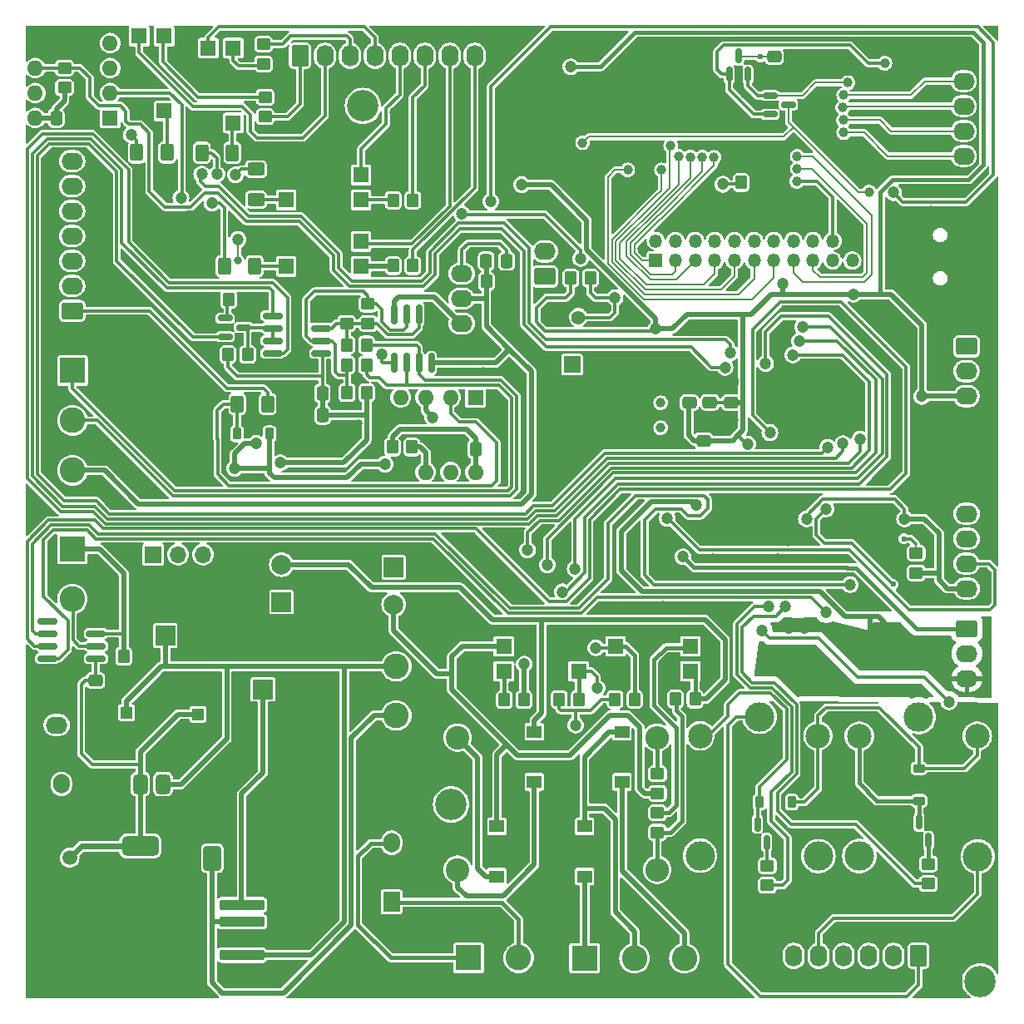
<source format=gbr>
%TF.GenerationSoftware,KiCad,Pcbnew,8.0.2-8.0.2-0~ubuntu22.04.1*%
%TF.CreationDate,2024-05-24T16:28:22+03:30*%
%TF.ProjectId,test,74657374-2e6b-4696-9361-645f70636258,rev?*%
%TF.SameCoordinates,Original*%
%TF.FileFunction,Copper,L2,Bot*%
%TF.FilePolarity,Positive*%
%FSLAX46Y46*%
G04 Gerber Fmt 4.6, Leading zero omitted, Abs format (unit mm)*
G04 Created by KiCad (PCBNEW 8.0.2-8.0.2-0~ubuntu22.04.1) date 2024-05-24 16:28:22*
%MOMM*%
%LPD*%
G01*
G04 APERTURE LIST*
G04 Aperture macros list*
%AMRoundRect*
0 Rectangle with rounded corners*
0 $1 Rounding radius*
0 $2 $3 $4 $5 $6 $7 $8 $9 X,Y pos of 4 corners*
0 Add a 4 corners polygon primitive as box body*
4,1,4,$2,$3,$4,$5,$6,$7,$8,$9,$2,$3,0*
0 Add four circle primitives for the rounded corners*
1,1,$1+$1,$2,$3*
1,1,$1+$1,$4,$5*
1,1,$1+$1,$6,$7*
1,1,$1+$1,$8,$9*
0 Add four rect primitives between the rounded corners*
20,1,$1+$1,$2,$3,$4,$5,0*
20,1,$1+$1,$4,$5,$6,$7,0*
20,1,$1+$1,$6,$7,$8,$9,0*
20,1,$1+$1,$8,$9,$2,$3,0*%
G04 Aperture macros list end*
%TA.AperFunction,ComponentPad*%
%ADD10C,3.000000*%
%TD*%
%TA.AperFunction,ComponentPad*%
%ADD11C,2.500000*%
%TD*%
%TA.AperFunction,ComponentPad*%
%ADD12C,2.000000*%
%TD*%
%TA.AperFunction,ComponentPad*%
%ADD13R,2.000000X2.000000*%
%TD*%
%TA.AperFunction,ComponentPad*%
%ADD14RoundRect,0.250000X0.845000X-0.620000X0.845000X0.620000X-0.845000X0.620000X-0.845000X-0.620000X0*%
%TD*%
%TA.AperFunction,ComponentPad*%
%ADD15O,2.190000X1.740000*%
%TD*%
%TA.AperFunction,ComponentPad*%
%ADD16R,1.700000X2.000000*%
%TD*%
%TA.AperFunction,ComponentPad*%
%ADD17O,1.700000X2.000000*%
%TD*%
%TA.AperFunction,ComponentPad*%
%ADD18RoundRect,0.250000X0.620000X0.845000X-0.620000X0.845000X-0.620000X-0.845000X0.620000X-0.845000X0*%
%TD*%
%TA.AperFunction,ComponentPad*%
%ADD19O,1.740000X2.190000*%
%TD*%
%TA.AperFunction,ComponentPad*%
%ADD20RoundRect,0.250000X-0.845000X0.620000X-0.845000X-0.620000X0.845000X-0.620000X0.845000X0.620000X0*%
%TD*%
%TA.AperFunction,ComponentPad*%
%ADD21C,1.400000*%
%TD*%
%TA.AperFunction,ComponentPad*%
%ADD22C,2.600000*%
%TD*%
%TA.AperFunction,ComponentPad*%
%ADD23R,2.600000X2.600000*%
%TD*%
%TA.AperFunction,ComponentPad*%
%ADD24C,2.400000*%
%TD*%
%TA.AperFunction,ComponentPad*%
%ADD25O,2.400000X2.400000*%
%TD*%
%TA.AperFunction,ComponentPad*%
%ADD26R,1.200000X1.200000*%
%TD*%
%TA.AperFunction,ComponentPad*%
%ADD27C,1.200000*%
%TD*%
%TA.AperFunction,ComponentPad*%
%ADD28R,1.600000X1.600000*%
%TD*%
%TA.AperFunction,ComponentPad*%
%ADD29O,1.600000X1.600000*%
%TD*%
%TA.AperFunction,ComponentPad*%
%ADD30R,1.700000X1.700000*%
%TD*%
%TA.AperFunction,ComponentPad*%
%ADD31O,1.700000X1.700000*%
%TD*%
%TA.AperFunction,HeatsinkPad*%
%ADD32C,0.600000*%
%TD*%
%TA.AperFunction,ComponentPad*%
%ADD33RoundRect,0.250000X-0.620000X-0.845000X0.620000X-0.845000X0.620000X0.845000X-0.620000X0.845000X0*%
%TD*%
%TA.AperFunction,ComponentPad*%
%ADD34C,1.000000*%
%TD*%
%TA.AperFunction,ComponentPad*%
%ADD35R,1.350000X1.350000*%
%TD*%
%TA.AperFunction,ComponentPad*%
%ADD36O,1.350000X1.350000*%
%TD*%
%TA.AperFunction,SMDPad,CuDef*%
%ADD37RoundRect,0.375000X-0.375000X0.625000X-0.375000X-0.625000X0.375000X-0.625000X0.375000X0.625000X0*%
%TD*%
%TA.AperFunction,SMDPad,CuDef*%
%ADD38RoundRect,0.500000X-1.400000X0.500000X-1.400000X-0.500000X1.400000X-0.500000X1.400000X0.500000X0*%
%TD*%
%TA.AperFunction,SMDPad,CuDef*%
%ADD39RoundRect,0.250000X-0.450000X0.350000X-0.450000X-0.350000X0.450000X-0.350000X0.450000X0.350000X0*%
%TD*%
%TA.AperFunction,SMDPad,CuDef*%
%ADD40RoundRect,0.150000X-0.587500X-0.150000X0.587500X-0.150000X0.587500X0.150000X-0.587500X0.150000X0*%
%TD*%
%TA.AperFunction,SMDPad,CuDef*%
%ADD41R,1.600000X1.600000*%
%TD*%
%TA.AperFunction,SMDPad,CuDef*%
%ADD42RoundRect,0.250000X0.450000X-0.350000X0.450000X0.350000X-0.450000X0.350000X-0.450000X-0.350000X0*%
%TD*%
%TA.AperFunction,SMDPad,CuDef*%
%ADD43R,1.500000X1.300000*%
%TD*%
%TA.AperFunction,SMDPad,CuDef*%
%ADD44RoundRect,0.250000X-0.400000X-0.625000X0.400000X-0.625000X0.400000X0.625000X-0.400000X0.625000X0*%
%TD*%
%TA.AperFunction,SMDPad,CuDef*%
%ADD45RoundRect,0.250000X0.350000X0.450000X-0.350000X0.450000X-0.350000X-0.450000X0.350000X-0.450000X0*%
%TD*%
%TA.AperFunction,SMDPad,CuDef*%
%ADD46RoundRect,0.225000X-0.375000X0.225000X-0.375000X-0.225000X0.375000X-0.225000X0.375000X0.225000X0*%
%TD*%
%TA.AperFunction,SMDPad,CuDef*%
%ADD47RoundRect,0.250000X0.337500X0.475000X-0.337500X0.475000X-0.337500X-0.475000X0.337500X-0.475000X0*%
%TD*%
%TA.AperFunction,SMDPad,CuDef*%
%ADD48RoundRect,0.150000X0.150000X-0.587500X0.150000X0.587500X-0.150000X0.587500X-0.150000X-0.587500X0*%
%TD*%
%TA.AperFunction,SMDPad,CuDef*%
%ADD49RoundRect,0.250000X0.475000X-0.337500X0.475000X0.337500X-0.475000X0.337500X-0.475000X-0.337500X0*%
%TD*%
%TA.AperFunction,SMDPad,CuDef*%
%ADD50RoundRect,0.150000X-0.825000X-0.150000X0.825000X-0.150000X0.825000X0.150000X-0.825000X0.150000X0*%
%TD*%
%TA.AperFunction,SMDPad,CuDef*%
%ADD51RoundRect,0.250000X-0.625000X0.400000X-0.625000X-0.400000X0.625000X-0.400000X0.625000X0.400000X0*%
%TD*%
%TA.AperFunction,SMDPad,CuDef*%
%ADD52RoundRect,0.250000X2.050000X0.300000X-2.050000X0.300000X-2.050000X-0.300000X2.050000X-0.300000X0*%
%TD*%
%TA.AperFunction,SMDPad,CuDef*%
%ADD53RoundRect,0.250000X2.025000X2.375000X-2.025000X2.375000X-2.025000X-2.375000X2.025000X-2.375000X0*%
%TD*%
%TA.AperFunction,SMDPad,CuDef*%
%ADD54RoundRect,0.250002X4.449998X5.149998X-4.449998X5.149998X-4.449998X-5.149998X4.449998X-5.149998X0*%
%TD*%
%TA.AperFunction,SMDPad,CuDef*%
%ADD55RoundRect,0.250000X-0.350000X-0.450000X0.350000X-0.450000X0.350000X0.450000X-0.350000X0.450000X0*%
%TD*%
%TA.AperFunction,SMDPad,CuDef*%
%ADD56RoundRect,0.225000X0.225000X0.375000X-0.225000X0.375000X-0.225000X-0.375000X0.225000X-0.375000X0*%
%TD*%
%TA.AperFunction,SMDPad,CuDef*%
%ADD57RoundRect,0.250000X0.400000X0.625000X-0.400000X0.625000X-0.400000X-0.625000X0.400000X-0.625000X0*%
%TD*%
%TA.AperFunction,SMDPad,CuDef*%
%ADD58RoundRect,0.250000X-0.475000X0.337500X-0.475000X-0.337500X0.475000X-0.337500X0.475000X0.337500X0*%
%TD*%
%TA.AperFunction,SMDPad,CuDef*%
%ADD59RoundRect,0.250000X-0.337500X-0.475000X0.337500X-0.475000X0.337500X0.475000X-0.337500X0.475000X0*%
%TD*%
%TA.AperFunction,SMDPad,CuDef*%
%ADD60RoundRect,0.225000X-0.225000X-0.375000X0.225000X-0.375000X0.225000X0.375000X-0.225000X0.375000X0*%
%TD*%
%TA.AperFunction,SMDPad,CuDef*%
%ADD61RoundRect,0.150000X-0.150000X0.825000X-0.150000X-0.825000X0.150000X-0.825000X0.150000X0.825000X0*%
%TD*%
%TA.AperFunction,SMDPad,CuDef*%
%ADD62RoundRect,0.150000X0.825000X0.150000X-0.825000X0.150000X-0.825000X-0.150000X0.825000X-0.150000X0*%
%TD*%
%TA.AperFunction,SMDPad,CuDef*%
%ADD63RoundRect,0.250000X0.650000X-1.000000X0.650000X1.000000X-0.650000X1.000000X-0.650000X-1.000000X0*%
%TD*%
%TA.AperFunction,ViaPad*%
%ADD64C,3.200000*%
%TD*%
%TA.AperFunction,ViaPad*%
%ADD65C,0.500000*%
%TD*%
%TA.AperFunction,ViaPad*%
%ADD66C,1.200000*%
%TD*%
%TA.AperFunction,ViaPad*%
%ADD67C,0.800000*%
%TD*%
%TA.AperFunction,ViaPad*%
%ADD68C,1.000000*%
%TD*%
%TA.AperFunction,ViaPad*%
%ADD69C,1.500000*%
%TD*%
%TA.AperFunction,ViaPad*%
%ADD70C,0.600000*%
%TD*%
%TA.AperFunction,Conductor*%
%ADD71C,0.300000*%
%TD*%
%TA.AperFunction,Conductor*%
%ADD72C,0.500000*%
%TD*%
%TA.AperFunction,Conductor*%
%ADD73C,0.200000*%
%TD*%
%TA.AperFunction,Conductor*%
%ADD74C,0.400000*%
%TD*%
%TA.AperFunction,Conductor*%
%ADD75C,0.600000*%
%TD*%
G04 APERTURE END LIST*
D10*
%TO.P,relay2,1*%
%TO.N,/RELOUT22*%
X75210000Y-70640000D03*
D11*
%TO.P,relay2,2*%
%TO.N,Net-(dr2-A)*%
X69160000Y-72590000D03*
D10*
%TO.P,relay2,3*%
%TO.N,/RELOUT21*%
X69160000Y-84790000D03*
%TO.P,relay2,4*%
%TO.N,/NOC2*%
X81210000Y-84840000D03*
D11*
%TO.P,relay2,5*%
%TO.N,/+24V*%
X81160000Y-72590000D03*
%TD*%
D12*
%TO.P,crs2,2*%
%TO.N,GND*%
X18530000Y-62380000D03*
D13*
%TO.P,crs2,1*%
%TO.N,/+5V*%
X14730000Y-62380000D03*
%TD*%
D14*
%TO.P,usb1,1,Pin_1*%
%TO.N,Net-(usb1-Pin_1)*%
X53360000Y-25840000D03*
D15*
%TO.P,usb1,2,Pin_2*%
%TO.N,Net-(usb1-Pin_2)*%
X53360000Y-23300000D03*
%TD*%
D16*
%TO.P,PS1,1,AC/L*%
%TO.N,/L*%
X37757500Y-89487500D03*
D17*
%TO.P,PS1,2,AC/N*%
%TO.N,/N*%
X37757500Y-83487500D03*
%TO.P,PS1,3,-Vout*%
%TO.N,GND*%
X4157500Y-95487500D03*
%TO.P,PS1,4,+Vout*%
%TO.N,Net-(PS1-+Vout)*%
X4157500Y-77487500D03*
%TD*%
D18*
%TO.P,Relay Out,1,Pin_1*%
%TO.N,/RELOUT22*%
X91400000Y-95000000D03*
D19*
%TO.P,Relay Out,2,Pin_2*%
%TO.N,/RELOUT21*%
X88860000Y-95000000D03*
%TO.P,Relay Out,3,Pin_3*%
%TO.N,/RELOUT12*%
X86320000Y-95000000D03*
%TO.P,Relay Out,4,Pin_4*%
%TO.N,/RELOUT11*%
X83780000Y-95000000D03*
%TO.P,Relay Out,5,Pin_5*%
%TO.N,/NOC1*%
X81240000Y-95000000D03*
%TO.P,Relay Out,6,Pin_6*%
%TO.N,/NOC2*%
X78700000Y-95000000D03*
%TD*%
D14*
%TO.P,DIN,1,Pin_1*%
%TO.N,/DI1*%
X5250000Y-29340000D03*
D15*
%TO.P,DIN,2,Pin_2*%
%TO.N,/DI2*%
X5250000Y-26800000D03*
%TO.P,DIN,3,Pin_3*%
%TO.N,/DI3*%
X5250000Y-24260000D03*
%TO.P,DIN,4,Pin_4*%
%TO.N,/DI4*%
X5250000Y-21720000D03*
%TO.P,DIN,5,Pin_5*%
%TO.N,/DI5*%
X5250000Y-19180000D03*
%TO.P,DIN,6,Pin_6*%
%TO.N,/DI6*%
X5250000Y-16640000D03*
%TO.P,DIN,7,Pin_7*%
%TO.N,IGND*%
X5250000Y-14100000D03*
%TD*%
D13*
%TO.P,crs1,1*%
%TO.N,/+24V*%
X24670000Y-67850000D03*
D12*
%TO.P,crs1,2*%
%TO.N,GND*%
X28470000Y-67850000D03*
%TD*%
D20*
%TO.P,eprg1,1,Pin_1*%
%TO.N,GND*%
X96000000Y-3420000D03*
D15*
%TO.P,eprg1,2,Pin_2*%
%TO.N,/TMS*%
X96000000Y-5960000D03*
%TO.P,eprg1,3,Pin_3*%
%TO.N,/TDI*%
X96000000Y-8500000D03*
%TO.P,eprg1,4,Pin_4*%
%TO.N,/TDO*%
X96000000Y-11040000D03*
%TO.P,eprg1,5,Pin_5*%
%TO.N,/TCK*%
X96000000Y-13580000D03*
%TD*%
D21*
%TO.P,IO3S,1,A*%
%TO.N,GND*%
X54250000Y-30000000D03*
%TO.P,IO3S,2,B*%
%TO.N,Net-(U1-IO3)*%
X56790000Y-30000000D03*
%TD*%
D22*
%TO.P,thermo,2,Pin_2*%
%TO.N,Net-(U6-T+)*%
X5270000Y-58660000D03*
D23*
%TO.P,thermo,1,Pin_1*%
%TO.N,Net-(U6-T-)*%
X5270000Y-53580000D03*
%TD*%
D10*
%TO.P,relay1,1*%
%TO.N,/RELOUT12*%
X91420000Y-70670000D03*
D11*
%TO.P,relay1,2*%
%TO.N,Net-(dr1-A)*%
X85370000Y-72620000D03*
D10*
%TO.P,relay1,3*%
%TO.N,/RELOUT11*%
X85370000Y-84820000D03*
%TO.P,relay1,4*%
%TO.N,/NOC1*%
X97420000Y-84870000D03*
D11*
%TO.P,relay1,5*%
%TO.N,/+24V*%
X97370000Y-72620000D03*
%TD*%
D24*
%TO.P,rb2,1*%
%TO.N,Net-(bridge2-+)*%
X44480000Y-72770000D03*
D25*
%TO.P,rb2,2*%
%TO.N,Net-(cr2-Pad1)*%
X64800000Y-72770000D03*
%TD*%
D20*
%TO.P,stprg,1,Pin_1*%
%TO.N,GND*%
X96290000Y-47440000D03*
D15*
%TO.P,stprg,2,Pin_2*%
%TO.N,/SWDIO*%
X96290000Y-49980000D03*
%TO.P,stprg,3,Pin_3*%
%TO.N,/SWCLK*%
X96290000Y-52520000D03*
%TO.P,stprg,4,Pin_4*%
%TO.N,/RESET*%
X96290000Y-55060000D03*
%TO.P,stprg,5,Pin_5*%
%TO.N,/+3.3V*%
X96290000Y-57600000D03*
%TD*%
D13*
%TO.P,cr3,1*%
%TO.N,Net-(cr3-Pad1)*%
X26550000Y-58965354D03*
D12*
%TO.P,cr3,2*%
%TO.N,Net-(bridge1--)*%
X26550000Y-55165354D03*
%TD*%
D26*
%TO.P,C2,1*%
%TO.N,/+3.3V*%
X18040000Y-70390000D03*
D27*
%TO.P,C2,2*%
%TO.N,GND*%
X19540000Y-70390000D03*
%TD*%
D23*
%TO.P,220in1,1,Pin_1*%
%TO.N,/IN220_2L*%
X57410000Y-95230000D03*
D22*
%TO.P,220in1,2,Pin_2*%
%TO.N,/IN220N*%
X62490000Y-95230000D03*
%TO.P,220in1,3,Pin_3*%
%TO.N,/IN220_1L*%
X67570000Y-95230000D03*
%TD*%
D28*
%TO.P,HS2,1,NC*%
%TO.N,unconnected-(HS2-NC-Pad1)*%
X46310000Y-38132500D03*
D29*
%TO.P,HS2,2,A*%
%TO.N,Net-(HS2-A)*%
X43770000Y-38132500D03*
%TO.P,HS2,3,C*%
%TO.N,IGND*%
X41230000Y-38132500D03*
%TO.P,HS2,4,NC*%
%TO.N,unconnected-(HS2-NC-Pad4)*%
X38690000Y-38132500D03*
%TO.P,HS2,5,GND*%
%TO.N,GND*%
X38690000Y-45752500D03*
%TO.P,HS2,6,VO*%
%TO.N,/D24_IN1*%
X41230000Y-45752500D03*
%TO.P,HS2,7,EN*%
%TO.N,unconnected-(HS2-EN-Pad7)*%
X43770000Y-45752500D03*
%TO.P,HS2,8,VCC*%
%TO.N,/+5V*%
X46310000Y-45752500D03*
%TD*%
D23*
%TO.P,acin1,1,Pin_1*%
%TO.N,/N*%
X45615000Y-95180000D03*
D22*
%TO.P,acin1,2,Pin_2*%
%TO.N,/L*%
X50695000Y-95180000D03*
%TD*%
D20*
%TO.P,OLED1,1,Pin_1*%
%TO.N,/MCU_SDA*%
X96270000Y-32950000D03*
D15*
%TO.P,OLED1,2,Pin_2*%
%TO.N,/MCU_SCL*%
X96270000Y-35490000D03*
%TO.P,OLED1,3,Pin_3*%
%TO.N,/+3.3V*%
X96270000Y-38030000D03*
%TO.P,OLED1,4,Pin_4*%
%TO.N,GND*%
X96270000Y-40570000D03*
%TD*%
D30*
%TO.P,mcur1,1,Pin_1*%
%TO.N,/RESET*%
X56125000Y-34820000D03*
D31*
%TO.P,mcur1,2,Pin_2*%
%TO.N,GND*%
X58665000Y-34820000D03*
%TD*%
D32*
%TO.P,U1,41,GND*%
%TO.N,GND*%
X69460000Y-8060000D03*
X69460000Y-9460000D03*
X70160000Y-7360000D03*
X70160000Y-8760000D03*
X70160000Y-10160000D03*
X70860000Y-8060000D03*
X70860000Y-9460000D03*
X71560000Y-7360000D03*
X71560000Y-8760000D03*
X71560000Y-10160000D03*
X72260000Y-8060000D03*
X72260000Y-9460000D03*
%TD*%
D22*
%TO.P,L24,1,1*%
%TO.N,/+5V*%
X38240000Y-65520000D03*
%TO.P,L24,2,2*%
%TO.N,Net-(Ds1-K)*%
X38240000Y-70520000D03*
%TD*%
D20*
%TO.P,24in,1,Pin_1*%
%TO.N,GND*%
X3680000Y-68950000D03*
D15*
%TO.P,24in,2,Pin_2*%
%TO.N,Net-(pwr1-Pin_2)*%
X3680000Y-71490000D03*
%TD*%
D28*
%TO.P,HS1,1,NC*%
%TO.N,unconnected-(HS1-NC-Pad1)*%
X9120000Y-9710000D03*
D29*
%TO.P,HS1,2,A*%
%TO.N,Net-(HS1-A)*%
X9120000Y-7170000D03*
%TO.P,HS1,3,C*%
%TO.N,IGND*%
X9120000Y-4630000D03*
%TO.P,HS1,4,NC*%
%TO.N,unconnected-(HS1-NC-Pad4)*%
X9120000Y-2090000D03*
%TO.P,HS1,5,GND*%
%TO.N,GND*%
X1500000Y-2090000D03*
%TO.P,HS1,6,VO*%
%TO.N,/D05_IN5*%
X1500000Y-4630000D03*
%TO.P,HS1,7,EN*%
%TO.N,unconnected-(HS1-EN-Pad7)*%
X1500000Y-7170000D03*
%TO.P,HS1,8,VCC*%
%TO.N,/+5V*%
X1500000Y-9710000D03*
%TD*%
D33*
%TO.P,DDO1,1,Pin_1*%
%TO.N,/COM4*%
X28440000Y-3380000D03*
D19*
%TO.P,DDO1,2,Pin_2*%
%TO.N,/DO4*%
X30980000Y-3380000D03*
%TO.P,DDO1,3,Pin_3*%
%TO.N,/COM3*%
X33520000Y-3380000D03*
%TO.P,DDO1,4,Pin_4*%
%TO.N,/DO3*%
X36060000Y-3380000D03*
%TO.P,DDO1,5,Pin_5*%
%TO.N,/DO2*%
X38600000Y-3380000D03*
%TO.P,DDO1,6,Pin_6*%
%TO.N,/COM2*%
X41140000Y-3380000D03*
%TO.P,DDO1,7,Pin_7*%
%TO.N,/DO1*%
X43680000Y-3380000D03*
%TO.P,DDO1,8,Pin_8*%
%TO.N,/COM1*%
X46220000Y-3380000D03*
%TD*%
D34*
%TO.P,lse1,1,1*%
%TO.N,Net-(mcu1-PC13)*%
X65160000Y-38700000D03*
%TO.P,lse1,2,2*%
%TO.N,Net-(mcu1-PC14)*%
X65160000Y-41240000D03*
%TD*%
D24*
%TO.P,rb1,1*%
%TO.N,Net-(bridge1-+)*%
X44480000Y-86220000D03*
D25*
%TO.P,rb1,2*%
%TO.N,Net-(cr3-Pad1)*%
X64800000Y-86220000D03*
%TD*%
D13*
%TO.P,cr2,1*%
%TO.N,Net-(cr2-Pad1)*%
X37980000Y-55430000D03*
D12*
%TO.P,cr2,2*%
%TO.N,Net-(bridge2--)*%
X37980000Y-59230000D03*
%TD*%
D23*
%TO.P,modbus,1,Pin_1*%
%TO.N,/RS485_BO*%
X5290000Y-35410000D03*
D22*
%TO.P,modbus,2,Pin_2*%
%TO.N,/RS485_AO*%
X5290000Y-40490000D03*
%TO.P,modbus,3,Pin_3*%
%TO.N,MGND*%
X5290000Y-45570000D03*
%TD*%
D35*
%TO.P,espio1,1,Pin_1*%
%TO.N,/ESP_IO4*%
X64660000Y-24210000D03*
D36*
%TO.P,espio1,2,Pin_2*%
%TO.N,/ESP_IO9*%
X64660000Y-22210000D03*
%TO.P,espio1,3,Pin_3*%
%TO.N,/ESP_IO5*%
X66660000Y-24210000D03*
%TO.P,espio1,4,Pin_4*%
%TO.N,/ESP_IO10*%
X66660000Y-22210000D03*
%TO.P,espio1,5,Pin_5*%
%TO.N,/ESP_IO6*%
X68660000Y-24210000D03*
%TO.P,espio1,6,Pin_6*%
%TO.N,/ESP_IO11*%
X68660000Y-22210000D03*
%TO.P,espio1,7,Pin_7*%
%TO.N,/ESP_IO7*%
X70660000Y-24210000D03*
%TO.P,espio1,8,Pin_8*%
%TO.N,/ESP_IO12*%
X70660000Y-22210000D03*
%TO.P,espio1,9,Pin_9*%
%TO.N,/ESP_IO15*%
X72660000Y-24210000D03*
%TO.P,espio1,10,Pin_10*%
%TO.N,/ESP_IO13*%
X72660000Y-22210000D03*
%TO.P,espio1,11,Pin_11*%
%TO.N,/ESP_IO16*%
X74660000Y-24210000D03*
%TO.P,espio1,12,Pin_12*%
%TO.N,/ESP_IO14*%
X74660000Y-22210000D03*
%TO.P,espio1,13,Pin_13*%
%TO.N,/ESP_IO8*%
X76660000Y-24210000D03*
%TO.P,espio1,14,Pin_14*%
%TO.N,/ESP_IO21*%
X76660000Y-22210000D03*
%TO.P,espio1,15,Pin_15*%
%TO.N,/ESP_IO38*%
X78660000Y-24210000D03*
%TO.P,espio1,16,Pin_16*%
%TO.N,/ESP_IO47*%
X78660000Y-22210000D03*
%TO.P,espio1,17,Pin_17*%
%TO.N,/ESP_IO2*%
X80660000Y-24210000D03*
%TO.P,espio1,18,Pin_18*%
%TO.N,/ESP_IO48*%
X80660000Y-22210000D03*
%TO.P,espio1,19,Pin_19*%
%TO.N,unconnected-(espio1-Pin_19-Pad19)*%
X82660000Y-24210000D03*
%TO.P,espio1,20,Pin_20*%
%TO.N,/ESP_IO1*%
X82660000Y-22210000D03*
%TO.P,espio1,21,Pin_21*%
%TO.N,/+3.3V*%
X84660000Y-24210000D03*
%TO.P,espio1,22,Pin_22*%
%TO.N,GND*%
X84660000Y-22210000D03*
%TD*%
D20*
%TO.P,AIN1,1,Pin_1*%
%TO.N,/+5V*%
X96330000Y-61670000D03*
D15*
%TO.P,AIN1,2,Pin_2*%
%TO.N,/AIN1*%
X96330000Y-64210000D03*
%TO.P,AIN1,3,Pin_3*%
%TO.N,AGND*%
X96330000Y-66750000D03*
%TD*%
D14*
%TO.P,iso5,1,Pin_1*%
%TO.N,GND*%
X44900000Y-33180000D03*
D15*
%TO.P,iso5,2,Pin_2*%
%TO.N,/+5V*%
X44900000Y-30640000D03*
%TO.P,iso5,3,Pin_3*%
%TO.N,MGND*%
X44900000Y-28100000D03*
%TO.P,iso5,4,Pin_4*%
%TO.N,/+M5V*%
X44900000Y-25560000D03*
%TD*%
D30*
%TO.P,pwrsel,1,A*%
%TO.N,Net-(PS1-+Vout)*%
X13495000Y-54150000D03*
D31*
%TO.P,pwrsel,2,B*%
%TO.N,/+24V*%
X16035000Y-54150000D03*
%TO.P,pwrsel,3,C*%
%TO.N,Net-(pwr1-Pin_2)*%
X18575000Y-54150000D03*
%TD*%
D26*
%TO.P,C1,1*%
%TO.N,/+5V*%
X10770000Y-70230000D03*
D27*
%TO.P,C1,2*%
%TO.N,GND*%
X12270000Y-70230000D03*
%TD*%
D37*
%TO.P,U2,1,GND*%
%TO.N,GND*%
X9887500Y-77510000D03*
%TO.P,U2,2,VO*%
%TO.N,/+3.3V*%
X12187500Y-77510000D03*
D38*
X12187500Y-83810000D03*
D37*
%TO.P,U2,3,VI*%
%TO.N,/+5V*%
X14487500Y-77510000D03*
%TD*%
D39*
%TO.P,r35,1*%
%TO.N,Net-(out4-Pad4)*%
X24910000Y-7580000D03*
%TO.P,r35,2*%
%TO.N,/COM4*%
X24910000Y-9580000D03*
%TD*%
D40*
%TO.P,qm1,1,B*%
%TO.N,/RS_SEL*%
X20822500Y-31980000D03*
%TO.P,qm1,2,E*%
%TO.N,Net-(qm1-E)*%
X20822500Y-30080000D03*
%TO.P,qm1,3,C*%
%TO.N,Net-(U3-DE)*%
X22697500Y-31030000D03*
%TD*%
D41*
%TO.P,out1,1*%
%TO.N,Net-(out1-Pad1)*%
X27030000Y-24800000D03*
%TO.P,out1,2*%
%TO.N,GND*%
X27030000Y-22260000D03*
%TO.P,out1,3*%
%TO.N,/DO1*%
X34650000Y-22260000D03*
%TO.P,out1,4*%
%TO.N,Net-(out1-Pad4)*%
X34650000Y-24800000D03*
%TD*%
D42*
%TO.P,r18,1*%
%TO.N,Net-(bridge2--)*%
X64830000Y-78450000D03*
%TO.P,r18,2*%
%TO.N,Net-(cr2-Pad1)*%
X64830000Y-76450000D03*
%TD*%
D43*
%TO.P,bridge1,1,+*%
%TO.N,Net-(bridge1-+)*%
X52300000Y-77280000D03*
%TO.P,bridge1,2,-*%
%TO.N,Net-(bridge1--)*%
X52300000Y-72180000D03*
%TO.P,bridge1,3*%
%TO.N,/IN220N*%
X61200000Y-72180000D03*
%TO.P,bridge1,4*%
%TO.N,/IN220_1L*%
X61200000Y-77280000D03*
%TD*%
D44*
%TO.P,r28,1*%
%TO.N,/MDO1*%
X20740000Y-24790000D03*
%TO.P,r28,2*%
%TO.N,Net-(out1-Pad1)*%
X23840000Y-24790000D03*
%TD*%
D45*
%TO.P,r17,1*%
%TO.N,Net-(bridge1--)*%
X68650000Y-68850000D03*
%TO.P,r17,2*%
%TO.N,Net-(cr3-Pad1)*%
X66650000Y-68850000D03*
%TD*%
D46*
%TO.P,dr1,1,K*%
%TO.N,/+24V*%
X91450000Y-75910000D03*
%TO.P,dr1,2,A*%
%TO.N,Net-(dr1-A)*%
X91450000Y-79210000D03*
%TD*%
D47*
%TO.P,cm7,1*%
%TO.N,/+5V*%
X46317500Y-43410000D03*
%TO.P,cm7,2*%
%TO.N,GND*%
X44242500Y-43410000D03*
%TD*%
D40*
%TO.P,Q2,1,G*%
%TO.N,/RTS*%
X76275000Y-9320000D03*
%TO.P,Q2,2,S*%
%TO.N,/DTR*%
X76275000Y-7420000D03*
%TO.P,Q2,3,D*%
%TO.N,/ESP_GPIO_0*%
X78150000Y-8370000D03*
%TD*%
D48*
%TO.P,qr1,1,B*%
%TO.N,Net-(qr1-B)*%
X92402500Y-83247856D03*
%TO.P,qr1,2,E*%
%TO.N,GND*%
X90502500Y-83247856D03*
%TO.P,qr1,3,C*%
%TO.N,Net-(dr1-A)*%
X91452500Y-81372856D03*
%TD*%
D41*
%TO.P,out4,1*%
%TO.N,Net-(out4-Pad1)*%
X14610000Y-9000000D03*
%TO.P,out4,2*%
%TO.N,GND*%
X12070000Y-9000000D03*
%TO.P,out4,3*%
%TO.N,/DO4*%
X12070000Y-1380000D03*
%TO.P,out4,4*%
%TO.N,Net-(out4-Pad4)*%
X14610000Y-1380000D03*
%TD*%
%TO.P,aco2,1*%
%TO.N,Net-(aco2-Pad1)*%
X49180000Y-66020000D03*
%TO.P,aco2,2*%
%TO.N,Net-(bridge2--)*%
X49180000Y-63480000D03*
%TO.P,aco2,3*%
%TO.N,GND*%
X56800000Y-63480000D03*
%TO.P,aco2,4*%
%TO.N,/D220_IN2*%
X56800000Y-66020000D03*
%TD*%
D45*
%TO.P,r21,1*%
%TO.N,/D220_IN1*%
X62510000Y-68880000D03*
%TO.P,r21,2*%
%TO.N,/+3.3V*%
X60510000Y-68880000D03*
%TD*%
D49*
%TO.P,cen1,1*%
%TO.N,GND*%
X76700000Y-5537500D03*
%TO.P,cen1,2*%
%TO.N,/ESP_EN*%
X76700000Y-3462500D03*
%TD*%
D42*
%TO.P,r34,1*%
%TO.N,Net-(out3-Pad4)*%
X24740000Y-4190000D03*
%TO.P,r34,2*%
%TO.N,/COM3*%
X24740000Y-2190000D03*
%TD*%
D50*
%TO.P,U3,1,R*%
%TO.N,/MCU_RX*%
X25655000Y-33640000D03*
%TO.P,U3,2,~{RE}*%
%TO.N,Net-(U3-DE)*%
X25655000Y-32370000D03*
%TO.P,U3,3,DE*%
X25655000Y-31100000D03*
%TO.P,U3,4,D*%
%TO.N,/MCU_TX*%
X25655000Y-29830000D03*
%TO.P,U3,5,GND*%
%TO.N,GND*%
X30605000Y-29830000D03*
%TO.P,U3,6,A*%
%TO.N,/RS485_A*%
X30605000Y-31100000D03*
%TO.P,U3,7,B*%
%TO.N,/RS485_B*%
X30605000Y-32370000D03*
%TO.P,U3,8,VCC*%
%TO.N,/+5V*%
X30605000Y-33640000D03*
%TD*%
D44*
%TO.P,r33,1*%
%TO.N,/MDO4*%
X11830000Y-13210000D03*
%TO.P,r33,2*%
%TO.N,Net-(out4-Pad1)*%
X14930000Y-13210000D03*
%TD*%
D51*
%TO.P,r29,1*%
%TO.N,/MDO2*%
X23970000Y-14920000D03*
%TO.P,r29,2*%
%TO.N,Net-(out2-Pad1)*%
X23970000Y-18020000D03*
%TD*%
D52*
%TO.P,U5,1,VIN*%
%TO.N,/+24V*%
X22550000Y-89800000D03*
%TO.P,U5,2,OUT*%
%TO.N,Net-(Ds1-K)*%
X22550000Y-91500000D03*
%TO.P,U5,3,GND*%
%TO.N,GND*%
X22550000Y-93200000D03*
D53*
X15825000Y-95975000D03*
X15825000Y-90425000D03*
D54*
X13400000Y-93200000D03*
D53*
X10975000Y-95975000D03*
X10975000Y-90425000D03*
D52*
%TO.P,U5,4,FB*%
%TO.N,/+5V*%
X22550000Y-94900000D03*
%TO.P,U5,5,~{ON}/OFF*%
%TO.N,GND*%
X22550000Y-96600000D03*
%TD*%
D41*
%TO.P,out3,1*%
%TO.N,Net-(out3-Pad1)*%
X21640000Y-10220000D03*
%TO.P,out3,2*%
%TO.N,GND*%
X19100000Y-10220000D03*
%TO.P,out3,3*%
%TO.N,/DO3*%
X19100000Y-2600000D03*
%TO.P,out3,4*%
%TO.N,Net-(out3-Pad4)*%
X21640000Y-2600000D03*
%TD*%
D45*
%TO.P,r5,1*%
%TO.N,/D24_IN1*%
X39840000Y-43200000D03*
%TO.P,r5,2*%
%TO.N,/+5V*%
X37840000Y-43200000D03*
%TD*%
%TO.P,r23,1*%
%TO.N,Net-(U3-DE)*%
X23115000Y-33780000D03*
%TO.P,r23,2*%
%TO.N,/+5V*%
X21115000Y-33780000D03*
%TD*%
D55*
%TO.P,ebj1,1*%
%TO.N,/+3.3V*%
X56000000Y-26000000D03*
%TO.P,ebj1,2*%
%TO.N,Net-(U1-IO3)*%
X58000000Y-26000000D03*
%TD*%
D56*
%TO.P,dr2,1,K*%
%TO.N,/+24V*%
X78497500Y-79340000D03*
%TO.P,dr2,2,A*%
%TO.N,Net-(dr2-A)*%
X75197500Y-79340000D03*
%TD*%
D57*
%TO.P,r2,1*%
%TO.N,/DI1*%
X25157500Y-38830000D03*
%TO.P,r2,2*%
%TO.N,Net-(HS2-A)*%
X22057500Y-38830000D03*
%TD*%
D55*
%TO.P,rsj1,1*%
%TO.N,/RS485_B*%
X33225000Y-34860000D03*
%TO.P,rsj1,2*%
%TO.N,/RS485_BO*%
X35225000Y-34860000D03*
%TD*%
D41*
%TO.P,aco1,1*%
%TO.N,Net-(aco1-Pad1)*%
X68180000Y-63480000D03*
%TO.P,aco1,2*%
%TO.N,Net-(bridge1--)*%
X68180000Y-66020000D03*
%TO.P,aco1,3*%
%TO.N,GND*%
X60560000Y-66020000D03*
%TO.P,aco1,4*%
%TO.N,/D220_IN1*%
X60560000Y-63480000D03*
%TD*%
D55*
%TO.P,r30,1*%
%TO.N,Net-(out1-Pad4)*%
X37920000Y-24730000D03*
%TO.P,r30,2*%
%TO.N,/COM1*%
X39920000Y-24730000D03*
%TD*%
%TO.P,r31,1*%
%TO.N,Net-(out2-Pad4)*%
X37920000Y-18090000D03*
%TO.P,r31,2*%
%TO.N,/COM2*%
X39920000Y-18090000D03*
%TD*%
%TO.P,rsj0,1*%
%TO.N,/RS485_A*%
X33225000Y-32810000D03*
%TO.P,rsj0,2*%
%TO.N,/RS485_AO*%
X35225000Y-32810000D03*
%TD*%
D58*
%TO.P,cx1,1*%
%TO.N,/+3.3V*%
X7630000Y-66972500D03*
%TO.P,cx1,2*%
%TO.N,GND*%
X7630000Y-69047500D03*
%TD*%
D49*
%TO.P,cm4,1*%
%TO.N,/+3.3V*%
X70170000Y-38647500D03*
%TO.P,cm4,2*%
%TO.N,GND*%
X70170000Y-36572500D03*
%TD*%
D55*
%TO.P,r20,1*%
%TO.N,Net-(aco2-Pad1)*%
X49230000Y-68910000D03*
%TO.P,r20,2*%
%TO.N,Net-(cr2-Pad1)*%
X51230000Y-68910000D03*
%TD*%
D42*
%TO.P,rlb1,1*%
%TO.N,/rlo1*%
X92400000Y-87630356D03*
%TO.P,rlb1,2*%
%TO.N,Net-(qr1-B)*%
X92400000Y-85630356D03*
%TD*%
D59*
%TO.P,cm6,1*%
%TO.N,/+5V*%
X3632500Y-9720000D03*
%TO.P,cm6,2*%
%TO.N,GND*%
X5707500Y-9720000D03*
%TD*%
D48*
%TO.P,Q1,1,G*%
%TO.N,/DTR*%
X74030000Y-5267500D03*
%TO.P,Q1,2,S*%
%TO.N,/RTS*%
X72130000Y-5267500D03*
%TO.P,Q1,3,D*%
%TO.N,/ESP_EN*%
X73080000Y-3392500D03*
%TD*%
D42*
%TO.P,rlb2,1*%
%TO.N,/rlo2*%
X76000000Y-87800000D03*
%TO.P,rlb2,2*%
%TO.N,Net-(qr2-B)*%
X76000000Y-85800000D03*
%TD*%
D55*
%TO.P,r26,1*%
%TO.N,/RS485_B*%
X33240000Y-37660000D03*
%TO.P,r26,2*%
%TO.N,/+5V*%
X35240000Y-37660000D03*
%TD*%
D59*
%TO.P,c3,1*%
%TO.N,GND*%
X28697500Y-39950000D03*
%TO.P,c3,2*%
%TO.N,/+5V*%
X30772500Y-39950000D03*
%TD*%
D43*
%TO.P,bridge2,1,+*%
%TO.N,Net-(bridge2-+)*%
X48490000Y-86910000D03*
%TO.P,bridge2,2,-*%
%TO.N,Net-(bridge2--)*%
X48490000Y-81810000D03*
%TO.P,bridge2,3*%
%TO.N,/IN220N*%
X57390000Y-81810000D03*
%TO.P,bridge2,4*%
%TO.N,/IN220_2L*%
X57390000Y-86910000D03*
%TD*%
D49*
%TO.P,cm3,1*%
%TO.N,/+3.3V*%
X72310000Y-38667500D03*
%TO.P,cm3,2*%
%TO.N,GND*%
X72310000Y-36592500D03*
%TD*%
%TO.P,cm2,1*%
%TO.N,/+3.3V*%
X69500000Y-42537500D03*
%TO.P,cm2,2*%
%TO.N,GND*%
X69500000Y-40462500D03*
%TD*%
D41*
%TO.P,out2,1*%
%TO.N,Net-(out2-Pad1)*%
X27030000Y-18050000D03*
%TO.P,out2,2*%
%TO.N,GND*%
X27030000Y-15510000D03*
%TO.P,out2,3*%
%TO.N,/DO2*%
X34650000Y-15510000D03*
%TO.P,out2,4*%
%TO.N,Net-(out2-Pad4)*%
X34650000Y-18050000D03*
%TD*%
D45*
%TO.P,mxj1,1*%
%TO.N,GND*%
X12500000Y-64500000D03*
%TO.P,mxj1,2*%
%TO.N,Net-(U6-T-)*%
X10500000Y-64500000D03*
%TD*%
D42*
%TO.P,rf1,1*%
%TO.N,/+3.3V*%
X91160000Y-56000000D03*
%TO.P,rf1,2*%
%TO.N,Net-(flash1-~{WP})*%
X91160000Y-54000000D03*
%TD*%
D49*
%TO.P,cm5,1*%
%TO.N,/+3.3V*%
X68070000Y-38657500D03*
%TO.P,cm5,2*%
%TO.N,GND*%
X68070000Y-36582500D03*
%TD*%
D45*
%TO.P,rsjg1,1*%
%TO.N,GND*%
X49400000Y-26330000D03*
%TO.P,rsjg1,2*%
%TO.N,MGND*%
X47400000Y-26330000D03*
%TD*%
D59*
%TO.P,c6,1*%
%TO.N,GND*%
X28647500Y-37730000D03*
%TO.P,c6,2*%
%TO.N,/+5V*%
X30722500Y-37730000D03*
%TD*%
%TO.P,c7,1*%
%TO.N,MGND*%
X47382500Y-24260000D03*
%TO.P,c7,2*%
%TO.N,/+M5V*%
X49457500Y-24260000D03*
%TD*%
D60*
%TO.P,di2,1,K*%
%TO.N,Net-(HS2-A)*%
X22032500Y-41850000D03*
%TO.P,di2,2,A*%
%TO.N,IGND*%
X25332500Y-41850000D03*
%TD*%
D45*
%TO.P,r22,1*%
%TO.N,/D220_IN2*%
X56826666Y-68880000D03*
%TO.P,r22,2*%
%TO.N,/+3.3V*%
X54826666Y-68880000D03*
%TD*%
D39*
%TO.P,r6,1*%
%TO.N,/RS485_B*%
X35365000Y-28640000D03*
%TO.P,r6,2*%
%TO.N,/RS485_A*%
X35365000Y-30640000D03*
%TD*%
D61*
%TO.P,iso1,1,VDD1*%
%TO.N,/+5V*%
X38015000Y-29675000D03*
%TO.P,iso1,2,VOA*%
%TO.N,/RS485_B*%
X39285000Y-29675000D03*
%TO.P,iso1,3,VIB*%
%TO.N,/RS485_A*%
X40555000Y-29675000D03*
%TO.P,iso1,4,GND1*%
%TO.N,GND*%
X41825000Y-29675000D03*
%TO.P,iso1,5,GND2*%
%TO.N,MGND*%
X41825000Y-34625000D03*
%TO.P,iso1,6,VOB*%
%TO.N,/RS485_AO*%
X40555000Y-34625000D03*
%TO.P,iso1,7,VIA*%
%TO.N,/RS485_BO*%
X39285000Y-34625000D03*
%TO.P,iso1,8,VDD2*%
%TO.N,/+M5V*%
X38015000Y-34625000D03*
%TD*%
D39*
%TO.P,r1,1*%
%TO.N,/D05_IN5*%
X4470000Y-4620000D03*
%TO.P,r1,2*%
%TO.N,/+5V*%
X4470000Y-6620000D03*
%TD*%
D62*
%TO.P,U6,1,GND*%
%TO.N,GND*%
X7675000Y-60905000D03*
%TO.P,U6,2,T-*%
%TO.N,Net-(U6-T-)*%
X7675000Y-62175000D03*
%TO.P,U6,3,T+*%
%TO.N,Net-(U6-T+)*%
X7675000Y-63445000D03*
%TO.P,U6,4,V_CC*%
%TO.N,/+3.3V*%
X7675000Y-64715000D03*
%TO.P,U6,5,SCK*%
%TO.N,/SCK*%
X2725000Y-64715000D03*
%TO.P,U6,6,~{CS}*%
%TO.N,/MXCS*%
X2725000Y-63445000D03*
%TO.P,U6,7,SO*%
%TO.N,/SO*%
X2725000Y-62175000D03*
%TO.P,U6,8*%
%TO.N,N/C*%
X2725000Y-60905000D03*
%TD*%
D48*
%TO.P,qr2,1,B*%
%TO.N,Net-(qr2-B)*%
X75950000Y-83437500D03*
%TO.P,qr2,2,E*%
%TO.N,GND*%
X74050000Y-83437500D03*
%TO.P,qr2,3,C*%
%TO.N,Net-(dr2-A)*%
X75000000Y-81562500D03*
%TD*%
D63*
%TO.P,Ds1,1,K*%
%TO.N,Net-(Ds1-K)*%
X19510000Y-85050000D03*
%TO.P,Ds1,2,A*%
%TO.N,GND*%
X19510000Y-81050000D03*
%TD*%
D39*
%TO.P,r27,1*%
%TO.N,GND*%
X33205000Y-28620000D03*
%TO.P,r27,2*%
%TO.N,/RS485_A*%
X33205000Y-30620000D03*
%TD*%
D55*
%TO.P,ebp2,1*%
%TO.N,Net-(U1-IO46)*%
X73340000Y-16270000D03*
%TO.P,ebp2,2*%
%TO.N,GND*%
X75340000Y-16270000D03*
%TD*%
D44*
%TO.P,r32,1*%
%TO.N,/MDO3*%
X18460000Y-13250000D03*
%TO.P,r32,2*%
%TO.N,Net-(out3-Pad1)*%
X21560000Y-13250000D03*
%TD*%
D39*
%TO.P,r19,1*%
%TO.N,Net-(aco1-Pad1)*%
X64830000Y-80410000D03*
%TO.P,r19,2*%
%TO.N,Net-(cr3-Pad1)*%
X64830000Y-82410000D03*
%TD*%
D55*
%TO.P,r24,1*%
%TO.N,Net-(qm1-E)*%
X21185000Y-28200000D03*
%TO.P,r24,2*%
%TO.N,GND*%
X23185000Y-28200000D03*
%TD*%
D64*
%TO.N,*%
X34850000Y-8480000D03*
X43830000Y-79580000D03*
D65*
%TO.N,GND*%
X98890000Y-29230000D03*
D66*
X21860000Y-54500000D03*
X34560000Y-54050000D03*
X3590000Y-75030000D03*
X6830000Y-87910000D03*
X6850000Y-89770000D03*
X6850000Y-91500000D03*
X7040000Y-97970000D03*
X4270000Y-97970000D03*
X1750000Y-97950000D03*
X1750000Y-95490000D03*
X2650000Y-92290000D03*
X2650000Y-86630000D03*
X27330000Y-82260000D03*
X27330000Y-86570000D03*
X27330000Y-90920000D03*
X39940000Y-94020000D03*
X70540000Y-96600000D03*
X70540000Y-87450000D03*
X73640000Y-87260000D03*
X73640000Y-85830000D03*
X73400000Y-79500000D03*
X74620000Y-76800000D03*
X76130000Y-75270000D03*
%TO.N,AGND*%
X78200000Y-61630000D03*
X79790000Y-61610000D03*
D67*
%TO.N,GND*%
X84240000Y-50260000D03*
X85890000Y-50260000D03*
X91820000Y-51900000D03*
X89210000Y-38860000D03*
X89190000Y-40140000D03*
X89200000Y-41530000D03*
X98060000Y-43920000D03*
X97420000Y-42920000D03*
X99040000Y-19230000D03*
X99060000Y-17250000D03*
X98750000Y-18180000D03*
X78860000Y-6220000D03*
X78000000Y-4190000D03*
X78620000Y-3430000D03*
X75230000Y-5850000D03*
X75230000Y-4870000D03*
X66360000Y-8390000D03*
X47040000Y-12890000D03*
X47030000Y-11500000D03*
X45020000Y-7690000D03*
X34800000Y-5310000D03*
X34710000Y-1800000D03*
X36240000Y-5570000D03*
X24090000Y-5850000D03*
X11050000Y-3480000D03*
X13380000Y-2870000D03*
X5690000Y-1360000D03*
X7660000Y-3470000D03*
X7240000Y-9650000D03*
X7880000Y-21440000D03*
X7010000Y-31830000D03*
X11860000Y-31990000D03*
X16810000Y-38230000D03*
X14125000Y-35075000D03*
X16820000Y-35240000D03*
X34360000Y-40830000D03*
X31700000Y-43640000D03*
X53230000Y-47110000D03*
X46810000Y-53490000D03*
X51820000Y-55390000D03*
X55050000Y-54170000D03*
D66*
X65990000Y-65600000D03*
X70110000Y-70120000D03*
X69040000Y-78030000D03*
X87740000Y-72040000D03*
X86260000Y-80650000D03*
X91720000Y-89960000D03*
X86900000Y-87980000D03*
X80560000Y-90530000D03*
D67*
X72280000Y-31640000D03*
D66*
%TO.N,/VBAT*%
X57000000Y-24000000D03*
X44933502Y-19460001D03*
D67*
%TO.N,GND*%
X61890000Y-29190000D03*
D66*
X38230000Y-920000D03*
X75460000Y-90120000D03*
X69274294Y-5250458D03*
D67*
X77640000Y-13580000D03*
X78010000Y-12590000D03*
X7480000Y-41870000D03*
D66*
X97710000Y-81630000D03*
D68*
X87850000Y-54260000D03*
D66*
X7705803Y-15542581D03*
D67*
X13820000Y-10600000D03*
D66*
X50220000Y-84140000D03*
X42280000Y-63250000D03*
X55760000Y-40110000D03*
D67*
X17500000Y-29050000D03*
X60600000Y-57640000D03*
X57770000Y-43840000D03*
X50730000Y-18050000D03*
D66*
X48490000Y-4100000D03*
X21370000Y-57720000D03*
X93940000Y-71890000D03*
D67*
X58810000Y-54510000D03*
X23870000Y-41340000D03*
X65390000Y-59290000D03*
X48530000Y-55390000D03*
D66*
X97320000Y-94560000D03*
X72560000Y-13300000D03*
X15120000Y-73680000D03*
X73930000Y-90080000D03*
X16920000Y-3160000D03*
X40070000Y-80050000D03*
D67*
X56220000Y-7520000D03*
D66*
X31610000Y-13010000D03*
D67*
X35620000Y-54850000D03*
X82240000Y-54500000D03*
D66*
X97330000Y-93060000D03*
D67*
X79570000Y-10050000D03*
D66*
X54580000Y-86600000D03*
X2700000Y-83790000D03*
D67*
X85500000Y-37710000D03*
D66*
X76990000Y-90120000D03*
D67*
X59140000Y-50540000D03*
X6530000Y-33080000D03*
X81020000Y-19960000D03*
X32220000Y-19100000D03*
X84460000Y-4300000D03*
X11340000Y-27090000D03*
X95700000Y-17060000D03*
X79470000Y-5060000D03*
X85440000Y-38940000D03*
X95750000Y-78230000D03*
X99000000Y-810000D03*
X42900000Y-26930000D03*
X42840000Y-32270000D03*
X11340000Y-28070000D03*
D66*
X82080000Y-89730000D03*
D67*
X70950000Y-26350000D03*
D66*
X40240000Y-76360000D03*
X41580000Y-68830000D03*
X54040000Y-96470000D03*
D67*
X30307029Y-18397805D03*
D66*
X51300000Y-5910000D03*
D67*
X79930000Y-39000000D03*
D66*
X83290000Y-79660000D03*
X52330000Y-87680000D03*
D67*
X53180000Y-34450000D03*
D66*
X8100000Y-37920000D03*
X93530000Y-2100000D03*
D67*
X72830000Y-26730000D03*
X7790000Y-46880000D03*
X45120000Y-10910000D03*
D66*
X7020000Y-56490000D03*
X98470000Y-88110000D03*
D67*
X15910000Y-59490000D03*
D66*
X69990000Y-76130000D03*
D67*
X18430000Y-29040000D03*
X92630000Y-20130000D03*
D66*
X41880000Y-8850000D03*
X56130000Y-84900000D03*
X40140000Y-78210000D03*
X17340000Y-46010000D03*
D67*
X28890000Y-34900000D03*
D66*
X15770000Y-45450000D03*
D64*
%TO.N,*%
X97680000Y-97570000D03*
D66*
%TO.N,GND*%
X34240000Y-94340000D03*
D67*
X76920000Y-17140000D03*
D66*
X21220000Y-76320000D03*
X29890000Y-83550000D03*
D67*
X50700000Y-14530000D03*
X7840000Y-23950000D03*
D66*
X29950000Y-58240000D03*
D67*
X70800000Y-49550000D03*
D66*
X32680000Y-63350000D03*
D67*
X92660000Y-19010000D03*
X79220000Y-52690000D03*
X32910000Y-22510000D03*
X60400000Y-59430000D03*
D66*
X32150000Y-16780000D03*
X38140000Y-9120000D03*
D67*
X87920000Y-2790000D03*
D66*
X46140000Y-67280000D03*
D67*
X14000000Y-11530000D03*
X44830000Y-60820000D03*
D66*
X15920000Y-23670000D03*
X66490000Y-2370000D03*
X90040000Y-89250000D03*
X51430000Y-63350000D03*
X43830000Y-76590000D03*
X57360000Y-39960000D03*
D67*
X28120000Y-95820000D03*
X82650000Y-12510000D03*
D66*
X2840000Y-5900000D03*
D67*
X28060000Y-31940000D03*
X68390000Y-35060000D03*
X71720000Y-52660000D03*
X55940000Y-6520000D03*
D66*
X29890000Y-79200000D03*
D67*
X38830000Y-13320000D03*
X11090000Y-33140000D03*
D66*
X16540000Y-81660000D03*
X96460000Y-24710000D03*
X16310000Y-74610000D03*
D67*
X97310000Y-76800000D03*
D66*
X12950000Y-5930000D03*
X54840000Y-77420000D03*
X59140000Y-77170000D03*
D67*
X43620000Y-59460000D03*
X98340000Y-20650000D03*
X52140000Y-33550000D03*
X70380000Y-5970000D03*
D66*
X83160000Y-76400000D03*
D67*
X47100000Y-35490000D03*
X74460000Y-8020000D03*
D66*
X34340000Y-95740000D03*
X4290000Y-2010000D03*
D67*
X62070000Y-59390000D03*
X79690000Y-8230000D03*
X58850000Y-55600000D03*
D66*
X73980000Y-13280000D03*
D67*
X85400000Y-40150000D03*
X47340000Y-33140000D03*
D66*
X32420000Y-7170000D03*
D67*
X73720000Y-7370000D03*
D66*
X27390000Y-6580000D03*
X91690000Y-43650000D03*
X67850000Y-90860000D03*
X86890000Y-76620000D03*
D67*
X47290000Y-55400000D03*
X2040000Y-50000000D03*
X43480000Y-23940000D03*
X7650000Y-26250000D03*
D66*
X82350000Y-51440000D03*
X52500000Y-5280000D03*
X44300000Y-920000D03*
X61360000Y-9290000D03*
D67*
X12470000Y-40610000D03*
D66*
X41170000Y-920000D03*
D67*
X62530000Y-55600000D03*
X36380000Y-23570000D03*
D66*
X5160000Y-31880000D03*
X45510000Y-52890000D03*
D67*
X96890000Y-77860000D03*
D66*
X68440000Y-2350000D03*
D67*
X72650000Y-40430000D03*
D66*
X39290000Y-40130000D03*
D67*
X27370000Y-96500000D03*
D66*
X7710000Y-17960000D03*
X2700000Y-89450000D03*
D67*
X68960000Y-30780000D03*
D66*
X28770000Y-62510000D03*
D67*
X18520000Y-38220000D03*
X23290000Y-46320000D03*
X74500000Y-41300000D03*
D66*
X90180000Y-92680000D03*
D67*
X93410000Y-3480000D03*
X28890000Y-43800000D03*
D68*
X91120000Y-48140000D03*
D67*
X73970000Y-10520000D03*
X70670000Y-50550000D03*
X41660000Y-32240000D03*
D66*
X73780000Y-73270000D03*
D67*
X45120000Y-35560000D03*
X47240000Y-1000000D03*
D66*
X97560000Y-23260000D03*
X70530000Y-89380000D03*
D67*
X48080000Y-2140000D03*
D68*
X77050000Y-54550000D03*
D66*
X29890000Y-74890000D03*
X18890000Y-6330000D03*
X32760000Y-42680000D03*
D67*
X91160000Y-16900000D03*
X61810000Y-7500000D03*
D66*
X41380000Y-91030000D03*
D67*
X82200000Y-56370000D03*
X70170000Y-62970000D03*
D66*
X11440000Y-5920000D03*
X29510000Y-8250000D03*
X65924860Y-55674787D03*
D67*
X12440000Y-39260000D03*
X41220000Y-14770000D03*
X26630000Y-95920000D03*
X23900000Y-29980000D03*
D68*
X90320000Y-47330000D03*
D66*
X37660000Y-40100000D03*
X52480000Y-6820000D03*
D67*
X22320000Y-17540000D03*
D66*
X93350000Y-43680000D03*
D67*
X78110000Y-52880000D03*
D66*
X63690000Y-62900000D03*
X50720000Y-58370000D03*
D67*
X83990000Y-20070000D03*
X11830000Y-56530000D03*
X79980000Y-37790000D03*
X7650000Y-34980000D03*
X53440000Y-21580000D03*
D68*
X89240000Y-54260000D03*
D67*
X23890000Y-40370000D03*
D66*
X69920000Y-81770000D03*
D67*
X96080000Y-77140000D03*
D66*
X22030000Y-5380000D03*
D67*
X37860000Y-19880000D03*
D66*
X52290000Y-90560000D03*
X47670000Y-40170000D03*
X3820000Y-56250000D03*
X54000000Y-95090000D03*
D67*
X63220000Y-23000000D03*
D66*
X32400000Y-5740000D03*
X14820000Y-81700000D03*
D67*
X31690000Y-28780000D03*
D66*
X7530000Y-43600000D03*
X83090000Y-82870000D03*
D68*
X70470000Y-54510000D03*
D67*
X82800000Y-13510000D03*
X63580000Y-59360000D03*
D66*
X55030000Y-81170000D03*
X49740000Y-52490000D03*
X54670000Y-64260000D03*
D67*
X12440000Y-38120000D03*
D66*
%TO.N,/+5V*%
X88838248Y-17298248D03*
X47870000Y-18200000D03*
X26458248Y-44801752D03*
X67410000Y-54370000D03*
%TO.N,/+3.3V*%
X80000000Y-50500000D03*
X64653248Y-31183248D03*
X89980000Y-50500000D03*
X56500000Y-71500000D03*
X56000000Y-4500000D03*
X94480000Y-69120000D03*
X91730000Y-38040000D03*
X74000000Y-42880000D03*
X84760000Y-27640000D03*
X77570000Y-26560000D03*
D69*
X5000000Y-85000000D03*
D66*
X51000000Y-16500000D03*
X75430000Y-61890000D03*
%TO.N,/RESET*%
X65800000Y-50440000D03*
%TO.N,AGND*%
X87940000Y-62850000D03*
X86490000Y-62870000D03*
X78980000Y-67120000D03*
X68740000Y-49090000D03*
X77560000Y-65050000D03*
%TO.N,/MXCS*%
X76270000Y-41730000D03*
%TO.N,Net-(HS1-A)*%
X16326141Y-17833859D03*
%TO.N,/D220_IN1*%
X58560000Y-63640000D03*
D70*
%TO.N,/ESP_EN*%
X75300000Y-3480000D03*
D68*
%TO.N,/RTS*%
X87960000Y-4130000D03*
%TO.N,/DTR*%
X84200000Y-6120000D03*
%TO.N,/ESP_GPIO_0*%
X86350000Y-17260000D03*
X57210000Y-12220000D03*
D66*
%TO.N,Net-(U1-IO3)*%
X60500000Y-28000000D03*
%TO.N,Net-(U1-IO46)*%
X71500000Y-16450000D03*
D68*
%TO.N,/TDO*%
X83740000Y-9930000D03*
%TO.N,/TDI*%
X83690000Y-8660000D03*
%TO.N,/TMS*%
X83780000Y-7390000D03*
%TO.N,/TCK*%
X83780000Y-11200000D03*
%TO.N,/ESP_IO15*%
X66176898Y-12500000D03*
%TO.N,/ESP_IO6*%
X68180000Y-13680000D03*
%TO.N,/ESP_IO1*%
X79020000Y-16160000D03*
%TO.N,/ESP_IO5*%
X69390529Y-13694292D03*
%TO.N,/ESP_IO2*%
X79060000Y-14860000D03*
D66*
%TO.N,/D220_IN2*%
X58690000Y-67750000D03*
%TO.N,Net-(cr2-Pad1)*%
X51270000Y-65300000D03*
D68*
%TO.N,/ESP_IO8*%
X61790000Y-15000000D03*
%TO.N,/ESP_IO4*%
X70590000Y-13730000D03*
%TO.N,/ESP_IO16*%
X65250000Y-15000000D03*
%TO.N,/ESP_IO7*%
X66976898Y-13610000D03*
%TO.N,/ESP_IO38*%
X79060000Y-13600000D03*
D66*
%TO.N,IGND*%
X37120000Y-44940000D03*
D67*
X22150000Y-24240000D03*
D66*
X22120000Y-22080000D03*
X21800000Y-45370000D03*
X24010000Y-42830000D03*
X41960000Y-40180000D03*
D70*
%TO.N,Net-(flash1-~{WP})*%
X89900000Y-52540000D03*
%TO.N,/CS*%
X88820680Y-57161440D03*
D66*
X82000000Y-49500000D03*
%TO.N,/SO*%
X84433248Y-57203248D03*
%TO.N,/SCK*%
X82000000Y-60000000D03*
%TO.N,/D24_IN2*%
X55150000Y-57940000D03*
X75830000Y-34690000D03*
%TO.N,/D24_IN4*%
X53610000Y-55210000D03*
X79300000Y-32410000D03*
%TO.N,/D24_IN1*%
X78610000Y-33820000D03*
X51610000Y-53680000D03*
%TO.N,/+M5V*%
X36800000Y-33760000D03*
%TO.N,/D24_IN3*%
X79590000Y-30990000D03*
X56450000Y-55590000D03*
%TO.N,/RS_SEL*%
X82140000Y-43220000D03*
%TO.N,/MDO1*%
X19470000Y-18380000D03*
%TO.N,/MDO2*%
X21880000Y-15500000D03*
%TO.N,/D05_IN5*%
X71700000Y-35080000D03*
%TO.N,/MDO3*%
X19980000Y-15415002D03*
%TO.N,/MDO4*%
X11260000Y-11400000D03*
%TO.N,/D05_IN6*%
X72230000Y-33600000D03*
X18440000Y-15430000D03*
%TO.N,/rlo1*%
X77830000Y-59450000D03*
%TO.N,/rlo2*%
X76180000Y-59450000D03*
%TO.N,/MCU_TX*%
X83710000Y-42850000D03*
%TO.N,/MCU_RX*%
X85430000Y-42380000D03*
%TD*%
D71*
%TO.N,/DO2*%
X34650000Y-15510000D02*
X34650000Y-12850000D01*
X34650000Y-12850000D02*
X37190000Y-10310000D01*
X37190000Y-10310000D02*
X37190000Y-8726497D01*
X37190000Y-8726497D02*
X38600000Y-7316497D01*
X38600000Y-7316497D02*
X38600000Y-3380000D01*
%TO.N,/+3.3V*%
X75430000Y-61890000D02*
X76200000Y-62660000D01*
X76200000Y-62660000D02*
X81190000Y-62660000D01*
X91990000Y-66630000D02*
X94480000Y-69120000D01*
X81190000Y-62660000D02*
X85160000Y-66630000D01*
X85160000Y-66630000D02*
X91990000Y-66630000D01*
%TO.N,/rlo1*%
X77830000Y-59450000D02*
X76880000Y-60400000D01*
X73430000Y-61550000D02*
X73430000Y-66142894D01*
X76880000Y-60400000D02*
X74580000Y-60400000D01*
X74580000Y-60400000D02*
X73430000Y-61550000D01*
X73430000Y-66142894D02*
X74477106Y-67190000D01*
X74477106Y-67190000D02*
X76724214Y-67190000D01*
X76724214Y-67190000D02*
X78980000Y-69445786D01*
X78980000Y-69445786D02*
X78980000Y-76445199D01*
%TO.N,Net-(qm1-E)*%
X21060000Y-29965000D02*
X21060000Y-28325000D01*
%TO.N,/DO4*%
X12070000Y-1380000D02*
X12070000Y-3070000D01*
X12070000Y-3070000D02*
X17520000Y-8520000D01*
X17520000Y-8520000D02*
X22560000Y-8520000D01*
X22560000Y-8520000D02*
X23400000Y-9360000D01*
X30980000Y-9440000D02*
X30980000Y-3380000D01*
X23400000Y-9360000D02*
X23400000Y-11070000D01*
X23400000Y-11070000D02*
X24050000Y-11720000D01*
X24050000Y-11720000D02*
X28700000Y-11720000D01*
X28700000Y-11720000D02*
X30980000Y-9440000D01*
D72*
%TO.N,/+5V*%
X37840000Y-43200000D02*
X37840000Y-42190000D01*
X45400000Y-41400000D02*
X46317500Y-42317500D01*
X37840000Y-42190000D02*
X38630000Y-41400000D01*
X38630000Y-41400000D02*
X45400000Y-41400000D01*
X46317500Y-42317500D02*
X46317500Y-43410000D01*
X38015000Y-29675000D02*
X38015000Y-28345000D01*
X38015000Y-28345000D02*
X38460000Y-27900000D01*
X38460000Y-27900000D02*
X42090000Y-27900000D01*
X42090000Y-27900000D02*
X44830000Y-30640000D01*
%TO.N,/+3.3V*%
X64653248Y-31183248D02*
X64653248Y-30153248D01*
X64653248Y-30153248D02*
X57600000Y-23100000D01*
X57600000Y-23100000D02*
X57600000Y-20100000D01*
X57600000Y-20100000D02*
X54000000Y-16500000D01*
X54000000Y-16500000D02*
X51000000Y-16500000D01*
D71*
%TO.N,/D05_IN6*%
X33710000Y-26320000D02*
X32360000Y-24970000D01*
X44590000Y-20410000D02*
X41680000Y-23320000D01*
X71730000Y-32270000D02*
X53477106Y-32270000D01*
X40820000Y-26320000D02*
X33710000Y-26320000D01*
X49220000Y-20410000D02*
X44590000Y-20410000D01*
X32360000Y-24970000D02*
X32360000Y-23512894D01*
X41680000Y-25460000D02*
X40820000Y-26320000D01*
X51760000Y-22950000D02*
X49220000Y-20410000D01*
X41680000Y-23320000D02*
X41680000Y-25460000D01*
X51760000Y-30552894D02*
X51760000Y-22950000D01*
X53477106Y-32270000D02*
X51760000Y-30552894D01*
X72230000Y-32770000D02*
X71730000Y-32270000D01*
X72230000Y-33600000D02*
X72230000Y-32770000D01*
X32360000Y-23512894D02*
X28567106Y-19720000D01*
X28567106Y-19720000D02*
X23190000Y-19720000D01*
X23190000Y-19720000D02*
X20150000Y-16680000D01*
X20150000Y-16680000D02*
X18790000Y-16680000D01*
X18300000Y-16190000D02*
X18300000Y-15570000D01*
X18790000Y-16680000D02*
X18300000Y-16190000D01*
X18300000Y-15570000D02*
X18440000Y-15430000D01*
%TO.N,/D05_IN5*%
X10160000Y-8450000D02*
X7950000Y-8450000D01*
X10730000Y-9020000D02*
X10160000Y-8450000D01*
X6060000Y-4620000D02*
X4470000Y-4620000D01*
X11040000Y-10340000D02*
X10730000Y-10030000D01*
X7050000Y-7550000D02*
X7050000Y-5610000D01*
X12210000Y-10340000D02*
X11040000Y-10340000D01*
X7950000Y-8450000D02*
X7050000Y-7550000D01*
X13100000Y-11230000D02*
X12210000Y-10340000D01*
X14703859Y-18783859D02*
X13100000Y-17180000D01*
X17310000Y-18760000D02*
X16743503Y-18760000D01*
X18770000Y-17300000D02*
X17310000Y-18760000D01*
X20062894Y-17300000D02*
X18770000Y-17300000D01*
X28360000Y-20220000D02*
X22982894Y-20220000D01*
X33502893Y-26820000D02*
X31860000Y-25177107D01*
X31860000Y-23720000D02*
X28360000Y-20220000D01*
X22982894Y-20220000D02*
X20062894Y-17300000D01*
X71700000Y-35080000D02*
X70330000Y-35080000D01*
X53500000Y-33000000D02*
X51260000Y-30760000D01*
X16743503Y-18760000D02*
X16719644Y-18783859D01*
X31860000Y-25177107D02*
X31860000Y-23720000D01*
X68250000Y-33000000D02*
X53500000Y-33000000D01*
X51260000Y-30760000D02*
X51260000Y-23260000D01*
X44707106Y-21000000D02*
X42180000Y-23527106D01*
X51260000Y-23260000D02*
X49000000Y-21000000D01*
X10730000Y-10030000D02*
X10730000Y-9020000D01*
X7050000Y-5610000D02*
X6060000Y-4620000D01*
X49000000Y-21000000D02*
X44707106Y-21000000D01*
X42180000Y-23527106D02*
X42180000Y-25667107D01*
X13100000Y-17180000D02*
X13100000Y-11230000D01*
X42180000Y-25667107D02*
X41027107Y-26820000D01*
X16719644Y-18783859D02*
X14703859Y-18783859D01*
X70330000Y-35080000D02*
X68250000Y-33000000D01*
X41027107Y-26820000D02*
X33502893Y-26820000D01*
D72*
%TO.N,/+3.3V*%
X91760000Y-38010000D02*
X91760000Y-30790000D01*
X91730000Y-38040000D02*
X91740000Y-38030000D01*
X91730000Y-38040000D02*
X91760000Y-38010000D01*
X91760000Y-30790000D02*
X88610000Y-27640000D01*
X88610000Y-27640000D02*
X84760000Y-27640000D01*
X91740000Y-38030000D02*
X96270000Y-38030000D01*
D71*
X80000000Y-50500000D02*
X80000000Y-50156497D01*
X80000000Y-50156497D02*
X81656497Y-48500000D01*
X81656497Y-48500000D02*
X88970000Y-48500000D01*
X88970000Y-48500000D02*
X89980000Y-49510000D01*
X89980000Y-49510000D02*
X89980000Y-50500000D01*
D72*
%TO.N,AGND*%
X86440000Y-60420000D02*
X87300000Y-60420000D01*
X87300000Y-60420000D02*
X87940000Y-61060000D01*
X87940000Y-61060000D02*
X87940000Y-62850000D01*
X86440000Y-60420000D02*
X83930000Y-60420000D01*
X63255075Y-57900000D02*
X61120000Y-55764925D01*
X83930000Y-60420000D02*
X81410000Y-57900000D01*
X81410000Y-57900000D02*
X63255075Y-57900000D01*
X61120000Y-51800000D02*
X64190000Y-48730000D01*
X61120000Y-55764925D02*
X61120000Y-51800000D01*
X68440000Y-48730000D02*
X68740000Y-49030000D01*
X64190000Y-48730000D02*
X68440000Y-48730000D01*
X68740000Y-49030000D02*
X68740000Y-49090000D01*
D71*
%TO.N,/rlo2*%
X76390000Y-81270000D02*
X78090000Y-82970000D01*
X78480000Y-76238092D02*
X76390000Y-78328092D01*
X72930000Y-66350000D02*
X74270000Y-67690000D01*
X78480000Y-69652893D02*
X78480000Y-76238092D01*
X76517107Y-67690000D02*
X78480000Y-69652893D01*
X77560000Y-87810000D02*
X77550000Y-87800000D01*
X74270000Y-67690000D02*
X76517107Y-67690000D01*
X76390000Y-78328092D02*
X76390000Y-81270000D01*
X78090000Y-87280000D02*
X77560000Y-87810000D01*
X72930000Y-61200000D02*
X72930000Y-66350000D01*
X74680000Y-59450000D02*
X72930000Y-61200000D01*
X78090000Y-82970000D02*
X78090000Y-87280000D01*
X76180000Y-59450000D02*
X74680000Y-59450000D01*
X77550000Y-87800000D02*
X76000000Y-87800000D01*
%TO.N,/NOC1*%
X81240000Y-95000000D02*
X81240000Y-92660000D01*
X94950000Y-91150000D02*
X97420000Y-88680000D01*
X81240000Y-92660000D02*
X82750000Y-91150000D01*
X97420000Y-88680000D02*
X97420000Y-84870000D01*
X82750000Y-91150000D02*
X94950000Y-91150000D01*
%TO.N,/rlo1*%
X78980000Y-76460000D02*
X77050000Y-78390000D01*
X77050000Y-78390000D02*
X77050000Y-80220000D01*
X85000000Y-81590000D02*
X91040356Y-87630356D01*
X77050000Y-80220000D02*
X78420000Y-81590000D01*
X78420000Y-81590000D02*
X85000000Y-81590000D01*
X91040356Y-87630356D02*
X92400000Y-87630356D01*
%TO.N,/+3.3V*%
X7630000Y-66972500D02*
X6577500Y-66972500D01*
X6577500Y-66972500D02*
X6180000Y-67370000D01*
X6180000Y-67370000D02*
X6180000Y-74390000D01*
X6180000Y-74390000D02*
X7290000Y-75500000D01*
X7290000Y-75500000D02*
X12187500Y-75500000D01*
%TO.N,Net-(U6-T+)*%
X7675000Y-63445000D02*
X5925000Y-63445000D01*
X5925000Y-63445000D02*
X5320000Y-62840000D01*
X5320000Y-62840000D02*
X5320000Y-58710000D01*
%TO.N,/SO*%
X8240000Y-52020000D02*
X7857107Y-52020000D01*
X7857107Y-52020000D02*
X6987107Y-51150000D01*
X3082893Y-51150000D02*
X1190000Y-53042893D01*
X6987107Y-51150000D02*
X3082893Y-51150000D01*
X1190000Y-53042893D02*
X1190000Y-61850000D01*
X1190000Y-61850000D02*
X1515000Y-62175000D01*
X1515000Y-62175000D02*
X2725000Y-62175000D01*
%TO.N,/MXCS*%
X53760000Y-58890000D02*
X46370000Y-51500000D01*
X690000Y-62720000D02*
X1415000Y-63445000D01*
X55543503Y-58890000D02*
X53760000Y-58890000D01*
X1415000Y-63445000D02*
X2725000Y-63445000D01*
X57900000Y-50597106D02*
X57900000Y-56533503D01*
X76270000Y-41730000D02*
X74500000Y-39960000D01*
X7564214Y-50650000D02*
X2842893Y-50650000D01*
X90150000Y-45850000D02*
X88490000Y-47510000D01*
X60987106Y-47510000D02*
X57900000Y-50597106D01*
X2842893Y-50650000D02*
X690000Y-52802893D01*
X90150000Y-35040000D02*
X90150000Y-45850000D01*
X57900000Y-56533503D02*
X55543503Y-58890000D01*
X88490000Y-47510000D02*
X60987106Y-47510000D01*
X83520000Y-28410000D02*
X90150000Y-35040000D01*
X77330000Y-28410000D02*
X83520000Y-28410000D01*
X74500000Y-31240000D02*
X77330000Y-28410000D01*
X74500000Y-39960000D02*
X74500000Y-31240000D01*
X8414214Y-51500000D02*
X7564214Y-50650000D01*
X46370000Y-51500000D02*
X8414214Y-51500000D01*
X690000Y-52802893D02*
X690000Y-62720000D01*
D72*
%TO.N,Net-(U6-T-)*%
X10500000Y-62190000D02*
X10500000Y-56040000D01*
X10500000Y-56040000D02*
X8050000Y-53590000D01*
X8050000Y-53590000D02*
X5280000Y-53590000D01*
%TO.N,IGND*%
X37120000Y-44940000D02*
X34630000Y-44940000D01*
X34630000Y-44940000D02*
X33239264Y-46330736D01*
X33239264Y-46330736D02*
X25830736Y-46330736D01*
X25830736Y-46330736D02*
X25332500Y-45832500D01*
X25332500Y-45832500D02*
X25332500Y-41850000D01*
%TO.N,/+5V*%
X26458248Y-44801752D02*
X26470000Y-44790000D01*
X35240000Y-42450000D02*
X35240000Y-39990000D01*
X26470000Y-44790000D02*
X32900000Y-44790000D01*
X32900000Y-44790000D02*
X35240000Y-42450000D01*
%TO.N,IGND*%
X25202500Y-45370000D02*
X21800000Y-45370000D01*
X24010000Y-42830000D02*
X22840000Y-42830000D01*
X22840000Y-42830000D02*
X21800000Y-43870000D01*
X21800000Y-43870000D02*
X21800000Y-45370000D01*
D71*
%TO.N,/MCU_RX*%
X2250000Y-11310000D02*
X690000Y-12870000D01*
X19230000Y-26490000D02*
X19220000Y-26500000D01*
X7354214Y-11310000D02*
X2250000Y-11310000D01*
X11000000Y-14955786D02*
X7354214Y-11310000D01*
X27160000Y-27970000D02*
X25680000Y-26490000D01*
X11000000Y-22372894D02*
X11000000Y-14955786D01*
X85430000Y-43690000D02*
X85430000Y-42380000D01*
X19220000Y-26500000D02*
X15127106Y-26500000D01*
X7361321Y-49740000D02*
X8621321Y-51000000D01*
X690000Y-12870000D02*
X690000Y-46354214D01*
X25680000Y-26490000D02*
X19230000Y-26490000D01*
X15127106Y-26500000D02*
X11000000Y-22372894D01*
X84290000Y-44830000D02*
X85430000Y-43690000D01*
X27160000Y-33250000D02*
X27160000Y-27970000D01*
X26770000Y-33640000D02*
X27160000Y-33250000D01*
X25655000Y-33640000D02*
X26770000Y-33640000D01*
X690000Y-46354214D02*
X4075786Y-49740000D01*
X4075786Y-49740000D02*
X7361321Y-49740000D01*
X8621321Y-51000000D02*
X51792893Y-51000000D01*
X51792893Y-51000000D02*
X52632893Y-50160000D01*
X52632893Y-50160000D02*
X54562893Y-50160000D01*
X54562893Y-50160000D02*
X59892893Y-44830000D01*
X59892893Y-44830000D02*
X84290000Y-44830000D01*
%TO.N,Net-(out3-Pad4)*%
X21640000Y-2600000D02*
X21640000Y-3890000D01*
X21640000Y-3890000D02*
X22170000Y-4420000D01*
X22170000Y-4420000D02*
X24750000Y-4420000D01*
D73*
%TO.N,/ESP_IO16*%
X65250000Y-15000000D02*
X65250000Y-17044314D01*
X65250000Y-17044314D02*
X64572744Y-17721570D01*
X64572744Y-17721570D02*
X64560000Y-17721570D01*
X64560000Y-17721570D02*
X60200000Y-22081570D01*
X60200000Y-22081570D02*
X60200000Y-24331372D01*
X60200000Y-24331372D02*
X63518628Y-27650000D01*
X63518628Y-27650000D02*
X73060000Y-27650000D01*
X73060000Y-27650000D02*
X74660000Y-26050000D01*
X74660000Y-26050000D02*
X74660000Y-24210000D01*
%TO.N,/ESP_IO15*%
X66176898Y-12500000D02*
X66050000Y-12626898D01*
X64507256Y-18340000D02*
X60600000Y-22247256D01*
X60600000Y-22247256D02*
X60600000Y-24165686D01*
X66050000Y-12626898D02*
X66050000Y-16810000D01*
X66050000Y-16810000D02*
X64520000Y-18340000D01*
X64520000Y-18340000D02*
X64507256Y-18340000D01*
X60600000Y-24165686D02*
X63584314Y-27150000D01*
X63584314Y-27150000D02*
X71310000Y-27150000D01*
X71310000Y-27150000D02*
X72660000Y-25800000D01*
X72660000Y-25800000D02*
X72660000Y-24210000D01*
%TO.N,/ESP_IO7*%
X66976898Y-13610000D02*
X66966898Y-13620000D01*
X66966898Y-13620000D02*
X66966898Y-16458788D01*
X61000000Y-24000000D02*
X63670000Y-26670000D01*
X66966898Y-16458788D02*
X64685686Y-18740000D01*
X64685686Y-18740000D02*
X64672942Y-18740000D01*
X61000000Y-22412942D02*
X61000000Y-24000000D01*
X64672942Y-18740000D02*
X61000000Y-22412942D01*
X63670000Y-26670000D02*
X69520000Y-26670000D01*
X69520000Y-26670000D02*
X70660000Y-25530000D01*
X70660000Y-25530000D02*
X70660000Y-24210000D01*
%TO.N,/ESP_IO6*%
X68180000Y-13680000D02*
X68180000Y-15811372D01*
X68180000Y-15811372D02*
X64851372Y-19140000D01*
X64851372Y-19140000D02*
X64838628Y-19140000D01*
X64838628Y-19140000D02*
X61700000Y-22278628D01*
X61700000Y-22278628D02*
X61700000Y-23771372D01*
X61700000Y-23771372D02*
X64098628Y-26170000D01*
X64098628Y-26170000D02*
X66700000Y-26170000D01*
X66700000Y-26170000D02*
X68660000Y-24210000D01*
%TO.N,/ESP_IO5*%
X69390529Y-13694292D02*
X69380000Y-13704821D01*
X62100000Y-22444314D02*
X62100000Y-23605686D01*
X64144314Y-25650000D02*
X66350000Y-25650000D01*
X69380000Y-13704821D02*
X69380000Y-15177058D01*
X69380000Y-15177058D02*
X65017058Y-19540000D01*
X65017058Y-19540000D02*
X65004314Y-19540000D01*
X65004314Y-19540000D02*
X62100000Y-22444314D01*
X62100000Y-23605686D02*
X64144314Y-25650000D01*
X66350000Y-25650000D02*
X66660000Y-25340000D01*
X66660000Y-25340000D02*
X66660000Y-24210000D01*
%TO.N,/ESP_IO4*%
X70590000Y-13730000D02*
X70590000Y-14532744D01*
X70590000Y-14532744D02*
X65182744Y-19940000D01*
X65182744Y-19940000D02*
X65170000Y-19940000D01*
X63270000Y-24210000D02*
X64660000Y-24210000D01*
X65170000Y-19940000D02*
X62500000Y-22610000D01*
X62500000Y-22610000D02*
X62500000Y-23440000D01*
X62500000Y-23440000D02*
X63270000Y-24210000D01*
D71*
%TO.N,/RTS*%
X72130000Y-5267500D02*
X71377500Y-5267500D01*
X84435000Y-2305000D02*
X86260000Y-4130000D01*
X71377500Y-5267500D02*
X70900000Y-4790000D01*
X70900000Y-4790000D02*
X70900000Y-2980000D01*
X70900000Y-2980000D02*
X71575000Y-2305000D01*
X71575000Y-2305000D02*
X84435000Y-2305000D01*
X86260000Y-4130000D02*
X87960000Y-4130000D01*
D73*
%TO.N,/DTR*%
X79600000Y-7420000D02*
X80900000Y-6120000D01*
X76275000Y-7420000D02*
X79600000Y-7420000D01*
X80900000Y-6120000D02*
X84200000Y-6120000D01*
D71*
%TO.N,/VBAT*%
X57000000Y-23159099D02*
X53370901Y-19530000D01*
X57000000Y-24000000D02*
X57000000Y-23159099D01*
X45003501Y-19530000D02*
X44933502Y-19460001D01*
X53370901Y-19530000D02*
X45003501Y-19530000D01*
D72*
%TO.N,GND*%
X56130000Y-84870000D02*
X56130000Y-84900000D01*
%TO.N,/+5V*%
X30772500Y-39950000D02*
X30772500Y-37780000D01*
D71*
X96240000Y-18260000D02*
X99010000Y-15490000D01*
X89800000Y-18260000D02*
X96240000Y-18260000D01*
D72*
X10770000Y-69070000D02*
X13820000Y-66020000D01*
D71*
X53950000Y-440000D02*
X47850000Y-6540000D01*
D74*
X68500000Y-55460000D02*
X84070000Y-55460000D01*
D72*
X10770000Y-70230000D02*
X10770000Y-69070000D01*
D74*
X96330000Y-61670000D02*
X91170000Y-61670000D01*
D71*
X30722500Y-37730000D02*
X30722500Y-33757500D01*
D72*
X33000000Y-65520000D02*
X25260000Y-65520000D01*
X30772500Y-39950000D02*
X35200000Y-39950000D01*
X35240000Y-39990000D02*
X35240000Y-37660000D01*
D74*
X91170000Y-61670000D02*
X85000000Y-55500000D01*
D71*
X21115000Y-33780000D02*
X21115000Y-35055000D01*
X22060000Y-36000000D02*
X30722500Y-36000000D01*
D74*
X67410000Y-54370000D02*
X68500000Y-55460000D01*
D72*
X3632500Y-8777500D02*
X4470000Y-7940000D01*
X46310000Y-45752500D02*
X46310000Y-43417500D01*
D71*
X97440000Y-440000D02*
X53950000Y-440000D01*
D72*
X22550000Y-94900000D02*
X29600000Y-94900000D01*
X3632500Y-9720000D02*
X3632500Y-8777500D01*
X14590000Y-65520000D02*
X14730000Y-65380000D01*
D71*
X47850000Y-6540000D02*
X47850000Y-18130000D01*
D74*
X84070000Y-55460000D02*
X84110000Y-55500000D01*
D72*
X20980000Y-65520000D02*
X20980000Y-72880000D01*
X14730000Y-65380000D02*
X14730000Y-62380000D01*
X25260000Y-65520000D02*
X20980000Y-65520000D01*
X35200000Y-39950000D02*
X35240000Y-39990000D01*
X14300000Y-65520000D02*
X25260000Y-65520000D01*
D71*
X99010000Y-2010000D02*
X97440000Y-440000D01*
D72*
X16350000Y-77510000D02*
X14487500Y-77510000D01*
D71*
X99010000Y-15490000D02*
X99010000Y-2010000D01*
D74*
X85000000Y-55500000D02*
X84110000Y-55500000D01*
D71*
X88838248Y-17298248D02*
X89800000Y-18260000D01*
D72*
X3632500Y-9720000D02*
X1510000Y-9720000D01*
X38240000Y-65520000D02*
X33000000Y-65520000D01*
X13820000Y-66020000D02*
X13820000Y-66000000D01*
X20980000Y-72880000D02*
X16350000Y-77510000D01*
X13820000Y-66000000D02*
X14300000Y-65520000D01*
X4470000Y-7940000D02*
X4470000Y-6620000D01*
X32970000Y-65550000D02*
X33000000Y-65520000D01*
X29600000Y-94900000D02*
X32970000Y-91530000D01*
X32970000Y-91530000D02*
X32970000Y-65550000D01*
D71*
X21115000Y-35055000D02*
X22060000Y-36000000D01*
D72*
%TO.N,/+3.3V*%
X73500000Y-37500000D02*
X73500000Y-29700000D01*
X72310000Y-38667500D02*
X73332500Y-38667500D01*
D71*
X56500000Y-70000000D02*
X56500000Y-71500000D01*
X56000000Y-27500000D02*
X56000000Y-26000000D01*
X64466496Y-31370000D02*
X64653248Y-31183248D01*
D72*
X73500000Y-41500000D02*
X73500000Y-37500000D01*
D71*
X53370000Y-31370000D02*
X64466496Y-31370000D01*
D72*
X77560000Y-26570000D02*
X77570000Y-26560000D01*
D71*
X73880000Y-42880000D02*
X74000000Y-42880000D01*
X73000000Y-42000000D02*
X73880000Y-42880000D01*
D72*
X73500000Y-29700000D02*
X74340000Y-29700000D01*
X77560000Y-27640000D02*
X84760000Y-27640000D01*
X72280000Y-42547500D02*
X68547500Y-42547500D01*
D74*
X59000000Y-4500000D02*
X62510000Y-990000D01*
X96500000Y-16000000D02*
X88722282Y-16000000D01*
D71*
X52500000Y-30500000D02*
X52500000Y-29000000D01*
D72*
X64653248Y-31183248D02*
X66316752Y-31183248D01*
X74340000Y-29700000D02*
X76400000Y-27640000D01*
X12187500Y-75500000D02*
X12187500Y-74222500D01*
D71*
X54826666Y-69826666D02*
X55000000Y-70000000D01*
D72*
X91160000Y-56000000D02*
X93500000Y-56000000D01*
D74*
X62510000Y-990000D02*
X96990000Y-990000D01*
D71*
X7630000Y-66972500D02*
X7630000Y-64760000D01*
D75*
X12187500Y-83810000D02*
X6190000Y-83810000D01*
D72*
X93500000Y-56000000D02*
X93500000Y-56750000D01*
D71*
X54826666Y-68880000D02*
X54826666Y-69826666D01*
D72*
X77560000Y-27640000D02*
X77560000Y-26570000D01*
X73500000Y-38500000D02*
X73500000Y-37500000D01*
X94350000Y-57600000D02*
X96290000Y-57600000D01*
D74*
X56000000Y-4500000D02*
X59000000Y-4500000D01*
D72*
X76400000Y-27640000D02*
X77560000Y-27640000D01*
X92000000Y-50500000D02*
X93500000Y-52000000D01*
X89980000Y-50500000D02*
X92000000Y-50500000D01*
X66316752Y-31183248D02*
X67800000Y-29700000D01*
D71*
X52500000Y-30500000D02*
X53370000Y-31370000D01*
X53500000Y-28000000D02*
X55500000Y-28000000D01*
D72*
X73332500Y-38667500D02*
X73500000Y-38500000D01*
D71*
X55500000Y-28000000D02*
X56000000Y-27500000D01*
D75*
X6190000Y-83810000D02*
X5000000Y-85000000D01*
D72*
X73000000Y-42000000D02*
X73500000Y-41500000D01*
X72462500Y-42537500D02*
X73000000Y-42000000D01*
X12187500Y-74222500D02*
X16020000Y-70390000D01*
D74*
X96990000Y-990000D02*
X98000000Y-2000000D01*
D72*
X16020000Y-70390000D02*
X18040000Y-70390000D01*
D71*
X72310000Y-38667500D02*
X70190000Y-38667500D01*
X58000000Y-70000000D02*
X59120000Y-68880000D01*
D74*
X87500000Y-17222282D02*
X87500000Y-27640000D01*
D72*
X68000000Y-42000000D02*
X68000000Y-38727500D01*
D71*
X52500000Y-29000000D02*
X53500000Y-28000000D01*
D72*
X93500000Y-52000000D02*
X93500000Y-56000000D01*
D74*
X98000000Y-14500000D02*
X96500000Y-16000000D01*
X98000000Y-2000000D02*
X98000000Y-14500000D01*
D72*
X68547500Y-42547500D02*
X68000000Y-42000000D01*
X12187500Y-77510000D02*
X12187500Y-75500000D01*
D71*
X56500000Y-70000000D02*
X58000000Y-70000000D01*
D72*
X67800000Y-29700000D02*
X73500000Y-29700000D01*
D71*
X55000000Y-70000000D02*
X56500000Y-70000000D01*
X59120000Y-68880000D02*
X60510000Y-68880000D01*
D72*
X93500000Y-56750000D02*
X94350000Y-57600000D01*
X12187500Y-83810000D02*
X12187500Y-77510000D01*
D74*
X88722282Y-16000000D02*
X87500000Y-17222282D01*
D71*
%TO.N,/RESET*%
X65860000Y-50440000D02*
X69070000Y-53650000D01*
X65800000Y-50440000D02*
X65860000Y-50440000D01*
X98680000Y-59750000D02*
X99190000Y-59240000D01*
X90490000Y-59750000D02*
X98680000Y-59750000D01*
X99190000Y-59240000D02*
X99190000Y-55690000D01*
X99190000Y-55690000D02*
X98560000Y-55060000D01*
X84390000Y-53650000D02*
X90490000Y-59750000D01*
X69070000Y-53650000D02*
X84390000Y-53650000D01*
X98560000Y-55060000D02*
X96290000Y-55060000D01*
%TO.N,AGND*%
X86490000Y-61870000D02*
X86440000Y-61820000D01*
D72*
X86490000Y-62870000D02*
X86490000Y-60470000D01*
D71*
X86490000Y-62870000D02*
X86490000Y-61870000D01*
D72*
X86490000Y-60470000D02*
X86440000Y-60420000D01*
D71*
%TO.N,Net-(HS2-A)*%
X46355000Y-40645000D02*
X44645000Y-40645000D01*
X20050000Y-42400000D02*
X20050000Y-45980000D01*
X20660000Y-38830000D02*
X20020000Y-39470000D01*
X48490000Y-42780000D02*
X48490000Y-46620000D01*
X48490000Y-42780000D02*
X46355000Y-40645000D01*
X47960000Y-47150000D02*
X48490000Y-46620000D01*
X21230000Y-47160000D02*
X25950000Y-47160000D01*
X22032500Y-41850000D02*
X22032500Y-38855000D01*
X25000000Y-47150000D02*
X47960000Y-47150000D01*
X20050000Y-45980000D02*
X21230000Y-47160000D01*
X43770000Y-39770000D02*
X43770000Y-38132500D01*
X44645000Y-40645000D02*
X43770000Y-39770000D01*
X20020000Y-39470000D02*
X20020000Y-42370000D01*
X20020000Y-42370000D02*
X20050000Y-42400000D01*
X22057500Y-38830000D02*
X20660000Y-38830000D01*
%TO.N,Net-(HS1-A)*%
X15220000Y-7170000D02*
X9120000Y-7170000D01*
X16410000Y-8360000D02*
X15220000Y-7170000D01*
X16410000Y-17750000D02*
X16410000Y-8360000D01*
X16326141Y-17833859D02*
X16410000Y-17750000D01*
D72*
%TO.N,/IN220_1L*%
X67570000Y-95230000D02*
X67570000Y-92695000D01*
X61220000Y-86345000D02*
X61220000Y-77300000D01*
X67570000Y-92695000D02*
X61220000Y-86345000D01*
D74*
%TO.N,/D220_IN1*%
X60560000Y-63480000D02*
X61600000Y-63480000D01*
D71*
X58560000Y-63640000D02*
X60400000Y-63640000D01*
D74*
X62510000Y-64390000D02*
X62510000Y-68880000D01*
X61600000Y-63480000D02*
X62510000Y-64390000D01*
%TO.N,/L*%
X48997500Y-89542500D02*
X50695000Y-91240000D01*
X50695000Y-91240000D02*
X50695000Y-95180000D01*
X37770000Y-89542500D02*
X48997500Y-89542500D01*
%TO.N,/N*%
X35627500Y-83542500D02*
X37770000Y-83542500D01*
X37680000Y-95180000D02*
X34320000Y-91820000D01*
X34320000Y-91820000D02*
X34320000Y-84850000D01*
X34320000Y-84850000D02*
X35627500Y-83542500D01*
X45615000Y-95180000D02*
X37680000Y-95180000D01*
D73*
%TO.N,/ESP_EN*%
X75300000Y-3480000D02*
X73167500Y-3480000D01*
X75300000Y-3480000D02*
X76682500Y-3480000D01*
D71*
%TO.N,/RTS*%
X74610000Y-9320000D02*
X72130000Y-6840000D01*
X72130000Y-6840000D02*
X72130000Y-5267500D01*
X76275000Y-9320000D02*
X74610000Y-9320000D01*
%TO.N,/DTR*%
X76275000Y-7420000D02*
X75000000Y-7420000D01*
X75000000Y-7420000D02*
X74030000Y-6450000D01*
X74030000Y-6450000D02*
X74030000Y-5267500D01*
D73*
%TO.N,/ESP_GPIO_0*%
X57810000Y-11620000D02*
X77680000Y-11620000D01*
X77680000Y-11620000D02*
X78665000Y-10635000D01*
X78150000Y-10120000D02*
X78150000Y-8370000D01*
X85290000Y-17260000D02*
X78665000Y-10635000D01*
X86350000Y-17260000D02*
X85290000Y-17260000D01*
X57210000Y-12220000D02*
X57810000Y-11620000D01*
X78665000Y-10635000D02*
X78150000Y-10120000D01*
D71*
%TO.N,Net-(U1-IO3)*%
X60000000Y-30000000D02*
X60500000Y-29500000D01*
X58000000Y-27500000D02*
X58000000Y-26000000D01*
X60500000Y-28000000D02*
X58500000Y-28000000D01*
X58500000Y-28000000D02*
X58000000Y-27500000D01*
X56790000Y-30000000D02*
X60000000Y-30000000D01*
X60500000Y-29500000D02*
X60500000Y-28000000D01*
%TO.N,Net-(U1-IO46)*%
X71500000Y-16450000D02*
X73160000Y-16450000D01*
D73*
%TO.N,/TDO*%
X87500000Y-9930000D02*
X83740000Y-9930000D01*
X88610000Y-11040000D02*
X87500000Y-9930000D01*
X96000000Y-11040000D02*
X88610000Y-11040000D01*
%TO.N,/TDI*%
X96000000Y-8500000D02*
X83850000Y-8500000D01*
X83850000Y-8500000D02*
X83690000Y-8660000D01*
%TO.N,/TMS*%
X90630000Y-7390000D02*
X83780000Y-7390000D01*
X96000000Y-5960000D02*
X92060000Y-5960000D01*
X92060000Y-5960000D02*
X90630000Y-7390000D01*
%TO.N,/TCK*%
X96000000Y-13580000D02*
X88270000Y-13580000D01*
X85890000Y-11200000D02*
X88270000Y-13580000D01*
X83780000Y-11200000D02*
X85890000Y-11200000D01*
D71*
%TO.N,/ESP_IO1*%
X82660000Y-17730000D02*
X82660000Y-22210000D01*
X79020000Y-16160000D02*
X81090000Y-16160000D01*
X81090000Y-16160000D02*
X82660000Y-17730000D01*
D73*
%TO.N,/ESP_IO2*%
X80550000Y-14860000D02*
X79060000Y-14860000D01*
X80660000Y-24210000D02*
X80660000Y-25220000D01*
X85680000Y-25930000D02*
X86140000Y-25470000D01*
X80660000Y-25220000D02*
X81370000Y-25930000D01*
X86140000Y-25470000D02*
X86140000Y-20450000D01*
X86140000Y-20450000D02*
X80550000Y-14860000D01*
X81370000Y-25930000D02*
X85680000Y-25930000D01*
D74*
%TO.N,/D220_IN2*%
X56826666Y-68880000D02*
X56826666Y-66046666D01*
D71*
X58080000Y-66020000D02*
X58660000Y-66600000D01*
X58660000Y-67720000D02*
X58690000Y-67750000D01*
X56800000Y-66020000D02*
X58080000Y-66020000D01*
X58660000Y-66600000D02*
X58660000Y-67720000D01*
D72*
%TO.N,Net-(bridge1--)*%
X69760000Y-68850000D02*
X68650000Y-68850000D01*
X53060000Y-70260000D02*
X53060000Y-60760000D01*
X44740000Y-57500000D02*
X48000000Y-60760000D01*
X71700000Y-66910000D02*
X69760000Y-68850000D01*
X71700000Y-62780000D02*
X71700000Y-66910000D01*
X52300000Y-71020000D02*
X53060000Y-70260000D01*
X35749292Y-57500000D02*
X44740000Y-57500000D01*
X69680000Y-60760000D02*
X71700000Y-62780000D01*
X48000000Y-60760000D02*
X69680000Y-60760000D01*
D74*
X68650000Y-68850000D02*
X68650000Y-66490000D01*
D72*
X26550000Y-55165354D02*
X33414646Y-55165354D01*
X52300000Y-72180000D02*
X52300000Y-71020000D01*
X33414646Y-55165354D02*
X35749292Y-57500000D01*
D74*
%TO.N,Net-(aco1-Pad1)*%
X64830000Y-80410000D02*
X65970000Y-80410000D01*
X64470000Y-69530000D02*
X64470000Y-64840000D01*
X66700000Y-79680000D02*
X66700000Y-71760000D01*
X65970000Y-80410000D02*
X66700000Y-79680000D01*
X65690000Y-63620000D02*
X68040000Y-63620000D01*
X64470000Y-64840000D02*
X65690000Y-63620000D01*
X66700000Y-71760000D02*
X64470000Y-69530000D01*
D72*
%TO.N,Net-(bridge2--)*%
X43900000Y-66260000D02*
X42340000Y-66260000D01*
X61800000Y-70500000D02*
X63030000Y-71730000D01*
X63030000Y-71730000D02*
X63030000Y-77950000D01*
X50550000Y-74560000D02*
X55940000Y-74560000D01*
X43900000Y-64540000D02*
X44960000Y-63480000D01*
X60000000Y-70500000D02*
X61800000Y-70500000D01*
X63030000Y-77950000D02*
X63530000Y-78450000D01*
X63530000Y-78450000D02*
X64830000Y-78450000D01*
X43900000Y-67910000D02*
X50550000Y-74560000D01*
X42340000Y-66260000D02*
X37980000Y-61900000D01*
X55940000Y-74560000D02*
X60000000Y-70500000D01*
X44960000Y-63480000D02*
X49180000Y-63480000D01*
X37980000Y-61900000D02*
X37980000Y-59230000D01*
X48490000Y-81810000D02*
X48490000Y-74510000D01*
X43900000Y-66260000D02*
X43900000Y-64540000D01*
X48490000Y-74510000D02*
X49495000Y-73505000D01*
X43900000Y-67910000D02*
X43900000Y-66260000D01*
D74*
%TO.N,Net-(aco2-Pad1)*%
X49230000Y-68910000D02*
X49230000Y-66070000D01*
D72*
%TO.N,/IN220N*%
X60520000Y-81070000D02*
X60520000Y-90520000D01*
X61200000Y-72180000D02*
X59920000Y-72180000D01*
X59430000Y-79980000D02*
X60520000Y-81070000D01*
X57390000Y-74710000D02*
X57390000Y-79980000D01*
X59920000Y-72180000D02*
X57390000Y-74710000D01*
X62490000Y-92490000D02*
X62490000Y-95230000D01*
X57390000Y-79980000D02*
X57390000Y-81810000D01*
X60520000Y-90520000D02*
X62490000Y-92490000D01*
X57390000Y-79980000D02*
X59430000Y-79980000D01*
D74*
%TO.N,Net-(cr2-Pad1)*%
X64830000Y-76450000D02*
X64830000Y-72800000D01*
D72*
X51270000Y-65300000D02*
X51270000Y-68870000D01*
D74*
%TO.N,Net-(cr3-Pad1)*%
X67300000Y-81240000D02*
X67300000Y-70600000D01*
X66740000Y-70040000D02*
X66740000Y-69420000D01*
X64800000Y-86220000D02*
X64800000Y-82610000D01*
X64830000Y-82410000D02*
X66130000Y-82410000D01*
X67300000Y-70600000D02*
X66740000Y-70040000D01*
X66130000Y-82410000D02*
X67300000Y-81240000D01*
D73*
%TO.N,/ESP_IO8*%
X74450000Y-28170000D02*
X76660000Y-25960000D01*
X59800000Y-24497057D02*
X63472943Y-28170000D01*
X76660000Y-24210000D02*
X76660000Y-25960000D01*
X63472943Y-28170000D02*
X74450000Y-28170000D01*
X59800000Y-15700000D02*
X59800000Y-24497057D01*
X61790000Y-15000000D02*
X60500000Y-15000000D01*
X60500000Y-15000000D02*
X59800000Y-15700000D01*
%TO.N,/ESP_IO38*%
X85887107Y-26430000D02*
X79630000Y-26430000D01*
X80620000Y-13600000D02*
X86650000Y-19630000D01*
X79060000Y-13600000D02*
X80620000Y-13600000D01*
X86650000Y-25667107D02*
X85887107Y-26430000D01*
X79630000Y-26430000D02*
X78660000Y-25460000D01*
X78660000Y-25460000D02*
X78660000Y-24210000D01*
X86650000Y-19630000D02*
X86650000Y-25667107D01*
D72*
%TO.N,Net-(bridge1-+)*%
X44480000Y-86220000D02*
X44480000Y-88000000D01*
X49107500Y-88892500D02*
X52300000Y-85700000D01*
X45372500Y-88892500D02*
X49107500Y-88892500D01*
X44480000Y-88000000D02*
X45372500Y-88892500D01*
X52300000Y-85700000D02*
X52300000Y-77280000D01*
%TO.N,Net-(bridge2-+)*%
X46520000Y-86100000D02*
X46520000Y-74810000D01*
X46520000Y-74810000D02*
X44480000Y-72770000D01*
X48490000Y-86910000D02*
X47330000Y-86910000D01*
X47330000Y-86910000D02*
X46520000Y-86100000D01*
%TO.N,MGND*%
X47400000Y-26330000D02*
X47400000Y-24277500D01*
X49750000Y-33250000D02*
X48375000Y-34625000D01*
X47400000Y-30900000D02*
X47400000Y-26330000D01*
X51000000Y-49000000D02*
X52000000Y-48000000D01*
X8570000Y-45570000D02*
X12000000Y-49000000D01*
X52000000Y-35500000D02*
X49750000Y-33250000D01*
X12000000Y-49000000D02*
X51000000Y-49000000D01*
X47260000Y-28100000D02*
X44900000Y-28100000D01*
X49750000Y-33250000D02*
X47400000Y-30900000D01*
X5290000Y-45570000D02*
X8570000Y-45570000D01*
X52000000Y-48000000D02*
X52000000Y-35500000D01*
X48375000Y-34625000D02*
X41825000Y-34625000D01*
%TO.N,/IN220_2L*%
X57410000Y-95230000D02*
X57410000Y-86930000D01*
%TO.N,IGND*%
X41230000Y-38132500D02*
X41230000Y-39450000D01*
D73*
X22150000Y-22110000D02*
X22120000Y-22080000D01*
X22150000Y-24240000D02*
X22150000Y-22110000D01*
D72*
X41230000Y-39450000D02*
X41960000Y-40180000D01*
D74*
%TO.N,Net-(dr1-A)*%
X91452500Y-81372856D02*
X91452500Y-79212500D01*
X85370000Y-72620000D02*
X85370000Y-77400000D01*
X87180000Y-79210000D02*
X91450000Y-79210000D01*
X85370000Y-77400000D02*
X87180000Y-79210000D01*
D71*
%TO.N,Net-(dr2-A)*%
X75197500Y-77802500D02*
X75197500Y-79340000D01*
X77980000Y-75020000D02*
X75197500Y-77802500D01*
X69970000Y-72590000D02*
X71980000Y-70580000D01*
X71980000Y-69450000D02*
X73200000Y-68230000D01*
X73200000Y-68230000D02*
X76350000Y-68230000D01*
X77980000Y-69860000D02*
X77980000Y-75020000D01*
X75000000Y-81562500D02*
X75000000Y-79537500D01*
X76350000Y-68230000D02*
X77980000Y-69860000D01*
X71980000Y-70580000D02*
X71980000Y-69450000D01*
%TO.N,Net-(flash1-~{WP})*%
X90590000Y-52540000D02*
X91160000Y-53110000D01*
X89900000Y-52540000D02*
X90590000Y-52540000D01*
D73*
X91160000Y-53110000D02*
X91160000Y-54000000D01*
D71*
%TO.N,/CS*%
X81000000Y-52120000D02*
X81000000Y-50500000D01*
X88820680Y-57161440D02*
X88791440Y-57161440D01*
X81840000Y-52960000D02*
X81000000Y-52120000D01*
X81000000Y-50500000D02*
X82000000Y-49500000D01*
X84590000Y-52960000D02*
X81840000Y-52960000D01*
X88791440Y-57161440D02*
X84590000Y-52960000D01*
%TO.N,/SO*%
X49353553Y-59156446D02*
X42217107Y-52020000D01*
X67260000Y-49490000D02*
X67960000Y-50190000D01*
X69940000Y-48520000D02*
X69550000Y-48130000D01*
X67960000Y-50190000D02*
X69180000Y-50190000D01*
X63510000Y-56220000D02*
X63510000Y-50640000D01*
X63510000Y-50640000D02*
X64660000Y-49490000D01*
X64493248Y-57203248D02*
X63510000Y-56220000D01*
X8240000Y-52020000D02*
X7857106Y-52020000D01*
X64660000Y-49490000D02*
X67260000Y-49490000D01*
X49807106Y-59610000D02*
X49353553Y-59156447D01*
X69550000Y-48130000D02*
X62630000Y-48130000D01*
X59780000Y-56660000D02*
X56830000Y-59610000D01*
X59780000Y-50980000D02*
X59780000Y-56660000D01*
X69180000Y-50190000D02*
X69940000Y-49430000D01*
X49353553Y-59156447D02*
X49353553Y-59156446D01*
X69940000Y-49430000D02*
X69940000Y-48520000D01*
X42217107Y-52020000D02*
X8240000Y-52020000D01*
X62630000Y-48130000D02*
X59780000Y-50980000D01*
X56830000Y-59610000D02*
X49807106Y-59610000D01*
X84433248Y-57203248D02*
X64493248Y-57203248D01*
%TO.N,/SCK*%
X42010000Y-52520000D02*
X7650000Y-52520000D01*
X3945000Y-64715000D02*
X2725000Y-64715000D01*
X49600000Y-60110000D02*
X42010000Y-52520000D01*
X80440000Y-58500000D02*
X58677106Y-58500000D01*
X58677106Y-58500000D02*
X57067106Y-60110000D01*
X3290000Y-51650000D02*
X2320000Y-52620000D01*
X2320000Y-52620000D02*
X2320000Y-58380000D01*
X2320000Y-58380000D02*
X4820000Y-60880000D01*
X4820000Y-63840000D02*
X3945000Y-64715000D01*
X4820000Y-60880000D02*
X4820000Y-63840000D01*
X81940000Y-60000000D02*
X80440000Y-58500000D01*
X57067106Y-60110000D02*
X49600000Y-60110000D01*
X6780000Y-51650000D02*
X3290000Y-51650000D01*
X82000000Y-60000000D02*
X81940000Y-60000000D01*
X7650000Y-52520000D02*
X6780000Y-51650000D01*
%TO.N,/D24_IN2*%
X75840000Y-34680000D02*
X75830000Y-34690000D01*
X88200000Y-44210000D02*
X88200000Y-35820000D01*
X85400000Y-47010000D02*
X88200000Y-44210000D01*
X88200000Y-35820000D02*
X82270000Y-29890000D01*
X57400000Y-55983503D02*
X57400000Y-50390000D01*
X77430000Y-29890000D02*
X75840000Y-31480000D01*
X60780000Y-47010000D02*
X85400000Y-47010000D01*
X55443503Y-57940000D02*
X57400000Y-55983503D01*
X55150000Y-57940000D02*
X55443503Y-57940000D01*
X82270000Y-29890000D02*
X77430000Y-29890000D01*
X75840000Y-31480000D02*
X75840000Y-34680000D01*
X57400000Y-50390000D02*
X60780000Y-47010000D01*
%TO.N,/D24_IN4*%
X87040000Y-43780000D02*
X84990000Y-45830000D01*
X60307105Y-45830000D02*
X53610000Y-52527105D01*
X79300000Y-32410000D02*
X79320000Y-32390000D01*
X83082894Y-32390000D02*
X87040000Y-36347106D01*
X53610000Y-52527105D02*
X53610000Y-55210000D01*
X84990000Y-45830000D02*
X60307105Y-45830000D01*
X79320000Y-32390000D02*
X83082894Y-32390000D01*
X87040000Y-36347106D02*
X87040000Y-43780000D01*
%TO.N,/D24_IN1*%
X54769999Y-50660000D02*
X60099999Y-45330000D01*
D72*
X40700000Y-43200000D02*
X39840000Y-43200000D01*
D71*
X60099999Y-45330000D02*
X84580000Y-45330000D01*
X84580000Y-45330000D02*
X86380000Y-43530000D01*
X52840000Y-50660000D02*
X54769999Y-50660000D01*
D72*
X41230000Y-45752500D02*
X41230000Y-43730000D01*
X41230000Y-43730000D02*
X40700000Y-43200000D01*
D71*
X86380000Y-36550000D02*
X83650000Y-33820000D01*
X51610000Y-51890000D02*
X52840000Y-50660000D01*
X86380000Y-43530000D02*
X86380000Y-36550000D01*
X83650000Y-33820000D02*
X78610000Y-33820000D01*
X51610000Y-53680000D02*
X51610000Y-51890000D01*
%TO.N,/+M5V*%
X36800000Y-34530000D02*
X36895000Y-34625000D01*
X45550000Y-22480000D02*
X48780000Y-22480000D01*
X36800000Y-33760000D02*
X36800000Y-34530000D01*
X49457500Y-23157500D02*
X49457500Y-24260000D01*
X48780000Y-22480000D02*
X49457500Y-23157500D01*
X36895000Y-34625000D02*
X37715000Y-34625000D01*
X44900000Y-25560000D02*
X44900000Y-23130000D01*
X44900000Y-23130000D02*
X45550000Y-22480000D01*
%TO.N,/COM4*%
X28440000Y-8300000D02*
X28440000Y-3380000D01*
X24910000Y-9580000D02*
X27160000Y-9580000D01*
X27160000Y-9580000D02*
X28440000Y-8300000D01*
%TO.N,/D24_IN3*%
X87700000Y-43870000D02*
X87700000Y-36300000D01*
X56450000Y-50550000D02*
X60590000Y-46410000D01*
X82390000Y-30990000D02*
X79590000Y-30990000D01*
X56450000Y-55590000D02*
X56450000Y-50550000D01*
X60590000Y-46410000D02*
X85160000Y-46410000D01*
X85160000Y-46410000D02*
X87700000Y-43870000D01*
X87700000Y-36300000D02*
X82390000Y-30990000D01*
%TO.N,/DO1*%
X34890000Y-22500000D02*
X39842894Y-22500000D01*
X39842894Y-22500000D02*
X43680000Y-18662894D01*
X43680000Y-18662894D02*
X43680000Y-3380000D01*
%TO.N,Net-(out1-Pad1)*%
X23940000Y-24810000D02*
X27020000Y-24810000D01*
D72*
%TO.N,Net-(out1-Pad4)*%
X34650000Y-24800000D02*
X37850000Y-24800000D01*
D71*
%TO.N,/DO3*%
X20160000Y-440000D02*
X34960000Y-440000D01*
X34960000Y-440000D02*
X36060000Y-1540000D01*
X19100000Y-1500000D02*
X20160000Y-440000D01*
X19100000Y-2600000D02*
X19100000Y-1500000D01*
X36060000Y-1540000D02*
X36060000Y-3380000D01*
%TO.N,Net-(out2-Pad4)*%
X34650000Y-18050000D02*
X37880000Y-18050000D01*
%TO.N,Net-(out2-Pad1)*%
X23970000Y-18020000D02*
X27000000Y-18020000D01*
%TO.N,Net-(out3-Pad1)*%
X21560000Y-13250000D02*
X21560000Y-10300000D01*
%TO.N,Net-(out4-Pad4)*%
X24910000Y-7580000D02*
X18090000Y-7580000D01*
X14500000Y-3990000D02*
X14500000Y-1490000D01*
X18090000Y-7580000D02*
X14500000Y-3990000D01*
%TO.N,Net-(out4-Pad1)*%
X14930000Y-13210000D02*
X14930000Y-9230000D01*
%TO.N,/RS_SEL*%
X81530000Y-43830000D02*
X59478679Y-43830000D01*
X7695535Y-48660000D02*
X4410000Y-48660000D01*
X2940000Y-12310000D02*
X6940000Y-12310000D01*
X52218679Y-49160000D02*
X51378679Y-50000000D01*
X6940000Y-12310000D02*
X9800000Y-15170000D01*
X4410000Y-48660000D02*
X1690000Y-45940000D01*
X1690000Y-13560000D02*
X2940000Y-12310000D01*
X9800000Y-24260000D02*
X17562500Y-32022500D01*
X9800000Y-15170000D02*
X9800000Y-24260000D01*
X54148679Y-49160000D02*
X52218679Y-49160000D01*
X51378679Y-50000000D02*
X9035535Y-50000000D01*
X59478679Y-43830000D02*
X54148679Y-49160000D01*
X1690000Y-45940000D02*
X1690000Y-13560000D01*
X82140000Y-43220000D02*
X81530000Y-43830000D01*
X17562500Y-32022500D02*
X21217500Y-32022500D01*
X9035535Y-50000000D02*
X7695535Y-48660000D01*
%TO.N,Net-(U3-DE)*%
X23115000Y-33780000D02*
X23115000Y-31095000D01*
X23092500Y-31072500D02*
X25627500Y-31072500D01*
X25655000Y-32370000D02*
X25655000Y-31100000D01*
D74*
%TO.N,Net-(qr1-B)*%
X92400000Y-85630356D02*
X92400000Y-83250356D01*
D71*
%TO.N,Net-(qr2-B)*%
X76000000Y-85800000D02*
X76000000Y-83487500D01*
%TO.N,/COM3*%
X26680000Y-2190000D02*
X27490000Y-1380000D01*
X33200000Y-1380000D02*
X33520000Y-1700000D01*
X27490000Y-1380000D02*
X33200000Y-1380000D01*
X24740000Y-2190000D02*
X26680000Y-2190000D01*
X33520000Y-1700000D02*
X33520000Y-3380000D01*
%TO.N,/RS485_A*%
X36250000Y-30640000D02*
X37380000Y-31770000D01*
X33205000Y-30620000D02*
X35345000Y-30620000D01*
X39860000Y-31770000D02*
X40555000Y-31075000D01*
X32130000Y-30620000D02*
X33205000Y-30620000D01*
X33225000Y-32810000D02*
X33225000Y-30640000D01*
X31650000Y-31100000D02*
X32130000Y-30620000D01*
X37380000Y-31770000D02*
X39860000Y-31770000D01*
X35365000Y-30640000D02*
X36250000Y-30640000D01*
X30605000Y-31100000D02*
X31650000Y-31100000D01*
X40555000Y-31075000D02*
X40555000Y-29675000D01*
%TO.N,/MDO1*%
X20740000Y-18870000D02*
X20740000Y-24790000D01*
X19470000Y-18380000D02*
X20250000Y-18380000D01*
X20250000Y-18380000D02*
X20740000Y-18870000D01*
%TO.N,/COM2*%
X41140000Y-6380000D02*
X41140000Y-3380000D01*
X39920000Y-7600000D02*
X41140000Y-6380000D01*
X39920000Y-18090000D02*
X39920000Y-7600000D01*
%TO.N,/COM1*%
X46220000Y-16830000D02*
X46220000Y-3380000D01*
X39920000Y-24730000D02*
X39920000Y-23130000D01*
X39920000Y-23130000D02*
X46220000Y-16830000D01*
%TO.N,/DI1*%
X25157500Y-37647500D02*
X24710000Y-37200000D01*
X25157500Y-38830000D02*
X25157500Y-37647500D01*
X21000000Y-37200000D02*
X13140000Y-29340000D01*
X24710000Y-37200000D02*
X21000000Y-37200000D01*
X13140000Y-29340000D02*
X5250000Y-29340000D01*
%TO.N,/MDO2*%
X21880000Y-15500000D02*
X22460000Y-14920000D01*
X22460000Y-14920000D02*
X23970000Y-14920000D01*
%TO.N,/D05_IN5*%
X4470000Y-4620000D02*
X1510000Y-4620000D01*
%TO.N,/MDO3*%
X19440000Y-13250000D02*
X18460000Y-13250000D01*
X19980000Y-15415002D02*
X19980000Y-13790000D01*
X19980000Y-13790000D02*
X19440000Y-13250000D01*
%TO.N,/MCU_TX*%
X82990000Y-44330000D02*
X83710000Y-43610000D01*
X25655000Y-27315000D02*
X25655000Y-29830000D01*
X8828428Y-50500000D02*
X7568428Y-49240000D01*
X52425786Y-49660000D02*
X51585786Y-50500000D01*
X7568428Y-49240000D02*
X4282893Y-49240000D01*
X10300000Y-22380000D02*
X14920000Y-27000000D01*
X4282893Y-49240000D02*
X1190000Y-46147107D01*
X1190000Y-13352893D02*
X2732893Y-11810000D01*
X1190000Y-46147107D02*
X1190000Y-13352893D01*
X54355786Y-49660000D02*
X52425786Y-49660000D01*
X25340000Y-27000000D02*
X25655000Y-27315000D01*
X2732893Y-11810000D02*
X7147107Y-11810000D01*
X82990000Y-44330000D02*
X59685786Y-44330000D01*
X59685786Y-44330000D02*
X54355786Y-49660000D01*
X51585786Y-50500000D02*
X8828428Y-50500000D01*
X14920000Y-27000000D02*
X25340000Y-27000000D01*
X83710000Y-42850000D02*
X83710000Y-43610000D01*
X10300000Y-14962893D02*
X10300000Y-22380000D01*
X7147107Y-11810000D02*
X10300000Y-14962893D01*
%TO.N,/RELOUT22*%
X90200000Y-99140000D02*
X91400000Y-97940000D01*
X72000000Y-95840000D02*
X75300000Y-99140000D01*
X72000000Y-71500000D02*
X72000000Y-95840000D01*
X72860000Y-70640000D02*
X72000000Y-71500000D01*
X91400000Y-97940000D02*
X91400000Y-95000000D01*
X75300000Y-99140000D02*
X90200000Y-99140000D01*
X75210000Y-70640000D02*
X72860000Y-70640000D01*
%TO.N,/RS485_BO*%
X5290000Y-37260000D02*
X5290000Y-35410000D01*
X37270000Y-36880000D02*
X36520000Y-36130000D01*
X39020000Y-36880000D02*
X48672894Y-36880000D01*
X39020000Y-36880000D02*
X37270000Y-36880000D01*
X35520000Y-36130000D02*
X35225000Y-35835000D01*
X39285000Y-34625000D02*
X39285000Y-36825000D01*
X50000000Y-38207106D02*
X50000000Y-47262894D01*
X35225000Y-35835000D02*
X35225000Y-34860000D01*
X39230000Y-36880000D02*
X39020000Y-36880000D01*
X39285000Y-36825000D02*
X39230000Y-36880000D01*
X36520000Y-36130000D02*
X35520000Y-36130000D01*
X48672894Y-36880000D02*
X50000000Y-38207106D01*
X49602894Y-47660000D02*
X15690000Y-47660000D01*
X15690000Y-47660000D02*
X5290000Y-37260000D01*
X50000000Y-47262894D02*
X49602894Y-47660000D01*
%TO.N,/RS485_AO*%
X35225000Y-32810000D02*
X40310000Y-32810000D01*
X41130000Y-36380000D02*
X40555000Y-35805000D01*
X7812894Y-40490000D02*
X15482894Y-48160000D01*
X50500000Y-47470000D02*
X50500000Y-38000000D01*
X40555000Y-34625000D02*
X40555000Y-33055000D01*
X50500000Y-38000000D02*
X48880000Y-36380000D01*
X5290000Y-40490000D02*
X7812894Y-40490000D01*
X49810000Y-48160000D02*
X50500000Y-47470000D01*
X40555000Y-35805000D02*
X40555000Y-34625000D01*
X40555000Y-33055000D02*
X40310000Y-32810000D01*
X48880000Y-36380000D02*
X41130000Y-36380000D01*
X15482894Y-48160000D02*
X49810000Y-48160000D01*
%TO.N,/RS485_B*%
X36750000Y-30432894D02*
X36750000Y-29210000D01*
X33235000Y-35900000D02*
X33235000Y-34870000D01*
X32360000Y-35870000D02*
X33205000Y-35870000D01*
X39285000Y-30955000D02*
X38970000Y-31270000D01*
X36750000Y-29210000D02*
X36180000Y-28640000D01*
X37587106Y-31270000D02*
X36750000Y-30432894D01*
X31660000Y-32370000D02*
X32000000Y-32710000D01*
X35365000Y-27805000D02*
X35365000Y-28640000D01*
X32000000Y-35510000D02*
X32360000Y-35870000D01*
X29080000Y-28190000D02*
X29940000Y-27330000D01*
X30605000Y-32370000D02*
X31660000Y-32370000D01*
X30605000Y-32370000D02*
X29550000Y-32370000D01*
X29080000Y-31900000D02*
X29080000Y-28190000D01*
X33235000Y-37010000D02*
X33235000Y-35900000D01*
X29940000Y-27330000D02*
X34890000Y-27330000D01*
X38970000Y-31270000D02*
X37587106Y-31270000D01*
X36180000Y-28640000D02*
X35365000Y-28640000D01*
X39285000Y-29675000D02*
X39285000Y-30955000D01*
X34890000Y-27330000D02*
X35365000Y-27805000D01*
X29550000Y-32370000D02*
X29080000Y-31900000D01*
X32000000Y-32710000D02*
X32000000Y-35510000D01*
X33205000Y-35870000D02*
X33235000Y-35900000D01*
%TO.N,/+24V*%
X78497500Y-79340000D02*
X79760000Y-79340000D01*
D72*
X24670000Y-76330000D02*
X24670000Y-67850000D01*
D71*
X91450000Y-75910000D02*
X96020000Y-75910000D01*
X97370000Y-74560000D02*
X97370000Y-72620000D01*
X81160000Y-70520000D02*
X81960000Y-69720000D01*
X96020000Y-75910000D02*
X97370000Y-74560000D01*
D72*
X22500000Y-78500000D02*
X24670000Y-76330000D01*
D71*
X81160000Y-77940000D02*
X81160000Y-72590000D01*
X87420000Y-69720000D02*
X91450000Y-73750000D01*
D72*
X22500000Y-89750000D02*
X22500000Y-78500000D01*
D71*
X91450000Y-73750000D02*
X91450000Y-75910000D01*
X79760000Y-79340000D02*
X81160000Y-77940000D01*
X81160000Y-72590000D02*
X81160000Y-70520000D01*
X81960000Y-69720000D02*
X87420000Y-69720000D01*
D72*
%TO.N,Net-(Ds1-K)*%
X22550000Y-91500000D02*
X19540000Y-91500000D01*
X19510000Y-97730000D02*
X19510000Y-85050000D01*
X19510000Y-97730000D02*
X20540000Y-98760000D01*
X26740000Y-98760000D02*
X33670000Y-91830000D01*
X33670000Y-72830000D02*
X35980000Y-70520000D01*
X20540000Y-98760000D02*
X26740000Y-98760000D01*
X35980000Y-70520000D02*
X38240000Y-70520000D01*
X33670000Y-91830000D02*
X33670000Y-72830000D01*
D71*
%TO.N,Net-(U6-T-)*%
X7675000Y-62175000D02*
X10485000Y-62175000D01*
X10485000Y-62175000D02*
X10500000Y-62190000D01*
D72*
X10500000Y-64500000D02*
X10500000Y-62190000D01*
D71*
%TO.N,/MDO4*%
X11260000Y-11400000D02*
X11830000Y-11970000D01*
X11830000Y-11970000D02*
X11830000Y-13210000D01*
%TD*%
%TA.AperFunction,Conductor*%
%TO.N,AGND*%
G36*
X75328024Y-62990500D02*
G01*
X75328026Y-62990500D01*
X75531975Y-62990500D01*
X75531976Y-62990500D01*
X75533922Y-62990136D01*
X75534870Y-62990231D01*
X75537686Y-62989971D01*
X75537737Y-62990521D01*
X75603437Y-62997162D01*
X75644394Y-63024340D01*
X75785330Y-63165276D01*
X75856629Y-63212916D01*
X75891873Y-63236465D01*
X76010256Y-63285501D01*
X76010260Y-63285501D01*
X76010261Y-63285502D01*
X76135928Y-63310500D01*
X76135931Y-63310500D01*
X80869192Y-63310500D01*
X80936231Y-63330185D01*
X80956873Y-63346819D01*
X84745325Y-67135272D01*
X84745328Y-67135275D01*
X84797230Y-67169954D01*
X84819335Y-67184724D01*
X84851873Y-67206465D01*
X84970256Y-67255501D01*
X84970260Y-67255501D01*
X84970261Y-67255502D01*
X85095928Y-67280500D01*
X85095931Y-67280500D01*
X91669192Y-67280500D01*
X91736231Y-67300185D01*
X91756873Y-67316819D01*
X92883596Y-68443542D01*
X92917081Y-68504865D01*
X92912097Y-68574557D01*
X92870225Y-68630490D01*
X92804761Y-68654907D01*
X92795045Y-68655219D01*
X92693395Y-68654506D01*
X92622165Y-68654006D01*
X92622158Y-68654006D01*
X92547560Y-68663146D01*
X92493136Y-68669814D01*
X92493134Y-68669814D01*
X92493129Y-68669815D01*
X92493125Y-68669816D01*
X92452851Y-68680136D01*
X92444232Y-68682345D01*
X92443861Y-68682440D01*
X92443853Y-68682442D01*
X92311022Y-68737729D01*
X92311018Y-68737731D01*
X92256454Y-68781855D01*
X92191948Y-68808702D01*
X92135152Y-68801617D01*
X91985041Y-68745629D01*
X91705433Y-68684804D01*
X91420001Y-68664390D01*
X91419999Y-68664390D01*
X91134566Y-68684804D01*
X90854952Y-68745631D01*
X90734536Y-68790543D01*
X90664844Y-68795527D01*
X90606717Y-68765125D01*
X90587082Y-68746848D01*
X90497717Y-68702129D01*
X90458414Y-68682461D01*
X90458410Y-68682459D01*
X90458402Y-68682456D01*
X90400397Y-68663158D01*
X90400377Y-68663151D01*
X90400360Y-68663146D01*
X90386596Y-68658783D01*
X90244327Y-68637307D01*
X90244325Y-68637306D01*
X90244323Y-68637306D01*
X87497473Y-68618015D01*
X87497472Y-68618015D01*
X87497468Y-68618015D01*
X87438749Y-68623100D01*
X87403515Y-68626152D01*
X87367608Y-68632679D01*
X87326925Y-68633289D01*
X87212484Y-68616014D01*
X87212478Y-68616013D01*
X79399287Y-68561141D01*
X79399260Y-68561142D01*
X79399258Y-68561142D01*
X79399240Y-68561142D01*
X79399236Y-68561143D01*
X79344635Y-68563716D01*
X79344608Y-68563718D01*
X79323377Y-68565875D01*
X79323370Y-68565876D01*
X79323362Y-68565877D01*
X79255262Y-68577540D01*
X79255261Y-68577540D01*
X79255257Y-68577541D01*
X79171543Y-68611055D01*
X79101990Y-68617696D01*
X79039887Y-68585679D01*
X79037777Y-68583618D01*
X77138888Y-66684727D01*
X77138887Y-66684726D01*
X77119343Y-66671667D01*
X77032341Y-66613535D01*
X77020540Y-66608647D01*
X76964601Y-66585476D01*
X76913958Y-66564499D01*
X76913957Y-66564498D01*
X76913955Y-66564498D01*
X76911670Y-66564044D01*
X76909385Y-66563589D01*
X76909383Y-66563588D01*
X76909383Y-66563589D01*
X76788285Y-66539500D01*
X76788283Y-66539500D01*
X74797914Y-66539500D01*
X74730875Y-66519815D01*
X74710233Y-66503181D01*
X74710077Y-66503025D01*
X74676592Y-66441702D01*
X74681576Y-66372010D01*
X74685100Y-66364020D01*
X74685082Y-66364013D01*
X74686804Y-66359963D01*
X74686815Y-66359943D01*
X74706698Y-66302079D01*
X74711195Y-66288359D01*
X74734063Y-66146307D01*
X74743266Y-65599000D01*
X74744875Y-65581077D01*
X75153390Y-63086832D01*
X75183651Y-63023860D01*
X75243156Y-62987241D01*
X75298542Y-62984989D01*
X75328024Y-62990500D01*
G37*
%TD.AperFunction*%
%TA.AperFunction,Conductor*%
G36*
X98787633Y-60420185D02*
G01*
X98833388Y-60472989D01*
X98844591Y-60525376D01*
X98809999Y-65420013D01*
X98860280Y-68570963D01*
X98841668Y-68638308D01*
X98789601Y-68684899D01*
X98735425Y-68696938D01*
X95563541Y-68674662D01*
X95496642Y-68654507D01*
X95453412Y-68605936D01*
X95432389Y-68563716D01*
X95419673Y-68538179D01*
X95327751Y-68416454D01*
X95296762Y-68375418D01*
X95146041Y-68238019D01*
X95146039Y-68238017D01*
X94972642Y-68130655D01*
X94972635Y-68130651D01*
X94848437Y-68082537D01*
X94782456Y-68056976D01*
X94581976Y-68019500D01*
X94378024Y-68019500D01*
X94378020Y-68019500D01*
X94376053Y-68019868D01*
X94375098Y-68019771D01*
X94372318Y-68020029D01*
X94372267Y-68019484D01*
X94306539Y-68012828D01*
X94265603Y-67985657D01*
X92404674Y-66124727D01*
X92404673Y-66124726D01*
X92304848Y-66058026D01*
X92298127Y-66053535D01*
X92233199Y-66026641D01*
X92179744Y-66004499D01*
X92177306Y-66004014D01*
X92177300Y-66004012D01*
X92054071Y-65979500D01*
X92054069Y-65979500D01*
X85480808Y-65979500D01*
X85413769Y-65959815D01*
X85393127Y-65943181D01*
X81604674Y-62154727D01*
X81604673Y-62154726D01*
X81604669Y-62154723D01*
X81498127Y-62083535D01*
X81442274Y-62060400D01*
X81379744Y-62034499D01*
X81377512Y-62034055D01*
X81254071Y-62009500D01*
X81254069Y-62009500D01*
X76659215Y-62009500D01*
X76592176Y-61989815D01*
X76546421Y-61937011D01*
X76537402Y-61895554D01*
X76535744Y-61895708D01*
X76516397Y-61686917D01*
X76460582Y-61490750D01*
X76453438Y-61476403D01*
X76369671Y-61308175D01*
X76325155Y-61249226D01*
X76300463Y-61183865D01*
X76315028Y-61115530D01*
X76364226Y-61065918D01*
X76424109Y-61050500D01*
X76944071Y-61050500D01*
X77028615Y-61033682D01*
X77069744Y-61025501D01*
X77188127Y-60976465D01*
X77198551Y-60969500D01*
X77294669Y-60905277D01*
X77615604Y-60584340D01*
X77676926Y-60550857D01*
X77722295Y-60550190D01*
X77722316Y-60549971D01*
X77724357Y-60550160D01*
X77726072Y-60550135D01*
X77728024Y-60550500D01*
X77728025Y-60550500D01*
X77931974Y-60550500D01*
X77931976Y-60550500D01*
X78132456Y-60513024D01*
X78226478Y-60476598D01*
X78296102Y-60470736D01*
X78324753Y-60480351D01*
X78421712Y-60526701D01*
X78480108Y-60544965D01*
X78493949Y-60549077D01*
X78636582Y-60567980D01*
X80967324Y-60542245D01*
X81034574Y-60561188D01*
X81067644Y-60591510D01*
X81183237Y-60744581D01*
X81333958Y-60881980D01*
X81333960Y-60881982D01*
X81371583Y-60905277D01*
X81507363Y-60989348D01*
X81697544Y-61063024D01*
X81898024Y-61100500D01*
X81898026Y-61100500D01*
X82101974Y-61100500D01*
X82101976Y-61100500D01*
X82302456Y-61063024D01*
X82492637Y-60989348D01*
X82577631Y-60936721D01*
X82644991Y-60918165D01*
X82672736Y-60921789D01*
X86700000Y-61920000D01*
X86700000Y-61919999D01*
X86700000Y-61144777D01*
X86719685Y-61077738D01*
X86772489Y-61031983D01*
X86824771Y-61020779D01*
X89496233Y-61037476D01*
X89563144Y-61057579D01*
X89583135Y-61073792D01*
X90723453Y-62214111D01*
X90723454Y-62214112D01*
X90838192Y-62290777D01*
X90965667Y-62343578D01*
X90965672Y-62343580D01*
X90965676Y-62343580D01*
X90965677Y-62343581D01*
X91101003Y-62370500D01*
X91101006Y-62370500D01*
X91101007Y-62370500D01*
X94631503Y-62370500D01*
X94698542Y-62390185D01*
X94744297Y-62442989D01*
X94749209Y-62455496D01*
X94800186Y-62609334D01*
X94892288Y-62758656D01*
X95016344Y-62882712D01*
X95165666Y-62974814D01*
X95165668Y-62974814D01*
X95165669Y-62974815D01*
X95166348Y-62975132D01*
X95166735Y-62975473D01*
X95171813Y-62978605D01*
X95171277Y-62979472D01*
X95218787Y-63021304D01*
X95237939Y-63088498D01*
X95217723Y-63155379D01*
X95201625Y-63175195D01*
X95059640Y-63317180D01*
X94932843Y-63491700D01*
X94834909Y-63683908D01*
X94834908Y-63683910D01*
X94834908Y-63683911D01*
X94810333Y-63759543D01*
X94768245Y-63889077D01*
X94734500Y-64102133D01*
X94734500Y-64317866D01*
X94766119Y-64517497D01*
X94768246Y-64530926D01*
X94829280Y-64718769D01*
X94834909Y-64736091D01*
X94856664Y-64778788D01*
X94932843Y-64928299D01*
X95059641Y-65102821D01*
X95212179Y-65255359D01*
X95350728Y-65356021D01*
X95383720Y-65379991D01*
X95426385Y-65435321D01*
X95432364Y-65504935D01*
X95399758Y-65566730D01*
X95383720Y-65580627D01*
X95212503Y-65705024D01*
X95060025Y-65857502D01*
X95060025Y-65857503D01*
X94933271Y-66031963D01*
X94835372Y-66224098D01*
X94768733Y-66429190D01*
X94757519Y-66500000D01*
X95787291Y-66500000D01*
X95775548Y-66520339D01*
X95735000Y-66671667D01*
X95735000Y-66828333D01*
X95775548Y-66979661D01*
X95787291Y-67000000D01*
X94757519Y-67000000D01*
X94768733Y-67070809D01*
X94835372Y-67275901D01*
X94933271Y-67468036D01*
X95060025Y-67642496D01*
X95060025Y-67642497D01*
X95212502Y-67794974D01*
X95386963Y-67921728D01*
X95579098Y-68019627D01*
X95784190Y-68086265D01*
X95997180Y-68120000D01*
X96080000Y-68120000D01*
X96080000Y-67292709D01*
X96100339Y-67304452D01*
X96251667Y-67345000D01*
X96408333Y-67345000D01*
X96559661Y-67304452D01*
X96580000Y-67292709D01*
X96580000Y-68120000D01*
X96662820Y-68120000D01*
X96875809Y-68086265D01*
X97080901Y-68019627D01*
X97273036Y-67921728D01*
X97447496Y-67794974D01*
X97447497Y-67794974D01*
X97599974Y-67642497D01*
X97599974Y-67642496D01*
X97726728Y-67468036D01*
X97824627Y-67275901D01*
X97891266Y-67070809D01*
X97902481Y-67000000D01*
X96872709Y-67000000D01*
X96884452Y-66979661D01*
X96925000Y-66828333D01*
X96925000Y-66671667D01*
X96884452Y-66520339D01*
X96872709Y-66500000D01*
X97902481Y-66500000D01*
X97891266Y-66429190D01*
X97824627Y-66224098D01*
X97726728Y-66031963D01*
X97599974Y-65857503D01*
X97599974Y-65857502D01*
X97447497Y-65705025D01*
X97276279Y-65580627D01*
X97233614Y-65525297D01*
X97227635Y-65455683D01*
X97260241Y-65393888D01*
X97276280Y-65379991D01*
X97309272Y-65356021D01*
X97447821Y-65255359D01*
X97600359Y-65102821D01*
X97727157Y-64928299D01*
X97825092Y-64736089D01*
X97891754Y-64530926D01*
X97911727Y-64404822D01*
X97925500Y-64317866D01*
X97925500Y-64102133D01*
X97902001Y-63953773D01*
X97891754Y-63889074D01*
X97825092Y-63683911D01*
X97727157Y-63491701D01*
X97600359Y-63317179D01*
X97458375Y-63175195D01*
X97424890Y-63113872D01*
X97429874Y-63044180D01*
X97471746Y-62988247D01*
X97493657Y-62975129D01*
X97494322Y-62974817D01*
X97494334Y-62974814D01*
X97643656Y-62882712D01*
X97767712Y-62758656D01*
X97859814Y-62609334D01*
X97914999Y-62442797D01*
X97925500Y-62340009D01*
X97925499Y-60999992D01*
X97917510Y-60921789D01*
X97914999Y-60897203D01*
X97914998Y-60897200D01*
X97903401Y-60862203D01*
X97859814Y-60730666D01*
X97836197Y-60692377D01*
X97772802Y-60589596D01*
X97754362Y-60522204D01*
X97775285Y-60455541D01*
X97828927Y-60410771D01*
X97878341Y-60400500D01*
X98720594Y-60400500D01*
X98787633Y-60420185D01*
G37*
%TD.AperFunction*%
%TD*%
%TA.AperFunction,Conductor*%
%TO.N,GND*%
G36*
X12493904Y-52939407D02*
G01*
X12529868Y-52988907D01*
X12529868Y-53050093D01*
X12493904Y-53099593D01*
X12490713Y-53101816D01*
X12464402Y-53119395D01*
X12464397Y-53119400D01*
X12409035Y-53202257D01*
X12409033Y-53202263D01*
X12394501Y-53275315D01*
X12394500Y-53275327D01*
X12394500Y-55024672D01*
X12394501Y-55024684D01*
X12409033Y-55097736D01*
X12409035Y-55097742D01*
X12464397Y-55180599D01*
X12464400Y-55180602D01*
X12508398Y-55210000D01*
X12547260Y-55235966D01*
X12602808Y-55247015D01*
X12620315Y-55250498D01*
X12620320Y-55250498D01*
X12620326Y-55250500D01*
X12620327Y-55250500D01*
X14369673Y-55250500D01*
X14369674Y-55250500D01*
X14442740Y-55235966D01*
X14525601Y-55180601D01*
X14580966Y-55097740D01*
X14595500Y-55024674D01*
X14595500Y-53275326D01*
X14580966Y-53202260D01*
X14553165Y-53160652D01*
X14525602Y-53119400D01*
X14525597Y-53119395D01*
X14499287Y-53101816D01*
X14461407Y-53053767D01*
X14459004Y-52992629D01*
X14492996Y-52941755D01*
X14550399Y-52920576D01*
X14554287Y-52920500D01*
X15632665Y-52920500D01*
X15690856Y-52939407D01*
X15726820Y-52988907D01*
X15726820Y-53050093D01*
X15690856Y-53099593D01*
X15668431Y-53111813D01*
X15542363Y-53160652D01*
X15368959Y-53268019D01*
X15218236Y-53405421D01*
X15216538Y-53407670D01*
X15095328Y-53568177D01*
X15095323Y-53568186D01*
X15012520Y-53734478D01*
X15004418Y-53750750D01*
X14948603Y-53946917D01*
X14929785Y-54150000D01*
X14948603Y-54353083D01*
X15004418Y-54549250D01*
X15095327Y-54731821D01*
X15218236Y-54894579D01*
X15368959Y-55031981D01*
X15542363Y-55139348D01*
X15732544Y-55213024D01*
X15933024Y-55250500D01*
X16136976Y-55250500D01*
X16337456Y-55213024D01*
X16527637Y-55139348D01*
X16701041Y-55031981D01*
X16851764Y-54894579D01*
X16974673Y-54731821D01*
X17065582Y-54549250D01*
X17121397Y-54353083D01*
X17140215Y-54150000D01*
X17121397Y-53946917D01*
X17065582Y-53750750D01*
X16974673Y-53568179D01*
X16851764Y-53405421D01*
X16701041Y-53268019D01*
X16527637Y-53160652D01*
X16401570Y-53111814D01*
X16354141Y-53073163D01*
X16338487Y-53014014D01*
X16360590Y-52956961D01*
X16412006Y-52923795D01*
X16437335Y-52920500D01*
X18172665Y-52920500D01*
X18230856Y-52939407D01*
X18266820Y-52988907D01*
X18266820Y-53050093D01*
X18230856Y-53099593D01*
X18208431Y-53111813D01*
X18082363Y-53160652D01*
X17908959Y-53268019D01*
X17758236Y-53405421D01*
X17756538Y-53407670D01*
X17635328Y-53568177D01*
X17635323Y-53568186D01*
X17552520Y-53734478D01*
X17544418Y-53750750D01*
X17488603Y-53946917D01*
X17469785Y-54150000D01*
X17488603Y-54353083D01*
X17544418Y-54549250D01*
X17635327Y-54731821D01*
X17758236Y-54894579D01*
X17908959Y-55031981D01*
X18082363Y-55139348D01*
X18272544Y-55213024D01*
X18473024Y-55250500D01*
X18676976Y-55250500D01*
X18877456Y-55213024D01*
X19067637Y-55139348D01*
X19241041Y-55031981D01*
X19391764Y-54894579D01*
X19514673Y-54731821D01*
X19605582Y-54549250D01*
X19661397Y-54353083D01*
X19680215Y-54150000D01*
X19661397Y-53946917D01*
X19605582Y-53750750D01*
X19514673Y-53568179D01*
X19391764Y-53405421D01*
X19241041Y-53268019D01*
X19067637Y-53160652D01*
X18941570Y-53111814D01*
X18894141Y-53073163D01*
X18878487Y-53014014D01*
X18900590Y-52956961D01*
X18952006Y-52923795D01*
X18977335Y-52920500D01*
X41803099Y-52920500D01*
X41861290Y-52939407D01*
X41873103Y-52949496D01*
X49014103Y-60090496D01*
X49041880Y-60145013D01*
X49032309Y-60205445D01*
X48989044Y-60248710D01*
X48944099Y-60259500D01*
X48248321Y-60259500D01*
X48190130Y-60240593D01*
X48178317Y-60230504D01*
X46640723Y-58692910D01*
X45047314Y-57099500D01*
X45047311Y-57099498D01*
X45047309Y-57099496D01*
X44933189Y-57033609D01*
X44933191Y-57033609D01*
X44883799Y-57020375D01*
X44805892Y-56999500D01*
X44805890Y-56999500D01*
X35997614Y-56999500D01*
X35939423Y-56980593D01*
X35927610Y-56970504D01*
X34836904Y-55879798D01*
X33721960Y-54764854D01*
X33721957Y-54764852D01*
X33721956Y-54764851D01*
X33721955Y-54764850D01*
X33607835Y-54698963D01*
X33607837Y-54698963D01*
X33558445Y-54685729D01*
X33480538Y-54664854D01*
X33480536Y-54664854D01*
X27759458Y-54664854D01*
X27701267Y-54645947D01*
X27669734Y-54607693D01*
X27637107Y-54537726D01*
X27637103Y-54537718D01*
X27544403Y-54405327D01*
X36729500Y-54405327D01*
X36729500Y-56454672D01*
X36729501Y-56454684D01*
X36744033Y-56527736D01*
X36744035Y-56527742D01*
X36799397Y-56610599D01*
X36799400Y-56610602D01*
X36845883Y-56641660D01*
X36882260Y-56665966D01*
X36937808Y-56677015D01*
X36955315Y-56680498D01*
X36955320Y-56680498D01*
X36955326Y-56680500D01*
X36955327Y-56680500D01*
X39004673Y-56680500D01*
X39004674Y-56680500D01*
X39077740Y-56665966D01*
X39160601Y-56610601D01*
X39215966Y-56527740D01*
X39230500Y-56454674D01*
X39230500Y-54405326D01*
X39229017Y-54397873D01*
X39223473Y-54369999D01*
X39215966Y-54332260D01*
X39160601Y-54249399D01*
X39160599Y-54249397D01*
X39077742Y-54194035D01*
X39077740Y-54194034D01*
X39077737Y-54194033D01*
X39077736Y-54194033D01*
X39004684Y-54179501D01*
X39004674Y-54179500D01*
X36955326Y-54179500D01*
X36955325Y-54179500D01*
X36955315Y-54179501D01*
X36882263Y-54194033D01*
X36882257Y-54194035D01*
X36799400Y-54249397D01*
X36799397Y-54249400D01*
X36744035Y-54332257D01*
X36744033Y-54332263D01*
X36729501Y-54405315D01*
X36729500Y-54405327D01*
X27544403Y-54405327D01*
X27511601Y-54358481D01*
X27511600Y-54358480D01*
X27511598Y-54358477D01*
X27356877Y-54203756D01*
X27356873Y-54203753D01*
X27356872Y-54203752D01*
X27202050Y-54095345D01*
X27177639Y-54078252D01*
X26979330Y-53985779D01*
X26767977Y-53929147D01*
X26767976Y-53929146D01*
X26767969Y-53929145D01*
X26550003Y-53910077D01*
X26549997Y-53910077D01*
X26332030Y-53929145D01*
X26120666Y-53985780D01*
X25922372Y-54078246D01*
X25922364Y-54078250D01*
X25743127Y-54203752D01*
X25588398Y-54358481D01*
X25462896Y-54537718D01*
X25462892Y-54537726D01*
X25370426Y-54736020D01*
X25313791Y-54947384D01*
X25294723Y-55165350D01*
X25294723Y-55165357D01*
X25313791Y-55383323D01*
X25313792Y-55383330D01*
X25313793Y-55383331D01*
X25370425Y-55594684D01*
X25462898Y-55792993D01*
X25518772Y-55872789D01*
X25586424Y-55969407D01*
X25588402Y-55972231D01*
X25743123Y-56126952D01*
X25922361Y-56252456D01*
X26120670Y-56344929D01*
X26332023Y-56401561D01*
X26332027Y-56401561D01*
X26332030Y-56401562D01*
X26549997Y-56420631D01*
X26550000Y-56420631D01*
X26550003Y-56420631D01*
X26767969Y-56401562D01*
X26767970Y-56401561D01*
X26767977Y-56401561D01*
X26979330Y-56344929D01*
X27177639Y-56252456D01*
X27356877Y-56126952D01*
X27511598Y-55972231D01*
X27637102Y-55792993D01*
X27669733Y-55723014D01*
X27711462Y-55678267D01*
X27759458Y-55665854D01*
X33166324Y-55665854D01*
X33224515Y-55684761D01*
X33236328Y-55694850D01*
X35441978Y-57900500D01*
X35441980Y-57900501D01*
X35441981Y-57900502D01*
X35441982Y-57900503D01*
X35556102Y-57966390D01*
X35556100Y-57966390D01*
X35556104Y-57966391D01*
X35556106Y-57966392D01*
X35683400Y-58000500D01*
X35815184Y-58000500D01*
X37241740Y-58000500D01*
X37299931Y-58019407D01*
X37335895Y-58068907D01*
X37335895Y-58130093D01*
X37299931Y-58179593D01*
X37298553Y-58180574D01*
X37288995Y-58187268D01*
X37173127Y-58268398D01*
X37018398Y-58423127D01*
X36892896Y-58602364D01*
X36892892Y-58602372D01*
X36800426Y-58800666D01*
X36743791Y-59012030D01*
X36724723Y-59229996D01*
X36724723Y-59230003D01*
X36743791Y-59447969D01*
X36743792Y-59447976D01*
X36743793Y-59447977D01*
X36800425Y-59659330D01*
X36892898Y-59857639D01*
X36921608Y-59898641D01*
X37017626Y-60035770D01*
X37018402Y-60036877D01*
X37173123Y-60191598D01*
X37173126Y-60191600D01*
X37173127Y-60191601D01*
X37207761Y-60215852D01*
X37352361Y-60317102D01*
X37422338Y-60349732D01*
X37467087Y-60391460D01*
X37479500Y-60439457D01*
X37479500Y-61834108D01*
X37479500Y-61965892D01*
X37486893Y-61993482D01*
X37513609Y-62093190D01*
X37579496Y-62207309D01*
X37579498Y-62207311D01*
X37579500Y-62207314D01*
X42032686Y-66660500D01*
X42032688Y-66660501D01*
X42032690Y-66660503D01*
X42146810Y-66726390D01*
X42146808Y-66726390D01*
X42146812Y-66726391D01*
X42146814Y-66726392D01*
X42274107Y-66760500D01*
X42274108Y-66760500D01*
X43300500Y-66760500D01*
X43358691Y-66779407D01*
X43394655Y-66828907D01*
X43399500Y-66859500D01*
X43399500Y-67844108D01*
X43399500Y-67975892D01*
X43425375Y-68072458D01*
X43433609Y-68103190D01*
X43499496Y-68217309D01*
X43499498Y-68217311D01*
X43499500Y-68217314D01*
X46146659Y-70864472D01*
X48717182Y-73434995D01*
X48744959Y-73489512D01*
X48735388Y-73549944D01*
X48717182Y-73575003D01*
X48182686Y-74109500D01*
X48182685Y-74109499D01*
X48089500Y-74202685D01*
X48089496Y-74202690D01*
X48023609Y-74316809D01*
X48004539Y-74387978D01*
X47998294Y-74411290D01*
X47989500Y-74444109D01*
X47989500Y-80810500D01*
X47970593Y-80868691D01*
X47921093Y-80904655D01*
X47890500Y-80909500D01*
X47715326Y-80909500D01*
X47715325Y-80909500D01*
X47715315Y-80909501D01*
X47642263Y-80924033D01*
X47642257Y-80924035D01*
X47559400Y-80979397D01*
X47559397Y-80979400D01*
X47504035Y-81062257D01*
X47504033Y-81062263D01*
X47489501Y-81135315D01*
X47489500Y-81135327D01*
X47489500Y-82484672D01*
X47489501Y-82484684D01*
X47504033Y-82557736D01*
X47504035Y-82557742D01*
X47559397Y-82640599D01*
X47559400Y-82640602D01*
X47642257Y-82695964D01*
X47642260Y-82695966D01*
X47697808Y-82707015D01*
X47715315Y-82710498D01*
X47715320Y-82710498D01*
X47715326Y-82710500D01*
X47715327Y-82710500D01*
X49264673Y-82710500D01*
X49264674Y-82710500D01*
X49337740Y-82695966D01*
X49420601Y-82640601D01*
X49475966Y-82557740D01*
X49490500Y-82484674D01*
X49490500Y-81135326D01*
X49475966Y-81062260D01*
X49442644Y-81012389D01*
X49420602Y-80979400D01*
X49420599Y-80979397D01*
X49337742Y-80924035D01*
X49337740Y-80924034D01*
X49337737Y-80924033D01*
X49337736Y-80924033D01*
X49264684Y-80909501D01*
X49264674Y-80909500D01*
X49264673Y-80909500D01*
X49089500Y-80909500D01*
X49031309Y-80890593D01*
X48995345Y-80841093D01*
X48990500Y-80810500D01*
X48990500Y-74758321D01*
X49009407Y-74700130D01*
X49019490Y-74688323D01*
X49424996Y-74282816D01*
X49479513Y-74255040D01*
X49539945Y-74264611D01*
X49565004Y-74282817D01*
X50149498Y-74867311D01*
X50149500Y-74867314D01*
X50242686Y-74960500D01*
X50242688Y-74960501D01*
X50242690Y-74960503D01*
X50356810Y-75026390D01*
X50356808Y-75026390D01*
X50356812Y-75026391D01*
X50356814Y-75026392D01*
X50484107Y-75060500D01*
X50484108Y-75060500D01*
X50484109Y-75060500D01*
X56005890Y-75060500D01*
X56005892Y-75060500D01*
X56133186Y-75026392D01*
X56133188Y-75026390D01*
X56133190Y-75026390D01*
X56247309Y-74960503D01*
X56247309Y-74960502D01*
X56247314Y-74960500D01*
X56747495Y-74460318D01*
X56802008Y-74432544D01*
X56862440Y-74442115D01*
X56905705Y-74485380D01*
X56915276Y-74545812D01*
X56913122Y-74555947D01*
X56889500Y-74644108D01*
X56889500Y-80810500D01*
X56870593Y-80868691D01*
X56821093Y-80904655D01*
X56790500Y-80909500D01*
X56615326Y-80909500D01*
X56615325Y-80909500D01*
X56615315Y-80909501D01*
X56542263Y-80924033D01*
X56542257Y-80924035D01*
X56459400Y-80979397D01*
X56459397Y-80979400D01*
X56404035Y-81062257D01*
X56404033Y-81062263D01*
X56389501Y-81135315D01*
X56389500Y-81135327D01*
X56389500Y-82484672D01*
X56389501Y-82484684D01*
X56404033Y-82557736D01*
X56404035Y-82557742D01*
X56459397Y-82640599D01*
X56459400Y-82640602D01*
X56542257Y-82695964D01*
X56542260Y-82695966D01*
X56597808Y-82707015D01*
X56615315Y-82710498D01*
X56615320Y-82710498D01*
X56615326Y-82710500D01*
X56615327Y-82710500D01*
X58164673Y-82710500D01*
X58164674Y-82710500D01*
X58237740Y-82695966D01*
X58320601Y-82640601D01*
X58375966Y-82557740D01*
X58390500Y-82484674D01*
X58390500Y-81135326D01*
X58375966Y-81062260D01*
X58342644Y-81012389D01*
X58320602Y-80979400D01*
X58320599Y-80979397D01*
X58237742Y-80924035D01*
X58237740Y-80924034D01*
X58237737Y-80924033D01*
X58237736Y-80924033D01*
X58164684Y-80909501D01*
X58164674Y-80909500D01*
X58164673Y-80909500D01*
X57989500Y-80909500D01*
X57931309Y-80890593D01*
X57895345Y-80841093D01*
X57890500Y-80810500D01*
X57890500Y-80579500D01*
X57909407Y-80521309D01*
X57958907Y-80485345D01*
X57989500Y-80480500D01*
X59181678Y-80480500D01*
X59239869Y-80499407D01*
X59251682Y-80509496D01*
X59990504Y-81248318D01*
X60018281Y-81302835D01*
X60019500Y-81318322D01*
X60019500Y-90454108D01*
X60019500Y-90585892D01*
X60035542Y-90645762D01*
X60053609Y-90713190D01*
X60119496Y-90827309D01*
X60119498Y-90827311D01*
X60119500Y-90827314D01*
X61960505Y-92668319D01*
X61988281Y-92722834D01*
X61989500Y-92738321D01*
X61989500Y-93692915D01*
X61970593Y-93751106D01*
X61928386Y-93784379D01*
X61783907Y-93844224D01*
X61783903Y-93844227D01*
X61575823Y-93971739D01*
X61575815Y-93971745D01*
X61390250Y-94130232D01*
X61390232Y-94130250D01*
X61231745Y-94315815D01*
X61231739Y-94315823D01*
X61104224Y-94523907D01*
X61104219Y-94523918D01*
X61010829Y-94749383D01*
X61010828Y-94749386D01*
X60953853Y-94986699D01*
X60934706Y-95230000D01*
X60953853Y-95473300D01*
X61010828Y-95710613D01*
X61010829Y-95710616D01*
X61104219Y-95936081D01*
X61104224Y-95936092D01*
X61231739Y-96144176D01*
X61231745Y-96144184D01*
X61380121Y-96317911D01*
X61390241Y-96329759D01*
X61390247Y-96329764D01*
X61390250Y-96329767D01*
X61575815Y-96488254D01*
X61575821Y-96488259D01*
X61575823Y-96488260D01*
X61783907Y-96615775D01*
X61783918Y-96615780D01*
X61892126Y-96660601D01*
X62009388Y-96709172D01*
X62246698Y-96766146D01*
X62490000Y-96785294D01*
X62733302Y-96766146D01*
X62970612Y-96709172D01*
X63196089Y-96615777D01*
X63404179Y-96488259D01*
X63589759Y-96329759D01*
X63748259Y-96144179D01*
X63875777Y-95936089D01*
X63969172Y-95710612D01*
X64026146Y-95473302D01*
X64045294Y-95230000D01*
X64026146Y-94986698D01*
X63969172Y-94749388D01*
X63948924Y-94700504D01*
X63875780Y-94523918D01*
X63875775Y-94523907D01*
X63775227Y-94359829D01*
X63748259Y-94315821D01*
X63685598Y-94242454D01*
X63589767Y-94130250D01*
X63589764Y-94130247D01*
X63589759Y-94130241D01*
X63589752Y-94130235D01*
X63589749Y-94130232D01*
X63404184Y-93971745D01*
X63404176Y-93971739D01*
X63196096Y-93844227D01*
X63196092Y-93844224D01*
X63051614Y-93784379D01*
X63005088Y-93744642D01*
X62990500Y-93692915D01*
X62990500Y-92424109D01*
X62980741Y-92387687D01*
X62956392Y-92296814D01*
X62956390Y-92296811D01*
X62956390Y-92296809D01*
X62890503Y-92182690D01*
X62890499Y-92182685D01*
X62797314Y-92089499D01*
X62797314Y-92089500D01*
X61049496Y-90341682D01*
X61021719Y-90287165D01*
X61020500Y-90271678D01*
X61020500Y-87092322D01*
X61039407Y-87034131D01*
X61088907Y-86998167D01*
X61150093Y-86998167D01*
X61189504Y-87022318D01*
X67040504Y-92873318D01*
X67068281Y-92927835D01*
X67069500Y-92943322D01*
X67069500Y-93692915D01*
X67050593Y-93751106D01*
X67008386Y-93784379D01*
X66863907Y-93844224D01*
X66863903Y-93844227D01*
X66655823Y-93971739D01*
X66655815Y-93971745D01*
X66470250Y-94130232D01*
X66470232Y-94130250D01*
X66311745Y-94315815D01*
X66311739Y-94315823D01*
X66184224Y-94523907D01*
X66184219Y-94523918D01*
X66090829Y-94749383D01*
X66090828Y-94749386D01*
X66033853Y-94986699D01*
X66014706Y-95230000D01*
X66033853Y-95473300D01*
X66090828Y-95710613D01*
X66090829Y-95710616D01*
X66184219Y-95936081D01*
X66184224Y-95936092D01*
X66311739Y-96144176D01*
X66311745Y-96144184D01*
X66460121Y-96317911D01*
X66470241Y-96329759D01*
X66470247Y-96329764D01*
X66470250Y-96329767D01*
X66655815Y-96488254D01*
X66655821Y-96488259D01*
X66655823Y-96488260D01*
X66863907Y-96615775D01*
X66863918Y-96615780D01*
X66972126Y-96660601D01*
X67089388Y-96709172D01*
X67326698Y-96766146D01*
X67570000Y-96785294D01*
X67813302Y-96766146D01*
X68050612Y-96709172D01*
X68276089Y-96615777D01*
X68484179Y-96488259D01*
X68669759Y-96329759D01*
X68828259Y-96144179D01*
X68955777Y-95936089D01*
X69049172Y-95710612D01*
X69106146Y-95473302D01*
X69125294Y-95230000D01*
X69106146Y-94986698D01*
X69049172Y-94749388D01*
X69028924Y-94700504D01*
X68955780Y-94523918D01*
X68955775Y-94523907D01*
X68855227Y-94359829D01*
X68828259Y-94315821D01*
X68765598Y-94242454D01*
X68669767Y-94130250D01*
X68669764Y-94130247D01*
X68669759Y-94130241D01*
X68669752Y-94130235D01*
X68669749Y-94130232D01*
X68484184Y-93971745D01*
X68484176Y-93971739D01*
X68276096Y-93844227D01*
X68276092Y-93844224D01*
X68131614Y-93784379D01*
X68085088Y-93744642D01*
X68070500Y-93692915D01*
X68070500Y-92629110D01*
X68070500Y-92629108D01*
X68064649Y-92607273D01*
X68036392Y-92501814D01*
X67970500Y-92387686D01*
X61749496Y-86166682D01*
X61721719Y-86112165D01*
X61720500Y-86096678D01*
X61720500Y-78279500D01*
X61739407Y-78221309D01*
X61788907Y-78185345D01*
X61819500Y-78180500D01*
X61974673Y-78180500D01*
X61974674Y-78180500D01*
X62047740Y-78165966D01*
X62130601Y-78110601D01*
X62185966Y-78027740D01*
X62200500Y-77954674D01*
X62200500Y-76605326D01*
X62185966Y-76532260D01*
X62163132Y-76498086D01*
X62130602Y-76449400D01*
X62130599Y-76449397D01*
X62047742Y-76394035D01*
X62047740Y-76394034D01*
X62047737Y-76394033D01*
X62047736Y-76394033D01*
X61974684Y-76379501D01*
X61974674Y-76379500D01*
X60425326Y-76379500D01*
X60425325Y-76379500D01*
X60425315Y-76379501D01*
X60352263Y-76394033D01*
X60352257Y-76394035D01*
X60269400Y-76449397D01*
X60269397Y-76449400D01*
X60214035Y-76532257D01*
X60214033Y-76532263D01*
X60199501Y-76605315D01*
X60199500Y-76605327D01*
X60199500Y-77954672D01*
X60199501Y-77954684D01*
X60214033Y-78027736D01*
X60214035Y-78027742D01*
X60269397Y-78110599D01*
X60269399Y-78110601D01*
X60352260Y-78165966D01*
X60407808Y-78177015D01*
X60425315Y-78180498D01*
X60425320Y-78180498D01*
X60425326Y-78180500D01*
X60620500Y-78180500D01*
X60678691Y-78199407D01*
X60714655Y-78248907D01*
X60719500Y-78279500D01*
X60719500Y-80322678D01*
X60700593Y-80380869D01*
X60651093Y-80416833D01*
X60589907Y-80416833D01*
X60550496Y-80392682D01*
X60146965Y-79989151D01*
X59737314Y-79579500D01*
X59737311Y-79579498D01*
X59737310Y-79579497D01*
X59737309Y-79579496D01*
X59623189Y-79513609D01*
X59623191Y-79513609D01*
X59573799Y-79500375D01*
X59495892Y-79479500D01*
X59495890Y-79479500D01*
X57989500Y-79479500D01*
X57931309Y-79460593D01*
X57895345Y-79411093D01*
X57890500Y-79380500D01*
X57890500Y-74958321D01*
X57909407Y-74900130D01*
X57919496Y-74888317D01*
X60030496Y-72777317D01*
X60085013Y-72749540D01*
X60145445Y-72759111D01*
X60188710Y-72802376D01*
X60199500Y-72847321D01*
X60199500Y-72854672D01*
X60199501Y-72854684D01*
X60214033Y-72927736D01*
X60214035Y-72927742D01*
X60269397Y-73010599D01*
X60269399Y-73010601D01*
X60352260Y-73065966D01*
X60407808Y-73077015D01*
X60425315Y-73080498D01*
X60425320Y-73080498D01*
X60425326Y-73080500D01*
X60425327Y-73080500D01*
X61974673Y-73080500D01*
X61974674Y-73080500D01*
X62047740Y-73065966D01*
X62130601Y-73010601D01*
X62185966Y-72927740D01*
X62200500Y-72854674D01*
X62200500Y-71847322D01*
X62219407Y-71789131D01*
X62268907Y-71753167D01*
X62330093Y-71753167D01*
X62369504Y-71777318D01*
X62500504Y-71908318D01*
X62528281Y-71962835D01*
X62529500Y-71978322D01*
X62529500Y-77884108D01*
X62529500Y-78015892D01*
X62554877Y-78110601D01*
X62563609Y-78143190D01*
X62629496Y-78257309D01*
X62629497Y-78257310D01*
X62629498Y-78257311D01*
X62629500Y-78257314D01*
X63129500Y-78757314D01*
X63129499Y-78757314D01*
X63222685Y-78850499D01*
X63222690Y-78850503D01*
X63336810Y-78916390D01*
X63336808Y-78916390D01*
X63336812Y-78916391D01*
X63336814Y-78916392D01*
X63464108Y-78950500D01*
X63833216Y-78950500D01*
X63891407Y-78969407D01*
X63925974Y-79014904D01*
X63936203Y-79042330D01*
X63936204Y-79042332D01*
X63947426Y-79057322D01*
X64022454Y-79157546D01*
X64022457Y-79157548D01*
X64022458Y-79157549D01*
X64137670Y-79243797D01*
X64272511Y-79294089D01*
X64272512Y-79294089D01*
X64272517Y-79294091D01*
X64332127Y-79300500D01*
X65327872Y-79300499D01*
X65387483Y-79294091D01*
X65454907Y-79268943D01*
X65522329Y-79243797D01*
X65522329Y-79243796D01*
X65522331Y-79243796D01*
X65637546Y-79157546D01*
X65723796Y-79042331D01*
X65774091Y-78907483D01*
X65780500Y-78847873D01*
X65780499Y-78052128D01*
X65774091Y-77992517D01*
X65768076Y-77976390D01*
X65723797Y-77857670D01*
X65637549Y-77742458D01*
X65637548Y-77742457D01*
X65637546Y-77742454D01*
X65637541Y-77742450D01*
X65522329Y-77656202D01*
X65387488Y-77605910D01*
X65387483Y-77605909D01*
X65387481Y-77605908D01*
X65387477Y-77605908D01*
X65356249Y-77602550D01*
X65327873Y-77599500D01*
X65327870Y-77599500D01*
X64332133Y-77599500D01*
X64332129Y-77599500D01*
X64332128Y-77599501D01*
X64324949Y-77600272D01*
X64272519Y-77605908D01*
X64272514Y-77605909D01*
X64137670Y-77656202D01*
X64022458Y-77742450D01*
X64022450Y-77742458D01*
X63936204Y-77857667D01*
X63936203Y-77857669D01*
X63925974Y-77885096D01*
X63887924Y-77933011D01*
X63833216Y-77949500D01*
X63778322Y-77949500D01*
X63720131Y-77930593D01*
X63708318Y-77920504D01*
X63559496Y-77771682D01*
X63531719Y-77717165D01*
X63530500Y-77701678D01*
X63530500Y-73786320D01*
X63549407Y-73728129D01*
X63598907Y-73692165D01*
X63660093Y-73692165D01*
X63702334Y-73719267D01*
X63814236Y-73840825D01*
X64003933Y-73988472D01*
X64215344Y-74102882D01*
X64312645Y-74136285D01*
X64361543Y-74173061D01*
X64379500Y-74229920D01*
X64379500Y-75505480D01*
X64360593Y-75563671D01*
X64311093Y-75599635D01*
X64291083Y-75603913D01*
X64272518Y-75605908D01*
X64272514Y-75605909D01*
X64137670Y-75656202D01*
X64022458Y-75742450D01*
X64022450Y-75742458D01*
X63936202Y-75857670D01*
X63885910Y-75992511D01*
X63885908Y-75992522D01*
X63879500Y-76052129D01*
X63879500Y-76847866D01*
X63879501Y-76847870D01*
X63885908Y-76907480D01*
X63885909Y-76907485D01*
X63936202Y-77042329D01*
X64022450Y-77157541D01*
X64022454Y-77157546D01*
X64022457Y-77157548D01*
X64022458Y-77157549D01*
X64137670Y-77243797D01*
X64272511Y-77294089D01*
X64272512Y-77294089D01*
X64272517Y-77294091D01*
X64332127Y-77300500D01*
X65327872Y-77300499D01*
X65387483Y-77294091D01*
X65503314Y-77250889D01*
X65522329Y-77243797D01*
X65522329Y-77243796D01*
X65522331Y-77243796D01*
X65637546Y-77157546D01*
X65723796Y-77042331D01*
X65774091Y-76907483D01*
X65780500Y-76847873D01*
X65780499Y-76052128D01*
X65774091Y-75992517D01*
X65739771Y-75900500D01*
X65723797Y-75857670D01*
X65637549Y-75742458D01*
X65637548Y-75742457D01*
X65637546Y-75742454D01*
X65615434Y-75725901D01*
X65522329Y-75656202D01*
X65387488Y-75605910D01*
X65387478Y-75605908D01*
X65373065Y-75604358D01*
X65368916Y-75603912D01*
X65313081Y-75578893D01*
X65282615Y-75525833D01*
X65280500Y-75505480D01*
X65280500Y-74209323D01*
X65299407Y-74151132D01*
X65347355Y-74115686D01*
X65384656Y-74102882D01*
X65596067Y-73988472D01*
X65785764Y-73840825D01*
X65948571Y-73663969D01*
X66067622Y-73481747D01*
X66115276Y-73443376D01*
X66176386Y-73440342D01*
X66227609Y-73473807D01*
X66249378Y-73530989D01*
X66249500Y-73535898D01*
X66249500Y-79452389D01*
X66230593Y-79510580D01*
X66220503Y-79522393D01*
X65887443Y-79855452D01*
X65832927Y-79883229D01*
X65772495Y-79873658D01*
X65729230Y-79830393D01*
X65724680Y-79820040D01*
X65723796Y-79817670D01*
X65723796Y-79817669D01*
X65637546Y-79702454D01*
X65634498Y-79700172D01*
X65522329Y-79616202D01*
X65387488Y-79565910D01*
X65387483Y-79565909D01*
X65387481Y-79565908D01*
X65387477Y-79565908D01*
X65356249Y-79562550D01*
X65327873Y-79559500D01*
X65327870Y-79559500D01*
X64332133Y-79559500D01*
X64332129Y-79559500D01*
X64332128Y-79559501D01*
X64324949Y-79560272D01*
X64272519Y-79565908D01*
X64272514Y-79565909D01*
X64137670Y-79616202D01*
X64022458Y-79702450D01*
X64022450Y-79702458D01*
X63936202Y-79817670D01*
X63885910Y-79952511D01*
X63885908Y-79952522D01*
X63879500Y-80012129D01*
X63879500Y-80807866D01*
X63879501Y-80807870D01*
X63885908Y-80867480D01*
X63885909Y-80867485D01*
X63936202Y-81002329D01*
X64022450Y-81117541D01*
X64022454Y-81117546D01*
X64022457Y-81117548D01*
X64022458Y-81117549D01*
X64137670Y-81203797D01*
X64272511Y-81254089D01*
X64272512Y-81254089D01*
X64272517Y-81254091D01*
X64332127Y-81260500D01*
X65327872Y-81260499D01*
X65387483Y-81254091D01*
X65454907Y-81228943D01*
X65522329Y-81203797D01*
X65522329Y-81203796D01*
X65522331Y-81203796D01*
X65637546Y-81117546D01*
X65723796Y-81002331D01*
X65732350Y-80979397D01*
X65752675Y-80924904D01*
X65790725Y-80876989D01*
X65845433Y-80860500D01*
X66029309Y-80860500D01*
X66119669Y-80836287D01*
X66119672Y-80836287D01*
X66132903Y-80832741D01*
X66143887Y-80829799D01*
X66246614Y-80770489D01*
X66680498Y-80336604D01*
X66735013Y-80308829D01*
X66795445Y-80318400D01*
X66838710Y-80361665D01*
X66849500Y-80406610D01*
X66849500Y-81012389D01*
X66830593Y-81070580D01*
X66820504Y-81082393D01*
X65972393Y-81930504D01*
X65917876Y-81958281D01*
X65902389Y-81959500D01*
X65845433Y-81959500D01*
X65787242Y-81940593D01*
X65752675Y-81895096D01*
X65723797Y-81817670D01*
X65637549Y-81702458D01*
X65637548Y-81702457D01*
X65637546Y-81702454D01*
X65637541Y-81702450D01*
X65522329Y-81616202D01*
X65387488Y-81565910D01*
X65387483Y-81565909D01*
X65387481Y-81565908D01*
X65387477Y-81565908D01*
X65356249Y-81562550D01*
X65327873Y-81559500D01*
X65327870Y-81559500D01*
X64332133Y-81559500D01*
X64332129Y-81559500D01*
X64332128Y-81559501D01*
X64324949Y-81560272D01*
X64272519Y-81565908D01*
X64272514Y-81565909D01*
X64137670Y-81616202D01*
X64022458Y-81702450D01*
X64022450Y-81702458D01*
X63936202Y-81817670D01*
X63885910Y-81952511D01*
X63885908Y-81952522D01*
X63881677Y-81991875D01*
X63879793Y-82009407D01*
X63879500Y-82012129D01*
X63879500Y-82807866D01*
X63879500Y-82807869D01*
X63879501Y-82807872D01*
X63880312Y-82815412D01*
X63885908Y-82867480D01*
X63885909Y-82867485D01*
X63936202Y-83002329D01*
X64020018Y-83114292D01*
X64022454Y-83117546D01*
X64022457Y-83117548D01*
X64022458Y-83117549D01*
X64137670Y-83203797D01*
X64198532Y-83226496D01*
X64272517Y-83254091D01*
X64272529Y-83254092D01*
X64273261Y-83254266D01*
X64273697Y-83254531D01*
X64278319Y-83256255D01*
X64277989Y-83257139D01*
X64325546Y-83286046D01*
X64349166Y-83342488D01*
X64349500Y-83350614D01*
X64349500Y-84770377D01*
X64330593Y-84828568D01*
X64282645Y-84864013D01*
X64215344Y-84887118D01*
X64215342Y-84887118D01*
X64215339Y-84887120D01*
X64003932Y-85001528D01*
X64003929Y-85001530D01*
X63814239Y-85149172D01*
X63651425Y-85326035D01*
X63519953Y-85527267D01*
X63519950Y-85527272D01*
X63423388Y-85747414D01*
X63364379Y-85980437D01*
X63364379Y-85980438D01*
X63344529Y-86220000D01*
X63364379Y-86459561D01*
X63364379Y-86459562D01*
X63423388Y-86692585D01*
X63423390Y-86692591D01*
X63464479Y-86786264D01*
X63519950Y-86912727D01*
X63519953Y-86912732D01*
X63651425Y-87113964D01*
X63651427Y-87113966D01*
X63651429Y-87113969D01*
X63814236Y-87290825D01*
X64003933Y-87438472D01*
X64215344Y-87552882D01*
X64442703Y-87630934D01*
X64679808Y-87670500D01*
X64920192Y-87670500D01*
X65157297Y-87630934D01*
X65384656Y-87552882D01*
X65596067Y-87438472D01*
X65785764Y-87290825D01*
X65948571Y-87113969D01*
X66080049Y-86912728D01*
X66176610Y-86692591D01*
X66235620Y-86459563D01*
X66255471Y-86220000D01*
X66235620Y-85980437D01*
X66176610Y-85747409D01*
X66080049Y-85527272D01*
X66030661Y-85451678D01*
X65948574Y-85326035D01*
X65948572Y-85326033D01*
X65948571Y-85326031D01*
X65785764Y-85149175D01*
X65712884Y-85092450D01*
X65596070Y-85001530D01*
X65596067Y-85001528D01*
X65384660Y-84887120D01*
X65384659Y-84887119D01*
X65384656Y-84887118D01*
X65317354Y-84864013D01*
X65268455Y-84827235D01*
X65256696Y-84789997D01*
X67404592Y-84789997D01*
X67404592Y-84790002D01*
X67424197Y-85051625D01*
X67424198Y-85051631D01*
X67482580Y-85307419D01*
X67578429Y-85551636D01*
X67578438Y-85551655D01*
X67709610Y-85778851D01*
X67709620Y-85778865D01*
X67873185Y-85983970D01*
X67873196Y-85983982D01*
X68065514Y-86162427D01*
X68065516Y-86162428D01*
X68065521Y-86162433D01*
X68282296Y-86310228D01*
X68339762Y-86337902D01*
X68518674Y-86424062D01*
X68518676Y-86424062D01*
X68518677Y-86424063D01*
X68769385Y-86501396D01*
X69028818Y-86540500D01*
X69028823Y-86540500D01*
X69291177Y-86540500D01*
X69291182Y-86540500D01*
X69550615Y-86501396D01*
X69801323Y-86424063D01*
X70037704Y-86310228D01*
X70254479Y-86162433D01*
X70446805Y-85983981D01*
X70449631Y-85980438D01*
X70519208Y-85893190D01*
X70610386Y-85778857D01*
X70741568Y-85551643D01*
X70837420Y-85307416D01*
X70895802Y-85051630D01*
X70913979Y-84809065D01*
X70915408Y-84790002D01*
X70915408Y-84789997D01*
X70895802Y-84528374D01*
X70895802Y-84528370D01*
X70837420Y-84272584D01*
X70837419Y-84272583D01*
X70837419Y-84272580D01*
X70769194Y-84098748D01*
X70741568Y-84028357D01*
X70741563Y-84028348D01*
X70741561Y-84028344D01*
X70610389Y-83801148D01*
X70610388Y-83801147D01*
X70610386Y-83801143D01*
X70610379Y-83801134D01*
X70446814Y-83596029D01*
X70446803Y-83596017D01*
X70254485Y-83417572D01*
X70254482Y-83417570D01*
X70254479Y-83417567D01*
X70037704Y-83269772D01*
X70024865Y-83263589D01*
X69801325Y-83155937D01*
X69550619Y-83078605D01*
X69550616Y-83078604D01*
X69550615Y-83078604D01*
X69550610Y-83078603D01*
X69550609Y-83078603D01*
X69291185Y-83039500D01*
X69291182Y-83039500D01*
X69028818Y-83039500D01*
X69028814Y-83039500D01*
X68769390Y-83078603D01*
X68769380Y-83078605D01*
X68518674Y-83155937D01*
X68282303Y-83269768D01*
X68282299Y-83269770D01*
X68282296Y-83269772D01*
X68065521Y-83417567D01*
X68065514Y-83417572D01*
X67873196Y-83596017D01*
X67873185Y-83596029D01*
X67709620Y-83801134D01*
X67709610Y-83801148D01*
X67578438Y-84028344D01*
X67578429Y-84028363D01*
X67482580Y-84272580D01*
X67424198Y-84528368D01*
X67424197Y-84528374D01*
X67404592Y-84789997D01*
X65256696Y-84789997D01*
X65250500Y-84770377D01*
X65250500Y-83357744D01*
X65269407Y-83299553D01*
X65318907Y-83263589D01*
X65338916Y-83259311D01*
X65387483Y-83254091D01*
X65516591Y-83205937D01*
X65522329Y-83203797D01*
X65522329Y-83203796D01*
X65522331Y-83203796D01*
X65637546Y-83117546D01*
X65723796Y-83002331D01*
X65728148Y-82990663D01*
X65752675Y-82924904D01*
X65790725Y-82876989D01*
X65845433Y-82860500D01*
X66189309Y-82860500D01*
X66279669Y-82836287D01*
X66279672Y-82836287D01*
X66292903Y-82832741D01*
X66303887Y-82829799D01*
X66406614Y-82770489D01*
X67660489Y-81516614D01*
X67719799Y-81413887D01*
X67738501Y-81344088D01*
X67750500Y-81299309D01*
X67750500Y-73508540D01*
X67769407Y-73450349D01*
X67818907Y-73414385D01*
X67880093Y-73414385D01*
X67929593Y-73450349D01*
X67932368Y-73454375D01*
X67971836Y-73514785D01*
X68140256Y-73697738D01*
X68254066Y-73786320D01*
X68324096Y-73840827D01*
X68336491Y-73850474D01*
X68456076Y-73915190D01*
X68504531Y-73941413D01*
X68555190Y-73968828D01*
X68790386Y-74049571D01*
X69035665Y-74090500D01*
X69284335Y-74090500D01*
X69529614Y-74049571D01*
X69764810Y-73968828D01*
X69983509Y-73850474D01*
X70179744Y-73697738D01*
X70348164Y-73514785D01*
X70484173Y-73306607D01*
X70584063Y-73078881D01*
X70645108Y-72837821D01*
X70665643Y-72590000D01*
X70659541Y-72516369D01*
X70673578Y-72456819D01*
X70688195Y-72438196D01*
X71430497Y-71695895D01*
X71485013Y-71668119D01*
X71545445Y-71677690D01*
X71588710Y-71720955D01*
X71599500Y-71765900D01*
X71599500Y-95787273D01*
X71599500Y-95892727D01*
X71615511Y-95952483D01*
X71626794Y-95994592D01*
X71679516Y-96085908D01*
X71679518Y-96085910D01*
X71679520Y-96085913D01*
X73326707Y-97733099D01*
X74714104Y-99120496D01*
X74741881Y-99175013D01*
X74732310Y-99235445D01*
X74689045Y-99278710D01*
X74644100Y-99289500D01*
X27157321Y-99289500D01*
X27099130Y-99270593D01*
X27063166Y-99221093D01*
X27063166Y-99159907D01*
X27087315Y-99120498D01*
X33965351Y-92242461D01*
X34019868Y-92214685D01*
X34080300Y-92224256D01*
X34105358Y-92242461D01*
X37403386Y-95540490D01*
X37506114Y-95599799D01*
X37620691Y-95630500D01*
X43965500Y-95630500D01*
X44023691Y-95649407D01*
X44059655Y-95698907D01*
X44064500Y-95729500D01*
X44064500Y-96504672D01*
X44064501Y-96504684D01*
X44079033Y-96577736D01*
X44079035Y-96577742D01*
X44134397Y-96660599D01*
X44134399Y-96660601D01*
X44217260Y-96715966D01*
X44272808Y-96727015D01*
X44290315Y-96730498D01*
X44290320Y-96730498D01*
X44290326Y-96730500D01*
X44290327Y-96730500D01*
X46939673Y-96730500D01*
X46939674Y-96730500D01*
X47012740Y-96715966D01*
X47095601Y-96660601D01*
X47150966Y-96577740D01*
X47165500Y-96504674D01*
X47165500Y-93855326D01*
X47163291Y-93844223D01*
X47157809Y-93816661D01*
X47150966Y-93782260D01*
X47120452Y-93736592D01*
X47095602Y-93699400D01*
X47095599Y-93699397D01*
X47012742Y-93644035D01*
X47012740Y-93644034D01*
X47012737Y-93644033D01*
X47012736Y-93644033D01*
X46939684Y-93629501D01*
X46939674Y-93629500D01*
X44290326Y-93629500D01*
X44290325Y-93629500D01*
X44290315Y-93629501D01*
X44217263Y-93644033D01*
X44217257Y-93644035D01*
X44134400Y-93699397D01*
X44134397Y-93699400D01*
X44079035Y-93782257D01*
X44079033Y-93782263D01*
X44064501Y-93855315D01*
X44064500Y-93855327D01*
X44064500Y-94630500D01*
X44045593Y-94688691D01*
X43996093Y-94724655D01*
X43965500Y-94729500D01*
X37907612Y-94729500D01*
X37849421Y-94710593D01*
X37837608Y-94700504D01*
X34799496Y-91662392D01*
X34771719Y-91607875D01*
X34770500Y-91592388D01*
X34770500Y-88462827D01*
X36657000Y-88462827D01*
X36657000Y-90512172D01*
X36657001Y-90512184D01*
X36671533Y-90585236D01*
X36671535Y-90585242D01*
X36726897Y-90668099D01*
X36726900Y-90668102D01*
X36794375Y-90713186D01*
X36809760Y-90723466D01*
X36865308Y-90734515D01*
X36882815Y-90737998D01*
X36882820Y-90737998D01*
X36882826Y-90738000D01*
X36882827Y-90738000D01*
X38632173Y-90738000D01*
X38632174Y-90738000D01*
X38705240Y-90723466D01*
X38788101Y-90668101D01*
X38843466Y-90585240D01*
X38858000Y-90512174D01*
X38858000Y-90092000D01*
X38876907Y-90033809D01*
X38926407Y-89997845D01*
X38957000Y-89993000D01*
X48769889Y-89993000D01*
X48828080Y-90011907D01*
X48839893Y-90021996D01*
X50215504Y-91397607D01*
X50243281Y-91452124D01*
X50244500Y-91467611D01*
X50244500Y-93622205D01*
X50225593Y-93680396D01*
X50183385Y-93713669D01*
X49988918Y-93794219D01*
X49988907Y-93794224D01*
X49780823Y-93921739D01*
X49780815Y-93921745D01*
X49595250Y-94080232D01*
X49595232Y-94080250D01*
X49436745Y-94265815D01*
X49436739Y-94265823D01*
X49309224Y-94473907D01*
X49309219Y-94473918D01*
X49215829Y-94699383D01*
X49215828Y-94699386D01*
X49158853Y-94936699D01*
X49139706Y-95180000D01*
X49158853Y-95423300D01*
X49215828Y-95660613D01*
X49215829Y-95660616D01*
X49309219Y-95886081D01*
X49309224Y-95886092D01*
X49436739Y-96094176D01*
X49436745Y-96094184D01*
X49529297Y-96202549D01*
X49595241Y-96279759D01*
X49595247Y-96279764D01*
X49595250Y-96279767D01*
X49683442Y-96355090D01*
X49780821Y-96438259D01*
X49780823Y-96438260D01*
X49988907Y-96565775D01*
X49988918Y-96565780D01*
X50109622Y-96615777D01*
X50214388Y-96659172D01*
X50451698Y-96716146D01*
X50695000Y-96735294D01*
X50938302Y-96716146D01*
X51175612Y-96659172D01*
X51401089Y-96565777D01*
X51609179Y-96438259D01*
X51794759Y-96279759D01*
X51953259Y-96094179D01*
X52080777Y-95886089D01*
X52174172Y-95660612D01*
X52231146Y-95423302D01*
X52250294Y-95180000D01*
X52231146Y-94936698D01*
X52174172Y-94699388D01*
X52168964Y-94686815D01*
X52080780Y-94473918D01*
X52080775Y-94473907D01*
X51953260Y-94265823D01*
X51953259Y-94265821D01*
X51876024Y-94175390D01*
X51794767Y-94080250D01*
X51794764Y-94080247D01*
X51794759Y-94080241D01*
X51794752Y-94080235D01*
X51794749Y-94080232D01*
X51609184Y-93921745D01*
X51609176Y-93921739D01*
X51582394Y-93905327D01*
X55859500Y-93905327D01*
X55859500Y-96554672D01*
X55859501Y-96554684D01*
X55874033Y-96627736D01*
X55874035Y-96627742D01*
X55929397Y-96710599D01*
X55929400Y-96710602D01*
X55952881Y-96726291D01*
X56012260Y-96765966D01*
X56067808Y-96777015D01*
X56085315Y-96780498D01*
X56085320Y-96780498D01*
X56085326Y-96780500D01*
X56085327Y-96780500D01*
X58734673Y-96780500D01*
X58734674Y-96780500D01*
X58807740Y-96765966D01*
X58890601Y-96710601D01*
X58945966Y-96627740D01*
X58960500Y-96554674D01*
X58960500Y-93905326D01*
X58945966Y-93832260D01*
X58935543Y-93816660D01*
X58890602Y-93749400D01*
X58890599Y-93749397D01*
X58807742Y-93694035D01*
X58807740Y-93694034D01*
X58807737Y-93694033D01*
X58807736Y-93694033D01*
X58734684Y-93679501D01*
X58734674Y-93679500D01*
X58734673Y-93679500D01*
X58009500Y-93679500D01*
X57951309Y-93660593D01*
X57915345Y-93611093D01*
X57910500Y-93580500D01*
X57910500Y-87909500D01*
X57929407Y-87851309D01*
X57978907Y-87815345D01*
X58009500Y-87810500D01*
X58164673Y-87810500D01*
X58164674Y-87810500D01*
X58237740Y-87795966D01*
X58320601Y-87740601D01*
X58375966Y-87657740D01*
X58390500Y-87584674D01*
X58390500Y-86235326D01*
X58375966Y-86162260D01*
X58372770Y-86157477D01*
X58320602Y-86079400D01*
X58320599Y-86079397D01*
X58237742Y-86024035D01*
X58237740Y-86024034D01*
X58237737Y-86024033D01*
X58237736Y-86024033D01*
X58164684Y-86009501D01*
X58164674Y-86009500D01*
X56615326Y-86009500D01*
X56615325Y-86009500D01*
X56615315Y-86009501D01*
X56542263Y-86024033D01*
X56542257Y-86024035D01*
X56459400Y-86079397D01*
X56459397Y-86079400D01*
X56404035Y-86162257D01*
X56404033Y-86162263D01*
X56389501Y-86235315D01*
X56389500Y-86235327D01*
X56389500Y-87584672D01*
X56389501Y-87584684D01*
X56404033Y-87657736D01*
X56404035Y-87657742D01*
X56459397Y-87740599D01*
X56459400Y-87740602D01*
X56537351Y-87792686D01*
X56542260Y-87795966D01*
X56597808Y-87807015D01*
X56615315Y-87810498D01*
X56615320Y-87810498D01*
X56615326Y-87810500D01*
X56810500Y-87810500D01*
X56868691Y-87829407D01*
X56904655Y-87878907D01*
X56909500Y-87909500D01*
X56909500Y-93580500D01*
X56890593Y-93638691D01*
X56841093Y-93674655D01*
X56810500Y-93679500D01*
X56085326Y-93679500D01*
X56085325Y-93679500D01*
X56085315Y-93679501D01*
X56012263Y-93694033D01*
X56012257Y-93694035D01*
X55929400Y-93749397D01*
X55929397Y-93749400D01*
X55874035Y-93832257D01*
X55874033Y-93832263D01*
X55859501Y-93905315D01*
X55859500Y-93905327D01*
X51582394Y-93905327D01*
X51401092Y-93794224D01*
X51401081Y-93794219D01*
X51206615Y-93713669D01*
X51160089Y-93673933D01*
X51145500Y-93622205D01*
X51145500Y-91180692D01*
X51145500Y-91180691D01*
X51114799Y-91066114D01*
X51113354Y-91063612D01*
X51113353Y-91063607D01*
X51113353Y-91063608D01*
X51055491Y-90963389D01*
X51055490Y-90963387D01*
X49469959Y-89377856D01*
X49442184Y-89323342D01*
X49451755Y-89262910D01*
X49469955Y-89237858D01*
X52700500Y-86007314D01*
X52713971Y-85983982D01*
X52766390Y-85893190D01*
X52766390Y-85893188D01*
X52766392Y-85893186D01*
X52800500Y-85765892D01*
X52800500Y-85634107D01*
X52800500Y-78279500D01*
X52819407Y-78221309D01*
X52868907Y-78185345D01*
X52899500Y-78180500D01*
X53074673Y-78180500D01*
X53074674Y-78180500D01*
X53147740Y-78165966D01*
X53230601Y-78110601D01*
X53285966Y-78027740D01*
X53300500Y-77954674D01*
X53300500Y-76605326D01*
X53285966Y-76532260D01*
X53263132Y-76498086D01*
X53230602Y-76449400D01*
X53230599Y-76449397D01*
X53147742Y-76394035D01*
X53147740Y-76394034D01*
X53147737Y-76394033D01*
X53147736Y-76394033D01*
X53074684Y-76379501D01*
X53074674Y-76379500D01*
X51525326Y-76379500D01*
X51525325Y-76379500D01*
X51525315Y-76379501D01*
X51452263Y-76394033D01*
X51452257Y-76394035D01*
X51369400Y-76449397D01*
X51369397Y-76449400D01*
X51314035Y-76532257D01*
X51314033Y-76532263D01*
X51299501Y-76605315D01*
X51299500Y-76605327D01*
X51299500Y-77954672D01*
X51299501Y-77954684D01*
X51314033Y-78027736D01*
X51314035Y-78027742D01*
X51369397Y-78110599D01*
X51369399Y-78110601D01*
X51452260Y-78165966D01*
X51507808Y-78177015D01*
X51525315Y-78180498D01*
X51525320Y-78180498D01*
X51525326Y-78180500D01*
X51700500Y-78180500D01*
X51758691Y-78199407D01*
X51794655Y-78248907D01*
X51799500Y-78279500D01*
X51799500Y-85451678D01*
X51780593Y-85509869D01*
X51770504Y-85521682D01*
X49659504Y-87632682D01*
X49604987Y-87660459D01*
X49544555Y-87650888D01*
X49501290Y-87607623D01*
X49490500Y-87562678D01*
X49490500Y-86235327D01*
X49490498Y-86235315D01*
X49483049Y-86197870D01*
X49475966Y-86162260D01*
X49472770Y-86157477D01*
X49420602Y-86079400D01*
X49420599Y-86079397D01*
X49337742Y-86024035D01*
X49337740Y-86024034D01*
X49337737Y-86024033D01*
X49337736Y-86024033D01*
X49264684Y-86009501D01*
X49264674Y-86009500D01*
X47715326Y-86009500D01*
X47715325Y-86009500D01*
X47715315Y-86009501D01*
X47642263Y-86024033D01*
X47642257Y-86024035D01*
X47559400Y-86079397D01*
X47559397Y-86079400D01*
X47504035Y-86162257D01*
X47500305Y-86171265D01*
X47498302Y-86170435D01*
X47474768Y-86212453D01*
X47419200Y-86238065D01*
X47359192Y-86226123D01*
X47337568Y-86209754D01*
X47049496Y-85921682D01*
X47021719Y-85867165D01*
X47020500Y-85851678D01*
X47020500Y-74744109D01*
X47020500Y-74744108D01*
X46986392Y-74616814D01*
X46986390Y-74616811D01*
X46986390Y-74616809D01*
X46920503Y-74502690D01*
X46920499Y-74502685D01*
X46827314Y-74409499D01*
X46827314Y-74409500D01*
X45844615Y-73426801D01*
X45816838Y-73372284D01*
X45823958Y-73317029D01*
X45856606Y-73242600D01*
X45856605Y-73242600D01*
X45856610Y-73242591D01*
X45915620Y-73009563D01*
X45935471Y-72770000D01*
X45915620Y-72530437D01*
X45856610Y-72297409D01*
X45760049Y-72077272D01*
X45746247Y-72056146D01*
X45628574Y-71876035D01*
X45628572Y-71876033D01*
X45628571Y-71876031D01*
X45465764Y-71699175D01*
X45363730Y-71619759D01*
X45276070Y-71551530D01*
X45276067Y-71551528D01*
X45064659Y-71437119D01*
X44961821Y-71401815D01*
X44837297Y-71359066D01*
X44837294Y-71359065D01*
X44837293Y-71359065D01*
X44600192Y-71319500D01*
X44359808Y-71319500D01*
X44122706Y-71359065D01*
X43895340Y-71437119D01*
X43683932Y-71551528D01*
X43683929Y-71551530D01*
X43494239Y-71699172D01*
X43494236Y-71699174D01*
X43494236Y-71699175D01*
X43487125Y-71706900D01*
X43331425Y-71876035D01*
X43199953Y-72077267D01*
X43199950Y-72077272D01*
X43103388Y-72297414D01*
X43044379Y-72530437D01*
X43044379Y-72530438D01*
X43024529Y-72770000D01*
X43044379Y-73009561D01*
X43044379Y-73009562D01*
X43093448Y-73203332D01*
X43103390Y-73242591D01*
X43131469Y-73306604D01*
X43199950Y-73462727D01*
X43199953Y-73462732D01*
X43331425Y-73663964D01*
X43331427Y-73663966D01*
X43331429Y-73663969D01*
X43494236Y-73840825D01*
X43683933Y-73988472D01*
X43895344Y-74102882D01*
X44122703Y-74180934D01*
X44359808Y-74220500D01*
X44600192Y-74220500D01*
X44837297Y-74180934D01*
X45036290Y-74112619D01*
X45097466Y-74111609D01*
X45138438Y-74136252D01*
X45990504Y-74988318D01*
X46018281Y-75042835D01*
X46019500Y-75058322D01*
X46019500Y-85646608D01*
X46000593Y-85704799D01*
X45951093Y-85740763D01*
X45889907Y-85740763D01*
X45840407Y-85704799D01*
X45829838Y-85686376D01*
X45812394Y-85646608D01*
X45760049Y-85527272D01*
X45710661Y-85451678D01*
X45628574Y-85326035D01*
X45628572Y-85326033D01*
X45628571Y-85326031D01*
X45465764Y-85149175D01*
X45392884Y-85092450D01*
X45276070Y-85001530D01*
X45276067Y-85001528D01*
X45064659Y-84887119D01*
X45047106Y-84881093D01*
X44837297Y-84809066D01*
X44837294Y-84809065D01*
X44837293Y-84809065D01*
X44600192Y-84769500D01*
X44359808Y-84769500D01*
X44122706Y-84809065D01*
X43895340Y-84887119D01*
X43683932Y-85001528D01*
X43683929Y-85001530D01*
X43494239Y-85149172D01*
X43331425Y-85326035D01*
X43199953Y-85527267D01*
X43199950Y-85527272D01*
X43103388Y-85747414D01*
X43044379Y-85980437D01*
X43044379Y-85980438D01*
X43024529Y-86220000D01*
X43044379Y-86459561D01*
X43044379Y-86459562D01*
X43103388Y-86692585D01*
X43103390Y-86692591D01*
X43144479Y-86786264D01*
X43199950Y-86912727D01*
X43199953Y-86912732D01*
X43331425Y-87113964D01*
X43331427Y-87113966D01*
X43331429Y-87113969D01*
X43494236Y-87290825D01*
X43683933Y-87438472D01*
X43895344Y-87552882D01*
X43912642Y-87558820D01*
X43961542Y-87595596D01*
X43979500Y-87652457D01*
X43979500Y-87934108D01*
X43979500Y-88065892D01*
X43985379Y-88087833D01*
X44013609Y-88193190D01*
X44079496Y-88307309D01*
X44079497Y-88307310D01*
X44079498Y-88307311D01*
X44079500Y-88307314D01*
X44416275Y-88644089D01*
X44695182Y-88922996D01*
X44722959Y-88977513D01*
X44713388Y-89037945D01*
X44670123Y-89081210D01*
X44625178Y-89092000D01*
X38957000Y-89092000D01*
X38898809Y-89073093D01*
X38862845Y-89023593D01*
X38858000Y-88993000D01*
X38858000Y-88462827D01*
X38857998Y-88462815D01*
X38843977Y-88392331D01*
X38843466Y-88389760D01*
X38808813Y-88337897D01*
X38788102Y-88306900D01*
X38788099Y-88306897D01*
X38705242Y-88251535D01*
X38705240Y-88251534D01*
X38705237Y-88251533D01*
X38705236Y-88251533D01*
X38632184Y-88237001D01*
X38632174Y-88237000D01*
X36882826Y-88237000D01*
X36882825Y-88237000D01*
X36882815Y-88237001D01*
X36809763Y-88251533D01*
X36809757Y-88251535D01*
X36726900Y-88306897D01*
X36726897Y-88306900D01*
X36671535Y-88389757D01*
X36671533Y-88389763D01*
X36657001Y-88462815D01*
X36657000Y-88462827D01*
X34770500Y-88462827D01*
X34770500Y-85077611D01*
X34789407Y-85019420D01*
X34799496Y-85007607D01*
X35785107Y-84021996D01*
X35839624Y-83994219D01*
X35855111Y-83993000D01*
X36643947Y-83993000D01*
X36702138Y-84011907D01*
X36734825Y-84056894D01*
X36736138Y-84056351D01*
X36737625Y-84059941D01*
X36814897Y-84211599D01*
X36816268Y-84214288D01*
X36918086Y-84354428D01*
X37040572Y-84476914D01*
X37180712Y-84578732D01*
X37335055Y-84657373D01*
X37335057Y-84657373D01*
X37335058Y-84657374D01*
X37335061Y-84657376D01*
X37499793Y-84710901D01*
X37499797Y-84710902D01*
X37670886Y-84738000D01*
X37670889Y-84738000D01*
X37844114Y-84738000D01*
X38015202Y-84710902D01*
X38015206Y-84710901D01*
X38179938Y-84657376D01*
X38179940Y-84657374D01*
X38179945Y-84657373D01*
X38334288Y-84578732D01*
X38474428Y-84476914D01*
X38596914Y-84354428D01*
X38698732Y-84214288D01*
X38777373Y-84059945D01*
X38777374Y-84059940D01*
X38777376Y-84059938D01*
X38830901Y-83895206D01*
X38830902Y-83895202D01*
X38858000Y-83724114D01*
X38858000Y-83250885D01*
X38830902Y-83079797D01*
X38830901Y-83079793D01*
X38777376Y-82915061D01*
X38777374Y-82915058D01*
X38777373Y-82915057D01*
X38777373Y-82915055D01*
X38698732Y-82760712D01*
X38596914Y-82620572D01*
X38474428Y-82498086D01*
X38334288Y-82396268D01*
X38334287Y-82396267D01*
X38334285Y-82396266D01*
X38179941Y-82317625D01*
X38179938Y-82317623D01*
X38015206Y-82264098D01*
X38015202Y-82264097D01*
X37844114Y-82237000D01*
X37844111Y-82237000D01*
X37670889Y-82237000D01*
X37670886Y-82237000D01*
X37499797Y-82264097D01*
X37499793Y-82264098D01*
X37335061Y-82317623D01*
X37335058Y-82317625D01*
X37180714Y-82396266D01*
X37040573Y-82498085D01*
X36918085Y-82620573D01*
X36816266Y-82760714D01*
X36737627Y-82915054D01*
X36702361Y-83023593D01*
X36666397Y-83073093D01*
X36608206Y-83092000D01*
X35568191Y-83092000D01*
X35484993Y-83114293D01*
X35484992Y-83114292D01*
X35453611Y-83122701D01*
X35453609Y-83122702D01*
X35350890Y-83182007D01*
X34339504Y-84193393D01*
X34284987Y-84221170D01*
X34224555Y-84211599D01*
X34181290Y-84168334D01*
X34170500Y-84123389D01*
X34170500Y-79580000D01*
X41974773Y-79580000D01*
X41993656Y-79844020D01*
X41993656Y-79844023D01*
X41993657Y-79844026D01*
X42045665Y-80083103D01*
X42049924Y-80102682D01*
X42142426Y-80350690D01*
X42142427Y-80350692D01*
X42269284Y-80583011D01*
X42269283Y-80583011D01*
X42427908Y-80794909D01*
X42427910Y-80794911D01*
X42427913Y-80794915D01*
X42615085Y-80982087D01*
X42615088Y-80982089D01*
X42615090Y-80982091D01*
X42826988Y-81140716D01*
X43046352Y-81260498D01*
X43059311Y-81267574D01*
X43307317Y-81360075D01*
X43307322Y-81360077D01*
X43565974Y-81416343D01*
X43830000Y-81435227D01*
X44094026Y-81416343D01*
X44352678Y-81360077D01*
X44600689Y-81267574D01*
X44833011Y-81140716D01*
X45044915Y-80982087D01*
X45232087Y-80794915D01*
X45390716Y-80583011D01*
X45517574Y-80350689D01*
X45610077Y-80102678D01*
X45666343Y-79844026D01*
X45685227Y-79580000D01*
X45666343Y-79315974D01*
X45610077Y-79057322D01*
X45517574Y-78809311D01*
X45489396Y-78757708D01*
X45461879Y-78707314D01*
X45390716Y-78576989D01*
X45390715Y-78576988D01*
X45390716Y-78576988D01*
X45232091Y-78365090D01*
X45232089Y-78365088D01*
X45232087Y-78365085D01*
X45044915Y-78177913D01*
X45044911Y-78177910D01*
X45044909Y-78177908D01*
X44833011Y-78019283D01*
X44600692Y-77892427D01*
X44600690Y-77892426D01*
X44352681Y-77799924D01*
X44352683Y-77799924D01*
X44234003Y-77774107D01*
X44094026Y-77743657D01*
X44094023Y-77743656D01*
X44094020Y-77743656D01*
X43830000Y-77724773D01*
X43565979Y-77743656D01*
X43307317Y-77799924D01*
X43059309Y-77892426D01*
X43059307Y-77892427D01*
X42826988Y-78019283D01*
X42615090Y-78177908D01*
X42427908Y-78365090D01*
X42269283Y-78576988D01*
X42142427Y-78809307D01*
X42142426Y-78809309D01*
X42049924Y-79057317D01*
X41993656Y-79315979D01*
X41974773Y-79580000D01*
X34170500Y-79580000D01*
X34170500Y-73078321D01*
X34189407Y-73020130D01*
X34199496Y-73008317D01*
X36158317Y-71049496D01*
X36212834Y-71021719D01*
X36228321Y-71020500D01*
X36702916Y-71020500D01*
X36761107Y-71039407D01*
X36794380Y-71081615D01*
X36854219Y-71226082D01*
X36854224Y-71226092D01*
X36981739Y-71434176D01*
X36981745Y-71434184D01*
X37107957Y-71581960D01*
X37140241Y-71619759D01*
X37140247Y-71619764D01*
X37140250Y-71619767D01*
X37311350Y-71765900D01*
X37325821Y-71778259D01*
X37364940Y-71802231D01*
X37533907Y-71905775D01*
X37533918Y-71905780D01*
X37632474Y-71946603D01*
X37759388Y-71999172D01*
X37996698Y-72056146D01*
X38240000Y-72075294D01*
X38483302Y-72056146D01*
X38720612Y-71999172D01*
X38946089Y-71905777D01*
X39154179Y-71778259D01*
X39339759Y-71619759D01*
X39498259Y-71434179D01*
X39625777Y-71226089D01*
X39719172Y-71000612D01*
X39776146Y-70763302D01*
X39795294Y-70520000D01*
X39776146Y-70276698D01*
X39719172Y-70039388D01*
X39695092Y-69981254D01*
X39625780Y-69813918D01*
X39625775Y-69813907D01*
X39508581Y-69622665D01*
X39498259Y-69605821D01*
X39491819Y-69598281D01*
X39339767Y-69420250D01*
X39339764Y-69420247D01*
X39339759Y-69420241D01*
X39339752Y-69420235D01*
X39339749Y-69420232D01*
X39154184Y-69261745D01*
X39154176Y-69261739D01*
X38946092Y-69134224D01*
X38946081Y-69134219D01*
X38720616Y-69040829D01*
X38720613Y-69040828D01*
X38483300Y-68983853D01*
X38240000Y-68964706D01*
X37996699Y-68983853D01*
X37759386Y-69040828D01*
X37759383Y-69040829D01*
X37533918Y-69134219D01*
X37533907Y-69134224D01*
X37325823Y-69261739D01*
X37325815Y-69261745D01*
X37140250Y-69420232D01*
X37140232Y-69420250D01*
X36981745Y-69605815D01*
X36981739Y-69605823D01*
X36854224Y-69813907D01*
X36854219Y-69813917D01*
X36794380Y-69958385D01*
X36754644Y-70004911D01*
X36702916Y-70019500D01*
X36045892Y-70019500D01*
X35914107Y-70019500D01*
X35876598Y-70029550D01*
X35792874Y-70051983D01*
X35792875Y-70051984D01*
X35786810Y-70053609D01*
X35672690Y-70119496D01*
X35672685Y-70119500D01*
X35579499Y-70212685D01*
X35579500Y-70212686D01*
X33639504Y-72152682D01*
X33584987Y-72180459D01*
X33524555Y-72170888D01*
X33481290Y-72127623D01*
X33470500Y-72082678D01*
X33470500Y-66119500D01*
X33489407Y-66061309D01*
X33538907Y-66025345D01*
X33569500Y-66020500D01*
X36702916Y-66020500D01*
X36761107Y-66039407D01*
X36794380Y-66081615D01*
X36854219Y-66226082D01*
X36854224Y-66226092D01*
X36981739Y-66434176D01*
X36981745Y-66434184D01*
X37138170Y-66617335D01*
X37140241Y-66619759D01*
X37140247Y-66619764D01*
X37140250Y-66619767D01*
X37305028Y-66760500D01*
X37325821Y-66778259D01*
X37388703Y-66816793D01*
X37533907Y-66905775D01*
X37533918Y-66905780D01*
X37686930Y-66969159D01*
X37759388Y-66999172D01*
X37996698Y-67056146D01*
X38240000Y-67075294D01*
X38483302Y-67056146D01*
X38720612Y-66999172D01*
X38946089Y-66905777D01*
X39154179Y-66778259D01*
X39339759Y-66619759D01*
X39498259Y-66434179D01*
X39625777Y-66226089D01*
X39719172Y-66000612D01*
X39776146Y-65763302D01*
X39795294Y-65520000D01*
X39776146Y-65276698D01*
X39719172Y-65039388D01*
X39625779Y-64813917D01*
X39625775Y-64813907D01*
X39534204Y-64664478D01*
X39498259Y-64605821D01*
X39498254Y-64605815D01*
X39339767Y-64420250D01*
X39339764Y-64420247D01*
X39339759Y-64420241D01*
X39339752Y-64420235D01*
X39339749Y-64420232D01*
X39154184Y-64261745D01*
X39154176Y-64261739D01*
X38946092Y-64134224D01*
X38946081Y-64134219D01*
X38720616Y-64040829D01*
X38720613Y-64040828D01*
X38483300Y-63983853D01*
X38240000Y-63964706D01*
X37996699Y-63983853D01*
X37759386Y-64040828D01*
X37759383Y-64040829D01*
X37533918Y-64134219D01*
X37533907Y-64134224D01*
X37325823Y-64261739D01*
X37325815Y-64261745D01*
X37140250Y-64420232D01*
X37140232Y-64420250D01*
X36981745Y-64605815D01*
X36981739Y-64605823D01*
X36854224Y-64813907D01*
X36854219Y-64813917D01*
X36794380Y-64958385D01*
X36754644Y-65004911D01*
X36702916Y-65019500D01*
X15329500Y-65019500D01*
X15271309Y-65000593D01*
X15235345Y-64951093D01*
X15230500Y-64920500D01*
X15230500Y-63729500D01*
X15249407Y-63671309D01*
X15298907Y-63635345D01*
X15329500Y-63630500D01*
X15754673Y-63630500D01*
X15754674Y-63630500D01*
X15827740Y-63615966D01*
X15910601Y-63560601D01*
X15965966Y-63477740D01*
X15980500Y-63404674D01*
X15980500Y-61355326D01*
X15965966Y-61282260D01*
X15910601Y-61199399D01*
X15910599Y-61199397D01*
X15827742Y-61144035D01*
X15827740Y-61144034D01*
X15827737Y-61144033D01*
X15827736Y-61144033D01*
X15754684Y-61129501D01*
X15754674Y-61129500D01*
X13705326Y-61129500D01*
X13705325Y-61129500D01*
X13705315Y-61129501D01*
X13632263Y-61144033D01*
X13632257Y-61144035D01*
X13549400Y-61199397D01*
X13549397Y-61199400D01*
X13494035Y-61282257D01*
X13494033Y-61282263D01*
X13479501Y-61355315D01*
X13479500Y-61355327D01*
X13479500Y-63404672D01*
X13479501Y-63404684D01*
X13494033Y-63477736D01*
X13494035Y-63477742D01*
X13549397Y-63560599D01*
X13549400Y-63560602D01*
X13594314Y-63590612D01*
X13632260Y-63615966D01*
X13685313Y-63626519D01*
X13705315Y-63630498D01*
X13705320Y-63630498D01*
X13705326Y-63630500D01*
X14130500Y-63630500D01*
X14188691Y-63649407D01*
X14224655Y-63698907D01*
X14229500Y-63729500D01*
X14229500Y-64944768D01*
X14210593Y-65002959D01*
X14161093Y-65038923D01*
X14156125Y-65040394D01*
X14106813Y-65053608D01*
X14106810Y-65053609D01*
X14014660Y-65106812D01*
X14014659Y-65106814D01*
X13999615Y-65115500D01*
X13992683Y-65119502D01*
X13512685Y-65599499D01*
X13512686Y-65599500D01*
X13419498Y-65692687D01*
X13398695Y-65728718D01*
X13382964Y-65749220D01*
X10462686Y-68669500D01*
X10462685Y-68669499D01*
X10369500Y-68762685D01*
X10369496Y-68762690D01*
X10303609Y-68876809D01*
X10269500Y-69004109D01*
X10269500Y-69280500D01*
X10250593Y-69338691D01*
X10201093Y-69374655D01*
X10170500Y-69379500D01*
X10145326Y-69379500D01*
X10145325Y-69379500D01*
X10145315Y-69379501D01*
X10072263Y-69394033D01*
X10072257Y-69394035D01*
X9989400Y-69449397D01*
X9989397Y-69449400D01*
X9934035Y-69532257D01*
X9934033Y-69532263D01*
X9919501Y-69605315D01*
X9919500Y-69605327D01*
X9919500Y-70854672D01*
X9919501Y-70854684D01*
X9934033Y-70927736D01*
X9934035Y-70927742D01*
X9989397Y-71010599D01*
X9989400Y-71010602D01*
X10063147Y-71059877D01*
X10072260Y-71065966D01*
X10127808Y-71077015D01*
X10145315Y-71080498D01*
X10145320Y-71080498D01*
X10145326Y-71080500D01*
X10145327Y-71080500D01*
X11394673Y-71080500D01*
X11394674Y-71080500D01*
X11467740Y-71065966D01*
X11550601Y-71010601D01*
X11605966Y-70927740D01*
X11620500Y-70854674D01*
X11620500Y-69605326D01*
X11605966Y-69532260D01*
X11602474Y-69527034D01*
X11550602Y-69449400D01*
X11550599Y-69449397D01*
X11467742Y-69394035D01*
X11467740Y-69394034D01*
X11467737Y-69394033D01*
X11467736Y-69394033D01*
X11389903Y-69378550D01*
X11390249Y-69376807D01*
X11340849Y-69355187D01*
X11309920Y-69302395D01*
X11315929Y-69241505D01*
X11336617Y-69211196D01*
X14220499Y-66327315D01*
X14224794Y-66319877D01*
X14241305Y-66291276D01*
X14257032Y-66270780D01*
X14478318Y-66049496D01*
X14532834Y-66021719D01*
X14548321Y-66020500D01*
X14655892Y-66020500D01*
X20380500Y-66020500D01*
X20438691Y-66039407D01*
X20474655Y-66088907D01*
X20479500Y-66119500D01*
X20479500Y-72631678D01*
X20460593Y-72689869D01*
X20450504Y-72701682D01*
X16171682Y-76980504D01*
X16117165Y-77008281D01*
X16101678Y-77009500D01*
X15586999Y-77009500D01*
X15528808Y-76990593D01*
X15492844Y-76941093D01*
X15487999Y-76910500D01*
X15487999Y-76821842D01*
X15487999Y-76821837D01*
X15485209Y-76786373D01*
X15441118Y-76634610D01*
X15429279Y-76614592D01*
X15360672Y-76498583D01*
X15360671Y-76498582D01*
X15360670Y-76498580D01*
X15248920Y-76386830D01*
X15248917Y-76386828D01*
X15248916Y-76386827D01*
X15112892Y-76306383D01*
X15112891Y-76306382D01*
X15112890Y-76306382D01*
X15033114Y-76283205D01*
X14961125Y-76262290D01*
X14938394Y-76260502D01*
X14925663Y-76259500D01*
X14925657Y-76259500D01*
X14049342Y-76259500D01*
X14013873Y-76262291D01*
X14013868Y-76262292D01*
X13862106Y-76306383D01*
X13726083Y-76386827D01*
X13614327Y-76498583D01*
X13533883Y-76634606D01*
X13533883Y-76634607D01*
X13489790Y-76786374D01*
X13487000Y-76821842D01*
X13487000Y-78198157D01*
X13489791Y-78233626D01*
X13489792Y-78233631D01*
X13533883Y-78385393D01*
X13614327Y-78521416D01*
X13614328Y-78521417D01*
X13614330Y-78521420D01*
X13726080Y-78633170D01*
X13726082Y-78633171D01*
X13726083Y-78633172D01*
X13767005Y-78657373D01*
X13862110Y-78713618D01*
X14013873Y-78757709D01*
X14049337Y-78760500D01*
X14925662Y-78760499D01*
X14961127Y-78757709D01*
X15112890Y-78713618D01*
X15248920Y-78633170D01*
X15360670Y-78521420D01*
X15441118Y-78385390D01*
X15485209Y-78233627D01*
X15488000Y-78198163D01*
X15488000Y-78109500D01*
X15506907Y-78051309D01*
X15556407Y-78015345D01*
X15587000Y-78010500D01*
X16415890Y-78010500D01*
X16415892Y-78010500D01*
X16543186Y-77976392D01*
X16543188Y-77976390D01*
X16543190Y-77976390D01*
X16657309Y-77910503D01*
X16657309Y-77910502D01*
X16657314Y-77910500D01*
X21380500Y-73187314D01*
X21423936Y-73112081D01*
X21446390Y-73073190D01*
X21446390Y-73073188D01*
X21446392Y-73073186D01*
X21480500Y-72945892D01*
X21480500Y-72814107D01*
X21480500Y-66119500D01*
X21499407Y-66061309D01*
X21548907Y-66025345D01*
X21579500Y-66020500D01*
X25194108Y-66020500D01*
X32370500Y-66020500D01*
X32428691Y-66039407D01*
X32464655Y-66088907D01*
X32469500Y-66119500D01*
X32469500Y-91281678D01*
X32450593Y-91339869D01*
X32440504Y-91351682D01*
X29421682Y-94370504D01*
X29367165Y-94398281D01*
X29351678Y-94399500D01*
X25124666Y-94399500D01*
X25066475Y-94380593D01*
X25045413Y-94359829D01*
X24957549Y-94242458D01*
X24957548Y-94242457D01*
X24957546Y-94242454D01*
X24957541Y-94242450D01*
X24842329Y-94156202D01*
X24707488Y-94105910D01*
X24707483Y-94105909D01*
X24707481Y-94105908D01*
X24707477Y-94105908D01*
X24676249Y-94102550D01*
X24647873Y-94099500D01*
X24647870Y-94099500D01*
X20452133Y-94099500D01*
X20452129Y-94099500D01*
X20452128Y-94099501D01*
X20444949Y-94100272D01*
X20392519Y-94105908D01*
X20392514Y-94105909D01*
X20257670Y-94156202D01*
X20168829Y-94222709D01*
X20110914Y-94242446D01*
X20052459Y-94224372D01*
X20015792Y-94175390D01*
X20010500Y-94143456D01*
X20010500Y-92256543D01*
X20029407Y-92198352D01*
X20078907Y-92162388D01*
X20140093Y-92162388D01*
X20168827Y-92177289D01*
X20176037Y-92182686D01*
X20257670Y-92243797D01*
X20392511Y-92294089D01*
X20392512Y-92294089D01*
X20392517Y-92294091D01*
X20452127Y-92300500D01*
X24647872Y-92300499D01*
X24707483Y-92294091D01*
X24774907Y-92268943D01*
X24842329Y-92243797D01*
X24842329Y-92243796D01*
X24842331Y-92243796D01*
X24957546Y-92157546D01*
X25043796Y-92042331D01*
X25094091Y-91907483D01*
X25100500Y-91847873D01*
X25100499Y-91152128D01*
X25094091Y-91092517D01*
X25094090Y-91092514D01*
X25043797Y-90957670D01*
X24957549Y-90842458D01*
X24957548Y-90842457D01*
X24957546Y-90842454D01*
X24957541Y-90842450D01*
X24842332Y-90756204D01*
X24830533Y-90751803D01*
X24806279Y-90742757D01*
X24758366Y-90704708D01*
X24741968Y-90645762D01*
X24763349Y-90588434D01*
X24806278Y-90557242D01*
X24842331Y-90543796D01*
X24957546Y-90457546D01*
X25043796Y-90342331D01*
X25094091Y-90207483D01*
X25100500Y-90147873D01*
X25100499Y-89452128D01*
X25094091Y-89392517D01*
X25088624Y-89377859D01*
X25043797Y-89257670D01*
X24957549Y-89142458D01*
X24957548Y-89142457D01*
X24957546Y-89142454D01*
X24957541Y-89142450D01*
X24842329Y-89056202D01*
X24707488Y-89005910D01*
X24707483Y-89005909D01*
X24707481Y-89005908D01*
X24707477Y-89005908D01*
X24676249Y-89002550D01*
X24647873Y-88999500D01*
X24647870Y-88999500D01*
X23099500Y-88999500D01*
X23041309Y-88980593D01*
X23005345Y-88931093D01*
X23000500Y-88900500D01*
X23000500Y-78748321D01*
X23019407Y-78690130D01*
X23029490Y-78678323D01*
X25070499Y-76637315D01*
X25078253Y-76623886D01*
X25136392Y-76523186D01*
X25139925Y-76509998D01*
X25142986Y-76498578D01*
X25156164Y-76449397D01*
X25170500Y-76395893D01*
X25170500Y-76264108D01*
X25170500Y-69199500D01*
X25189407Y-69141309D01*
X25238907Y-69105345D01*
X25269500Y-69100500D01*
X25694673Y-69100500D01*
X25694674Y-69100500D01*
X25767740Y-69085966D01*
X25850601Y-69030601D01*
X25905966Y-68947740D01*
X25920500Y-68874674D01*
X25920500Y-66825326D01*
X25905966Y-66752260D01*
X25895701Y-66736897D01*
X25850602Y-66669400D01*
X25850599Y-66669397D01*
X25767742Y-66614035D01*
X25767740Y-66614034D01*
X25767737Y-66614033D01*
X25767736Y-66614033D01*
X25694684Y-66599501D01*
X25694674Y-66599500D01*
X23645326Y-66599500D01*
X23645325Y-66599500D01*
X23645315Y-66599501D01*
X23572263Y-66614033D01*
X23572257Y-66614035D01*
X23489400Y-66669397D01*
X23489397Y-66669400D01*
X23434035Y-66752257D01*
X23434033Y-66752263D01*
X23419501Y-66825315D01*
X23419500Y-66825327D01*
X23419500Y-68874672D01*
X23419501Y-68874684D01*
X23434033Y-68947736D01*
X23434035Y-68947742D01*
X23489397Y-69030599D01*
X23489400Y-69030602D01*
X23543321Y-69066630D01*
X23572260Y-69085966D01*
X23627808Y-69097015D01*
X23645315Y-69100498D01*
X23645320Y-69100498D01*
X23645326Y-69100500D01*
X24070500Y-69100500D01*
X24128691Y-69119407D01*
X24164655Y-69168907D01*
X24169500Y-69199500D01*
X24169500Y-76081678D01*
X24150593Y-76139869D01*
X24140504Y-76151682D01*
X22192686Y-78099500D01*
X22192685Y-78099499D01*
X22099500Y-78192685D01*
X22099496Y-78192690D01*
X22033609Y-78306809D01*
X21999500Y-78434109D01*
X21999500Y-88900500D01*
X21980593Y-88958691D01*
X21931093Y-88994655D01*
X21900500Y-88999500D01*
X20452133Y-88999500D01*
X20452129Y-88999500D01*
X20452128Y-88999501D01*
X20444949Y-89000272D01*
X20392519Y-89005908D01*
X20392514Y-89005909D01*
X20257670Y-89056202D01*
X20168829Y-89122709D01*
X20110914Y-89142446D01*
X20052459Y-89124372D01*
X20015792Y-89075390D01*
X20010500Y-89043456D01*
X20010500Y-86649499D01*
X20029407Y-86591308D01*
X20078907Y-86555344D01*
X20109500Y-86550499D01*
X20207867Y-86550499D01*
X20207872Y-86550499D01*
X20267483Y-86544091D01*
X20334907Y-86518943D01*
X20402329Y-86493797D01*
X20402329Y-86493796D01*
X20402331Y-86493796D01*
X20517546Y-86407546D01*
X20603796Y-86292331D01*
X20616794Y-86257483D01*
X20639029Y-86197866D01*
X20654091Y-86157483D01*
X20660500Y-86097873D01*
X20660499Y-84002128D01*
X20654091Y-83942517D01*
X20636444Y-83895202D01*
X20603797Y-83807670D01*
X20517549Y-83692458D01*
X20517548Y-83692457D01*
X20517546Y-83692454D01*
X20495589Y-83676017D01*
X20402329Y-83606202D01*
X20267488Y-83555910D01*
X20267483Y-83555909D01*
X20267481Y-83555908D01*
X20267477Y-83555908D01*
X20236249Y-83552550D01*
X20207873Y-83549500D01*
X20207870Y-83549500D01*
X18812133Y-83549500D01*
X18812129Y-83549500D01*
X18812128Y-83549501D01*
X18804949Y-83550272D01*
X18752519Y-83555908D01*
X18752514Y-83555909D01*
X18617670Y-83606202D01*
X18502458Y-83692450D01*
X18502450Y-83692458D01*
X18416202Y-83807670D01*
X18365910Y-83942511D01*
X18365908Y-83942522D01*
X18359500Y-84002129D01*
X18359500Y-86097866D01*
X18359501Y-86097870D01*
X18365908Y-86157480D01*
X18365909Y-86157485D01*
X18416202Y-86292329D01*
X18491064Y-86392331D01*
X18502454Y-86407546D01*
X18502457Y-86407548D01*
X18502458Y-86407549D01*
X18617670Y-86493797D01*
X18752511Y-86544089D01*
X18752512Y-86544089D01*
X18752517Y-86544091D01*
X18812127Y-86550500D01*
X18910500Y-86550499D01*
X18968690Y-86569406D01*
X19004654Y-86618905D01*
X19009500Y-86649499D01*
X19009500Y-97664108D01*
X19009500Y-97795892D01*
X19019718Y-97834026D01*
X19043609Y-97923190D01*
X19109496Y-98037309D01*
X19109497Y-98037310D01*
X19109498Y-98037311D01*
X19109500Y-98037314D01*
X20139500Y-99067314D01*
X20139499Y-99067314D01*
X20192682Y-99120496D01*
X20220460Y-99175012D01*
X20210889Y-99235444D01*
X20167625Y-99278709D01*
X20122679Y-99289500D01*
X639500Y-99289500D01*
X581309Y-99270593D01*
X545345Y-99221093D01*
X540500Y-99190500D01*
X540500Y-77250885D01*
X3057000Y-77250885D01*
X3057000Y-77724114D01*
X3084097Y-77895202D01*
X3084098Y-77895206D01*
X3137623Y-78059938D01*
X3137625Y-78059941D01*
X3208685Y-78199407D01*
X3216268Y-78214288D01*
X3318086Y-78354428D01*
X3440572Y-78476914D01*
X3580712Y-78578732D01*
X3735055Y-78657373D01*
X3735057Y-78657373D01*
X3735058Y-78657374D01*
X3735061Y-78657376D01*
X3899793Y-78710901D01*
X3899797Y-78710902D01*
X4070886Y-78738000D01*
X4070889Y-78738000D01*
X4244114Y-78738000D01*
X4415202Y-78710902D01*
X4415206Y-78710901D01*
X4579938Y-78657376D01*
X4579940Y-78657374D01*
X4579945Y-78657373D01*
X4734288Y-78578732D01*
X4874428Y-78476914D01*
X4996914Y-78354428D01*
X5098732Y-78214288D01*
X5177373Y-78059945D01*
X5177374Y-78059940D01*
X5177376Y-78059938D01*
X5230901Y-77895206D01*
X5230902Y-77895202D01*
X5258000Y-77724114D01*
X5258000Y-77250885D01*
X5230902Y-77079797D01*
X5230901Y-77079793D01*
X5177376Y-76915061D01*
X5177374Y-76915058D01*
X5177373Y-76915057D01*
X5177373Y-76915055D01*
X5098732Y-76760712D01*
X4996914Y-76620572D01*
X4874428Y-76498086D01*
X4734288Y-76396268D01*
X4734287Y-76396267D01*
X4734285Y-76396266D01*
X4579941Y-76317625D01*
X4579938Y-76317623D01*
X4415206Y-76264098D01*
X4415202Y-76264097D01*
X4244114Y-76237000D01*
X4244111Y-76237000D01*
X4070889Y-76237000D01*
X4070886Y-76237000D01*
X3899797Y-76264097D01*
X3899793Y-76264098D01*
X3735061Y-76317623D01*
X3735058Y-76317625D01*
X3580714Y-76396266D01*
X3440573Y-76498085D01*
X3318085Y-76620573D01*
X3216266Y-76760714D01*
X3137625Y-76915058D01*
X3137623Y-76915061D01*
X3084098Y-77079793D01*
X3084097Y-77079797D01*
X3057000Y-77250885D01*
X540500Y-77250885D01*
X540500Y-71401811D01*
X2334500Y-71401811D01*
X2334500Y-71578188D01*
X2362088Y-71752379D01*
X2416592Y-71920123D01*
X2495654Y-72075293D01*
X2496662Y-72077270D01*
X2600330Y-72219957D01*
X2725043Y-72344670D01*
X2867730Y-72448338D01*
X3024877Y-72528408D01*
X3192616Y-72582910D01*
X3192617Y-72582910D01*
X3192620Y-72582911D01*
X3366812Y-72610500D01*
X3366815Y-72610500D01*
X3993188Y-72610500D01*
X4167379Y-72582911D01*
X4167380Y-72582910D01*
X4167384Y-72582910D01*
X4335123Y-72528408D01*
X4492270Y-72448338D01*
X4634957Y-72344670D01*
X4759670Y-72219957D01*
X4863338Y-72077270D01*
X4943408Y-71920123D01*
X4997910Y-71752384D01*
X5002888Y-71720955D01*
X5025500Y-71578188D01*
X5025500Y-71401811D01*
X4997911Y-71227620D01*
X4997910Y-71227616D01*
X4943408Y-71059877D01*
X4863338Y-70902730D01*
X4759670Y-70760043D01*
X4634957Y-70635330D01*
X4492270Y-70531662D01*
X4492269Y-70531661D01*
X4492267Y-70531660D01*
X4335123Y-70451592D01*
X4167379Y-70397088D01*
X3993188Y-70369500D01*
X3993185Y-70369500D01*
X3366815Y-70369500D01*
X3366812Y-70369500D01*
X3192620Y-70397088D01*
X3024876Y-70451592D01*
X2867732Y-70531660D01*
X2725044Y-70635329D01*
X2600329Y-70760044D01*
X2496660Y-70902732D01*
X2416592Y-71059876D01*
X2362088Y-71227620D01*
X2334500Y-71401811D01*
X540500Y-71401811D01*
X540500Y-63375900D01*
X559407Y-63317709D01*
X608907Y-63281745D01*
X670093Y-63281745D01*
X709501Y-63305894D01*
X1169087Y-63765480D01*
X1169089Y-63765481D01*
X1169091Y-63765483D01*
X1260408Y-63818205D01*
X1260406Y-63818205D01*
X1260410Y-63818206D01*
X1260412Y-63818207D01*
X1362273Y-63845500D01*
X1543100Y-63845500D01*
X1601291Y-63864407D01*
X1613103Y-63874496D01*
X1661656Y-63923048D01*
X1661658Y-63923050D01*
X1774696Y-63980646D01*
X1784625Y-63982218D01*
X1839140Y-64009993D01*
X1866919Y-64064509D01*
X1857349Y-64124941D01*
X1814086Y-64168207D01*
X1784628Y-64177780D01*
X1774698Y-64179353D01*
X1774695Y-64179354D01*
X1661659Y-64236949D01*
X1571949Y-64326659D01*
X1514354Y-64439695D01*
X1499500Y-64533477D01*
X1499500Y-64896520D01*
X1499501Y-64896523D01*
X1514352Y-64990299D01*
X1514354Y-64990304D01*
X1571950Y-65103342D01*
X1661658Y-65193050D01*
X1774696Y-65250646D01*
X1868481Y-65265500D01*
X3581518Y-65265499D01*
X3581521Y-65265499D01*
X3581522Y-65265498D01*
X3628411Y-65258072D01*
X3675299Y-65250647D01*
X3675299Y-65250646D01*
X3675304Y-65250646D01*
X3788342Y-65193050D01*
X3813054Y-65168338D01*
X3836897Y-65144496D01*
X3891414Y-65116719D01*
X3906900Y-65115500D01*
X3997725Y-65115500D01*
X3997727Y-65115500D01*
X4099588Y-65088207D01*
X4099590Y-65088205D01*
X4099592Y-65088205D01*
X4190908Y-65035483D01*
X4190908Y-65035482D01*
X4190913Y-65035480D01*
X5140480Y-64085913D01*
X5152838Y-64064509D01*
X5193205Y-63994592D01*
X5193205Y-63994590D01*
X5193207Y-63994588D01*
X5220500Y-63892727D01*
X5220500Y-63787273D01*
X5220500Y-63545900D01*
X5239407Y-63487709D01*
X5288907Y-63451745D01*
X5350093Y-63451745D01*
X5389501Y-63475894D01*
X5679087Y-63765480D01*
X5679089Y-63765481D01*
X5679091Y-63765483D01*
X5770408Y-63818205D01*
X5770406Y-63818205D01*
X5770410Y-63818206D01*
X5770412Y-63818207D01*
X5872273Y-63845500D01*
X5977727Y-63845500D01*
X6493100Y-63845500D01*
X6551291Y-63864407D01*
X6563103Y-63874496D01*
X6611656Y-63923048D01*
X6611658Y-63923050D01*
X6724696Y-63980646D01*
X6734625Y-63982218D01*
X6789140Y-64009993D01*
X6816919Y-64064509D01*
X6807349Y-64124941D01*
X6764086Y-64168207D01*
X6734628Y-64177780D01*
X6724698Y-64179353D01*
X6724695Y-64179354D01*
X6611659Y-64236949D01*
X6521949Y-64326659D01*
X6464354Y-64439695D01*
X6449500Y-64533477D01*
X6449500Y-64896520D01*
X6449501Y-64896523D01*
X6464352Y-64990299D01*
X6464354Y-64990304D01*
X6521950Y-65103342D01*
X6611658Y-65193050D01*
X6724696Y-65250646D01*
X6818481Y-65265500D01*
X7130500Y-65265499D01*
X7188690Y-65284406D01*
X7224654Y-65333906D01*
X7229500Y-65364499D01*
X7229500Y-66035500D01*
X7210593Y-66093691D01*
X7161093Y-66129655D01*
X7130504Y-66134500D01*
X7107133Y-66134500D01*
X7107128Y-66134501D01*
X7047519Y-66140908D01*
X7047514Y-66140909D01*
X6912670Y-66191202D01*
X6797458Y-66277450D01*
X6797450Y-66277458D01*
X6711202Y-66392670D01*
X6668339Y-66507596D01*
X6630289Y-66555511D01*
X6575581Y-66572000D01*
X6524773Y-66572000D01*
X6468310Y-66587129D01*
X6422907Y-66599294D01*
X6331591Y-66652016D01*
X5859516Y-67124091D01*
X5806795Y-67215406D01*
X5806793Y-67215410D01*
X5806793Y-67215412D01*
X5793852Y-67263709D01*
X5793852Y-67263710D01*
X5793851Y-67263709D01*
X5781315Y-67310500D01*
X5779500Y-67317273D01*
X5779500Y-74337273D01*
X5779500Y-74442727D01*
X5795566Y-74502686D01*
X5806794Y-74544592D01*
X5859516Y-74635908D01*
X5859518Y-74635910D01*
X5859520Y-74635913D01*
X7044087Y-75820480D01*
X7044089Y-75820481D01*
X7044091Y-75820483D01*
X7135408Y-75873205D01*
X7135406Y-75873205D01*
X7135410Y-75873206D01*
X7135412Y-75873207D01*
X7237273Y-75900500D01*
X11588000Y-75900500D01*
X11646191Y-75919407D01*
X11682155Y-75968907D01*
X11687000Y-75999500D01*
X11687000Y-76195767D01*
X11668093Y-76253958D01*
X11618593Y-76289922D01*
X11615646Y-76290828D01*
X11576861Y-76302096D01*
X11562106Y-76306383D01*
X11426083Y-76386827D01*
X11314327Y-76498583D01*
X11233883Y-76634606D01*
X11233883Y-76634607D01*
X11189790Y-76786374D01*
X11187000Y-76821842D01*
X11187000Y-78198157D01*
X11189791Y-78233626D01*
X11189792Y-78233631D01*
X11233883Y-78385393D01*
X11314327Y-78521416D01*
X11314328Y-78521417D01*
X11314330Y-78521420D01*
X11426080Y-78633170D01*
X11426082Y-78633171D01*
X11426083Y-78633172D01*
X11562108Y-78713617D01*
X11562110Y-78713618D01*
X11615620Y-78729163D01*
X11666224Y-78763552D01*
X11686951Y-78821120D01*
X11687000Y-78824232D01*
X11687000Y-82460500D01*
X11668093Y-82518691D01*
X11618593Y-82554655D01*
X11588000Y-82559500D01*
X10737483Y-82559500D01*
X10634711Y-82569999D01*
X10634699Y-82570002D01*
X10468163Y-82625187D01*
X10318847Y-82717285D01*
X10194785Y-82841347D01*
X10140186Y-82929868D01*
X10102686Y-82990666D01*
X10098821Y-83002331D01*
X10047501Y-83157201D01*
X10047499Y-83157210D01*
X10046136Y-83170561D01*
X10021413Y-83226529D01*
X9968515Y-83257276D01*
X9947649Y-83259500D01*
X6117525Y-83259500D01*
X5977515Y-83297016D01*
X5898755Y-83342488D01*
X5851982Y-83369492D01*
X5239586Y-83981886D01*
X5185070Y-84009663D01*
X5159880Y-84010405D01*
X5000003Y-83994659D01*
X4999997Y-83994659D01*
X4803873Y-84013974D01*
X4803870Y-84013975D01*
X4615269Y-84071187D01*
X4615267Y-84071188D01*
X4441467Y-84164087D01*
X4441457Y-84164093D01*
X4289121Y-84289112D01*
X4289112Y-84289121D01*
X4164093Y-84441457D01*
X4164087Y-84441467D01*
X4071188Y-84615267D01*
X4071187Y-84615269D01*
X4013975Y-84803870D01*
X4013974Y-84803873D01*
X3994659Y-84999996D01*
X3994659Y-85000003D01*
X4013974Y-85196126D01*
X4013975Y-85196129D01*
X4071187Y-85384730D01*
X4071188Y-85384732D01*
X4106972Y-85451678D01*
X4164090Y-85558538D01*
X4164092Y-85558540D01*
X4164093Y-85558542D01*
X4289112Y-85710878D01*
X4289121Y-85710887D01*
X4432868Y-85828857D01*
X4441462Y-85835910D01*
X4615273Y-85928814D01*
X4803868Y-85986024D01*
X4803870Y-85986024D01*
X4803873Y-85986025D01*
X4999997Y-86005341D01*
X5000000Y-86005341D01*
X5000003Y-86005341D01*
X5196126Y-85986025D01*
X5196127Y-85986024D01*
X5196132Y-85986024D01*
X5384727Y-85928814D01*
X5558538Y-85835910D01*
X5710883Y-85710883D01*
X5835910Y-85558538D01*
X5928814Y-85384727D01*
X5986024Y-85196132D01*
X5988315Y-85172878D01*
X6005341Y-85000003D01*
X6005341Y-84999997D01*
X5993630Y-84881093D01*
X5989594Y-84840116D01*
X6002706Y-84780353D01*
X6018110Y-84760413D01*
X6389029Y-84389496D01*
X6443545Y-84361719D01*
X6459032Y-84360500D01*
X9947649Y-84360500D01*
X10005840Y-84379407D01*
X10041804Y-84428907D01*
X10046136Y-84449438D01*
X10047501Y-84462797D01*
X10098025Y-84615269D01*
X10102687Y-84629336D01*
X10194785Y-84778652D01*
X10194786Y-84778653D01*
X10194788Y-84778656D01*
X10318844Y-84902712D01*
X10318846Y-84902713D01*
X10318847Y-84902714D01*
X10386845Y-84944655D01*
X10468166Y-84994814D01*
X10634703Y-85049999D01*
X10737491Y-85060500D01*
X13637508Y-85060499D01*
X13637516Y-85060499D01*
X13740288Y-85050000D01*
X13740288Y-85049999D01*
X13740297Y-85049999D01*
X13906834Y-84994814D01*
X14056156Y-84902712D01*
X14180212Y-84778656D01*
X14272314Y-84629334D01*
X14327499Y-84462797D01*
X14338000Y-84360009D01*
X14337999Y-83259992D01*
X14337999Y-83259983D01*
X14327500Y-83157211D01*
X14327499Y-83157209D01*
X14327499Y-83157203D01*
X14272314Y-82990666D01*
X14196333Y-82867480D01*
X14180214Y-82841347D01*
X14180213Y-82841346D01*
X14180212Y-82841344D01*
X14056156Y-82717288D01*
X14056153Y-82717286D01*
X14056152Y-82717285D01*
X13906836Y-82625187D01*
X13906835Y-82625186D01*
X13906834Y-82625186D01*
X13740297Y-82570001D01*
X13740294Y-82570000D01*
X13637517Y-82559500D01*
X13637509Y-82559500D01*
X12787000Y-82559500D01*
X12728809Y-82540593D01*
X12692845Y-82491093D01*
X12688000Y-82460500D01*
X12688000Y-78824232D01*
X12706907Y-78766041D01*
X12756407Y-78730077D01*
X12759315Y-78729182D01*
X12812890Y-78713618D01*
X12948920Y-78633170D01*
X13060670Y-78521420D01*
X13141118Y-78385390D01*
X13185209Y-78233627D01*
X13188000Y-78198163D01*
X13187999Y-76821838D01*
X13185209Y-76786373D01*
X13141118Y-76634610D01*
X13129279Y-76614592D01*
X13060672Y-76498583D01*
X13060671Y-76498582D01*
X13060670Y-76498580D01*
X12948920Y-76386830D01*
X12948917Y-76386828D01*
X12948916Y-76386827D01*
X12812893Y-76306383D01*
X12812894Y-76306383D01*
X12798138Y-76302096D01*
X12759377Y-76290835D01*
X12708774Y-76256444D01*
X12688049Y-76198876D01*
X12688000Y-76195767D01*
X12688000Y-74470822D01*
X12706907Y-74412631D01*
X12716996Y-74400818D01*
X16198318Y-70919496D01*
X16252835Y-70891719D01*
X16268322Y-70890500D01*
X17090500Y-70890500D01*
X17148691Y-70909407D01*
X17184655Y-70958907D01*
X17189500Y-70989500D01*
X17189500Y-71014672D01*
X17189501Y-71014684D01*
X17204033Y-71087736D01*
X17204035Y-71087742D01*
X17259397Y-71170599D01*
X17259400Y-71170602D01*
X17341480Y-71225445D01*
X17342260Y-71225966D01*
X17397808Y-71237015D01*
X17415315Y-71240498D01*
X17415320Y-71240498D01*
X17415326Y-71240500D01*
X17415327Y-71240500D01*
X18664673Y-71240500D01*
X18664674Y-71240500D01*
X18737740Y-71225966D01*
X18820601Y-71170601D01*
X18875966Y-71087740D01*
X18890500Y-71014674D01*
X18890500Y-69765326D01*
X18875966Y-69692260D01*
X18848487Y-69651134D01*
X18820602Y-69609400D01*
X18820599Y-69609397D01*
X18737742Y-69554035D01*
X18737740Y-69554034D01*
X18737737Y-69554033D01*
X18737736Y-69554033D01*
X18664684Y-69539501D01*
X18664674Y-69539500D01*
X17415326Y-69539500D01*
X17415325Y-69539500D01*
X17415315Y-69539501D01*
X17342263Y-69554033D01*
X17342257Y-69554035D01*
X17259400Y-69609397D01*
X17259397Y-69609400D01*
X17204035Y-69692257D01*
X17204033Y-69692263D01*
X17189501Y-69765315D01*
X17189500Y-69765327D01*
X17189500Y-69790500D01*
X17170593Y-69848691D01*
X17121093Y-69884655D01*
X17090500Y-69889500D01*
X16085892Y-69889500D01*
X15954107Y-69889500D01*
X15938459Y-69893693D01*
X15883732Y-69908356D01*
X15883732Y-69908357D01*
X15826814Y-69923608D01*
X15826812Y-69923608D01*
X15826808Y-69923610D01*
X15712690Y-69989496D01*
X15712684Y-69989500D01*
X15712685Y-69989501D01*
X11880186Y-73822000D01*
X11880185Y-73821999D01*
X11787000Y-73915185D01*
X11786996Y-73915190D01*
X11721109Y-74029309D01*
X11718086Y-74040593D01*
X11688468Y-74151132D01*
X11687000Y-74156609D01*
X11687000Y-75000500D01*
X11668093Y-75058691D01*
X11618593Y-75094655D01*
X11588000Y-75099500D01*
X7496901Y-75099500D01*
X7438710Y-75080593D01*
X7426897Y-75070504D01*
X6609496Y-74253103D01*
X6581719Y-74198586D01*
X6580500Y-74183099D01*
X6580500Y-67675177D01*
X6599407Y-67616986D01*
X6648907Y-67581022D01*
X6710093Y-67581022D01*
X6758752Y-67615847D01*
X6797454Y-67667546D01*
X6797457Y-67667548D01*
X6797458Y-67667549D01*
X6912670Y-67753797D01*
X7047511Y-67804089D01*
X7047512Y-67804089D01*
X7047517Y-67804091D01*
X7107127Y-67810500D01*
X8152872Y-67810499D01*
X8212483Y-67804091D01*
X8342693Y-67755526D01*
X8347329Y-67753797D01*
X8347329Y-67753796D01*
X8347331Y-67753796D01*
X8462546Y-67667546D01*
X8548796Y-67552331D01*
X8599091Y-67417483D01*
X8605500Y-67357873D01*
X8605499Y-66587128D01*
X8599091Y-66527517D01*
X8568466Y-66445407D01*
X8548797Y-66392670D01*
X8462549Y-66277458D01*
X8462548Y-66277457D01*
X8462546Y-66277454D01*
X8462541Y-66277450D01*
X8347329Y-66191202D01*
X8212488Y-66140910D01*
X8212483Y-66140909D01*
X8212481Y-66140908D01*
X8212477Y-66140908D01*
X8181249Y-66137550D01*
X8152873Y-66134500D01*
X8152870Y-66134500D01*
X8129500Y-66134500D01*
X8071309Y-66115593D01*
X8035345Y-66066093D01*
X8030500Y-66035500D01*
X8030500Y-65364499D01*
X8049407Y-65306308D01*
X8098907Y-65270344D01*
X8129500Y-65265499D01*
X8531521Y-65265499D01*
X8531522Y-65265498D01*
X8578411Y-65258072D01*
X8625299Y-65250647D01*
X8625299Y-65250646D01*
X8625304Y-65250646D01*
X8738342Y-65193050D01*
X8828050Y-65103342D01*
X8885646Y-64990304D01*
X8900500Y-64896519D01*
X8900499Y-64533482D01*
X8893086Y-64486672D01*
X8885647Y-64439700D01*
X8885646Y-64439698D01*
X8885646Y-64439696D01*
X8828050Y-64326658D01*
X8738342Y-64236950D01*
X8625304Y-64179354D01*
X8625306Y-64179354D01*
X8615372Y-64177781D01*
X8560856Y-64150002D01*
X8533080Y-64095485D01*
X8542652Y-64035053D01*
X8585917Y-63991790D01*
X8615376Y-63982218D01*
X8625304Y-63980646D01*
X8738342Y-63923050D01*
X8828050Y-63833342D01*
X8885646Y-63720304D01*
X8900500Y-63626519D01*
X8900499Y-63263482D01*
X8890238Y-63198691D01*
X8885647Y-63169700D01*
X8885646Y-63169698D01*
X8885646Y-63169696D01*
X8828050Y-63056658D01*
X8738342Y-62966950D01*
X8625304Y-62909354D01*
X8625306Y-62909354D01*
X8615372Y-62907781D01*
X8560856Y-62880002D01*
X8533080Y-62825485D01*
X8542652Y-62765053D01*
X8585917Y-62721790D01*
X8615376Y-62712218D01*
X8625304Y-62710646D01*
X8738342Y-62653050D01*
X8762620Y-62628772D01*
X8786897Y-62604496D01*
X8841414Y-62576719D01*
X8856900Y-62575500D01*
X9900500Y-62575500D01*
X9958691Y-62594407D01*
X9994655Y-62643907D01*
X9999500Y-62674500D01*
X9999500Y-63503215D01*
X9980593Y-63561406D01*
X9935098Y-63595973D01*
X9907666Y-63606204D01*
X9792458Y-63692450D01*
X9792450Y-63692458D01*
X9706202Y-63807670D01*
X9655910Y-63942511D01*
X9655908Y-63942522D01*
X9653523Y-63964706D01*
X9649793Y-63999407D01*
X9649500Y-64002129D01*
X9649500Y-64997866D01*
X9649500Y-64997869D01*
X9649501Y-64997872D01*
X9650048Y-65002959D01*
X9655908Y-65057480D01*
X9655909Y-65057485D01*
X9706202Y-65192329D01*
X9768212Y-65275163D01*
X9792454Y-65307546D01*
X9792457Y-65307548D01*
X9792458Y-65307549D01*
X9907670Y-65393797D01*
X10042511Y-65444089D01*
X10042512Y-65444089D01*
X10042517Y-65444091D01*
X10102127Y-65450500D01*
X10897872Y-65450499D01*
X10957483Y-65444091D01*
X11081502Y-65397835D01*
X11092329Y-65393797D01*
X11092329Y-65393796D01*
X11092331Y-65393796D01*
X11207546Y-65307546D01*
X11293796Y-65192331D01*
X11344091Y-65057483D01*
X11350500Y-64997873D01*
X11350499Y-64002128D01*
X11344091Y-63942517D01*
X11314958Y-63864407D01*
X11293797Y-63807670D01*
X11207549Y-63692458D01*
X11207548Y-63692457D01*
X11207546Y-63692454D01*
X11183038Y-63674107D01*
X11092333Y-63606204D01*
X11064902Y-63595973D01*
X11016988Y-63557921D01*
X11000500Y-63503215D01*
X11000500Y-57940681D01*
X25299500Y-57940681D01*
X25299500Y-59990026D01*
X25299501Y-59990038D01*
X25314033Y-60063090D01*
X25314035Y-60063096D01*
X25369397Y-60145953D01*
X25369400Y-60145956D01*
X25417064Y-60177803D01*
X25452260Y-60201320D01*
X25507808Y-60212369D01*
X25525315Y-60215852D01*
X25525320Y-60215852D01*
X25525326Y-60215854D01*
X25525327Y-60215854D01*
X27574673Y-60215854D01*
X27574674Y-60215854D01*
X27647740Y-60201320D01*
X27730601Y-60145955D01*
X27785966Y-60063094D01*
X27800500Y-59990028D01*
X27800500Y-57940680D01*
X27785966Y-57867614D01*
X27785964Y-57867611D01*
X27730602Y-57784754D01*
X27730599Y-57784751D01*
X27647742Y-57729389D01*
X27647740Y-57729388D01*
X27647737Y-57729387D01*
X27647736Y-57729387D01*
X27574684Y-57714855D01*
X27574674Y-57714854D01*
X25525326Y-57714854D01*
X25525325Y-57714854D01*
X25525315Y-57714855D01*
X25452263Y-57729387D01*
X25452257Y-57729389D01*
X25369400Y-57784751D01*
X25369397Y-57784754D01*
X25314035Y-57867611D01*
X25314033Y-57867617D01*
X25299501Y-57940669D01*
X25299500Y-57940681D01*
X11000500Y-57940681D01*
X11000500Y-55974108D01*
X11000493Y-55974062D01*
X11000287Y-55973316D01*
X10966392Y-55846814D01*
X10935318Y-55792993D01*
X10935318Y-55792992D01*
X10900501Y-55732688D01*
X10900500Y-55732686D01*
X10807314Y-55639500D01*
X10807311Y-55639498D01*
X8357314Y-53189500D01*
X8357311Y-53189498D01*
X8357309Y-53189496D01*
X8243189Y-53123609D01*
X8243191Y-53123609D01*
X8227481Y-53119400D01*
X8211530Y-53115126D01*
X8160218Y-53081803D01*
X8138291Y-53024682D01*
X8154126Y-52965581D01*
X8201676Y-52927076D01*
X8237155Y-52920500D01*
X12435713Y-52920500D01*
X12493904Y-52939407D01*
G37*
%TD.AperFunction*%
%TA.AperFunction,Conductor*%
G36*
X76560010Y-69046714D02*
G01*
X76618062Y-69066029D01*
X76629314Y-69075707D01*
X77550504Y-69996897D01*
X77578281Y-70051414D01*
X77579500Y-70066901D01*
X77579500Y-74813099D01*
X77560593Y-74871290D01*
X77550504Y-74883103D01*
X74877016Y-77556591D01*
X74824295Y-77647906D01*
X74824293Y-77647910D01*
X74824293Y-77647912D01*
X74816604Y-77676609D01*
X74811921Y-77694087D01*
X74797000Y-77749773D01*
X74797000Y-78454750D01*
X74778093Y-78512941D01*
X74745445Y-78541641D01*
X74742271Y-78543373D01*
X74632815Y-78625311D01*
X74632811Y-78625315D01*
X74550873Y-78734771D01*
X74503087Y-78862887D01*
X74497000Y-78919518D01*
X74497000Y-79760478D01*
X74497001Y-79760484D01*
X74503087Y-79817111D01*
X74503087Y-79817112D01*
X74503088Y-79817114D01*
X74517826Y-79856628D01*
X74550871Y-79945224D01*
X74550874Y-79945229D01*
X74579753Y-79983806D01*
X74599490Y-80041720D01*
X74599500Y-80043135D01*
X74599500Y-80618100D01*
X74580593Y-80676291D01*
X74570504Y-80688103D01*
X74521951Y-80736656D01*
X74521950Y-80736658D01*
X74464354Y-80849695D01*
X74449500Y-80943478D01*
X74449500Y-82181521D01*
X74449501Y-82181523D01*
X74464352Y-82275299D01*
X74464354Y-82275304D01*
X74521950Y-82388342D01*
X74611658Y-82478050D01*
X74724696Y-82535646D01*
X74818481Y-82550500D01*
X75181518Y-82550499D01*
X75181520Y-82550499D01*
X75181521Y-82550498D01*
X75228411Y-82543072D01*
X75275299Y-82535647D01*
X75275301Y-82535647D01*
X75275302Y-82535646D01*
X75275304Y-82535646D01*
X75321734Y-82511988D01*
X75382163Y-82502417D01*
X75436680Y-82530193D01*
X75464459Y-82584709D01*
X75454888Y-82645142D01*
X75454888Y-82645143D01*
X75414354Y-82724696D01*
X75399500Y-82818478D01*
X75399500Y-84056521D01*
X75399501Y-84056523D01*
X75414352Y-84150299D01*
X75414354Y-84150304D01*
X75471950Y-84263342D01*
X75561658Y-84353050D01*
X75561660Y-84353051D01*
X75567168Y-84358559D01*
X75565481Y-84360245D01*
X75594650Y-84400380D01*
X75599500Y-84430986D01*
X75599500Y-84850500D01*
X75580593Y-84908691D01*
X75531093Y-84944655D01*
X75504751Y-84948840D01*
X75504779Y-84949359D01*
X75502128Y-84949501D01*
X75442519Y-84955908D01*
X75442514Y-84955909D01*
X75307670Y-85006202D01*
X75192458Y-85092450D01*
X75192450Y-85092458D01*
X75106202Y-85207670D01*
X75055910Y-85342511D01*
X75055908Y-85342522D01*
X75049500Y-85402129D01*
X75049500Y-86197866D01*
X75049501Y-86197870D01*
X75055908Y-86257480D01*
X75055909Y-86257485D01*
X75106202Y-86392329D01*
X75192450Y-86507541D01*
X75192454Y-86507546D01*
X75192457Y-86507548D01*
X75192458Y-86507549D01*
X75307670Y-86593797D01*
X75442511Y-86644089D01*
X75442512Y-86644089D01*
X75442517Y-86644091D01*
X75502127Y-86650500D01*
X76497872Y-86650499D01*
X76557483Y-86644091D01*
X76625010Y-86618905D01*
X76692329Y-86593797D01*
X76692329Y-86593796D01*
X76692331Y-86593796D01*
X76807546Y-86507546D01*
X76893796Y-86392331D01*
X76894581Y-86390228D01*
X76944089Y-86257488D01*
X76944090Y-86257485D01*
X76944091Y-86257483D01*
X76950500Y-86197873D01*
X76950499Y-85402128D01*
X76944091Y-85342517D01*
X76942190Y-85337419D01*
X76893797Y-85207670D01*
X76807549Y-85092458D01*
X76807548Y-85092457D01*
X76807546Y-85092454D01*
X76807541Y-85092450D01*
X76692329Y-85006202D01*
X76557488Y-84955910D01*
X76557483Y-84955909D01*
X76557481Y-84955908D01*
X76557477Y-84955908D01*
X76497869Y-84949499D01*
X76495223Y-84949358D01*
X76495288Y-84948131D01*
X76441309Y-84930593D01*
X76405345Y-84881093D01*
X76400500Y-84850500D01*
X76400500Y-84331899D01*
X76419407Y-84273708D01*
X76426850Y-84264992D01*
X76428043Y-84263348D01*
X76428050Y-84263342D01*
X76485646Y-84150304D01*
X76500500Y-84056519D01*
X76500499Y-82818482D01*
X76500499Y-82818481D01*
X76500499Y-82818478D01*
X76500498Y-82818476D01*
X76485647Y-82724700D01*
X76485646Y-82724698D01*
X76485646Y-82724696D01*
X76428050Y-82611658D01*
X76338342Y-82521950D01*
X76225304Y-82464354D01*
X76225305Y-82464354D01*
X76131522Y-82449500D01*
X75768479Y-82449500D01*
X75768476Y-82449501D01*
X75674700Y-82464352D01*
X75674697Y-82464353D01*
X75628266Y-82488011D01*
X75567833Y-82497582D01*
X75513317Y-82469804D01*
X75485540Y-82415287D01*
X75495111Y-82354856D01*
X75535646Y-82275304D01*
X75550500Y-82181519D01*
X75550499Y-80943482D01*
X75550499Y-80943481D01*
X75550499Y-80943478D01*
X75550498Y-80943476D01*
X75535647Y-80849700D01*
X75535646Y-80849698D01*
X75535646Y-80849696D01*
X75478050Y-80736658D01*
X75478048Y-80736656D01*
X75429496Y-80688103D01*
X75401719Y-80633586D01*
X75400500Y-80618100D01*
X75400500Y-80286681D01*
X75419407Y-80228490D01*
X75468907Y-80192526D01*
X75488915Y-80188249D01*
X75524614Y-80184412D01*
X75652726Y-80136628D01*
X75762187Y-80054687D01*
X75811246Y-79989150D01*
X75861255Y-79953897D01*
X75922434Y-79954771D01*
X75971415Y-79991438D01*
X75989500Y-80048479D01*
X75989500Y-81217273D01*
X75989500Y-81322727D01*
X75995224Y-81344088D01*
X76016794Y-81424592D01*
X76069516Y-81515908D01*
X76069518Y-81515910D01*
X76069520Y-81515913D01*
X77660505Y-83106898D01*
X77688281Y-83161413D01*
X77689500Y-83176900D01*
X77689500Y-87073099D01*
X77670593Y-87131290D01*
X77660504Y-87143103D01*
X77433103Y-87370504D01*
X77378586Y-87398281D01*
X77363099Y-87399500D01*
X77034082Y-87399500D01*
X76975891Y-87380593D01*
X76941324Y-87335097D01*
X76893796Y-87207669D01*
X76807549Y-87092458D01*
X76807548Y-87092457D01*
X76807546Y-87092454D01*
X76807370Y-87092322D01*
X76692329Y-87006202D01*
X76557488Y-86955910D01*
X76557483Y-86955909D01*
X76557481Y-86955908D01*
X76557477Y-86955908D01*
X76526249Y-86952550D01*
X76497873Y-86949500D01*
X76497870Y-86949500D01*
X75502133Y-86949500D01*
X75502129Y-86949500D01*
X75502128Y-86949501D01*
X75494949Y-86950272D01*
X75442519Y-86955908D01*
X75442514Y-86955909D01*
X75307670Y-87006202D01*
X75192458Y-87092450D01*
X75192450Y-87092458D01*
X75106202Y-87207670D01*
X75055910Y-87342511D01*
X75055909Y-87342517D01*
X75049783Y-87399500D01*
X75049500Y-87402129D01*
X75049500Y-88197866D01*
X75049501Y-88197870D01*
X75055908Y-88257480D01*
X75055909Y-88257485D01*
X75106202Y-88392329D01*
X75167675Y-88474446D01*
X75192454Y-88507546D01*
X75192457Y-88507548D01*
X75192458Y-88507549D01*
X75307670Y-88593797D01*
X75442511Y-88644089D01*
X75442512Y-88644089D01*
X75442517Y-88644091D01*
X75502127Y-88650500D01*
X76497872Y-88650499D01*
X76557483Y-88644091D01*
X76624907Y-88618943D01*
X76692329Y-88593797D01*
X76692329Y-88593796D01*
X76692331Y-88593796D01*
X76807546Y-88507546D01*
X76893796Y-88392331D01*
X76893920Y-88392000D01*
X76941323Y-88264904D01*
X76979373Y-88216989D01*
X77034081Y-88200500D01*
X77456918Y-88200500D01*
X77482540Y-88203873D01*
X77507273Y-88210500D01*
X77507274Y-88210500D01*
X77612725Y-88210500D01*
X77612727Y-88210500D01*
X77714588Y-88183207D01*
X77714590Y-88183205D01*
X77714592Y-88183205D01*
X77805908Y-88130483D01*
X77805908Y-88130482D01*
X77805913Y-88130480D01*
X78410480Y-87525913D01*
X78460965Y-87438471D01*
X78463205Y-87434592D01*
X78463205Y-87434590D01*
X78463207Y-87434588D01*
X78490500Y-87332727D01*
X78490500Y-87227273D01*
X78490500Y-84839997D01*
X79454592Y-84839997D01*
X79454592Y-84840002D01*
X79474197Y-85101625D01*
X79474198Y-85101631D01*
X79532580Y-85357419D01*
X79628429Y-85601636D01*
X79628438Y-85601655D01*
X79759610Y-85828851D01*
X79759620Y-85828865D01*
X79923185Y-86033970D01*
X79923196Y-86033982D01*
X80115514Y-86212427D01*
X80115516Y-86212428D01*
X80115521Y-86212433D01*
X80332296Y-86360228D01*
X80398959Y-86392331D01*
X80568674Y-86474062D01*
X80568676Y-86474062D01*
X80568677Y-86474063D01*
X80819385Y-86551396D01*
X81078818Y-86590500D01*
X81078823Y-86590500D01*
X81341177Y-86590500D01*
X81341182Y-86590500D01*
X81600615Y-86551396D01*
X81851323Y-86474063D01*
X82087704Y-86360228D01*
X82304479Y-86212433D01*
X82496805Y-86033981D01*
X82501395Y-86028226D01*
X82580673Y-85928814D01*
X82660386Y-85828857D01*
X82791568Y-85601643D01*
X82887420Y-85357416D01*
X82945802Y-85101630D01*
X82960708Y-84902714D01*
X82965408Y-84840002D01*
X82965408Y-84839997D01*
X82953855Y-84685836D01*
X82945802Y-84578370D01*
X82887420Y-84322584D01*
X82887419Y-84322583D01*
X82887419Y-84322580D01*
X82791570Y-84078363D01*
X82791568Y-84078357D01*
X82791563Y-84078348D01*
X82791561Y-84078344D01*
X82660389Y-83851148D01*
X82660388Y-83851147D01*
X82660386Y-83851143D01*
X82644437Y-83831143D01*
X82496814Y-83646029D01*
X82496803Y-83646017D01*
X82304485Y-83467572D01*
X82304482Y-83467570D01*
X82304479Y-83467567D01*
X82087704Y-83319772D01*
X82046174Y-83299772D01*
X81851325Y-83205937D01*
X81600619Y-83128605D01*
X81600616Y-83128604D01*
X81600615Y-83128604D01*
X81600610Y-83128603D01*
X81600609Y-83128603D01*
X81341185Y-83089500D01*
X81341182Y-83089500D01*
X81078818Y-83089500D01*
X81078814Y-83089500D01*
X80819390Y-83128603D01*
X80819380Y-83128605D01*
X80568674Y-83205937D01*
X80332303Y-83319768D01*
X80332299Y-83319770D01*
X80332296Y-83319772D01*
X80115521Y-83467567D01*
X80115514Y-83467572D01*
X79923196Y-83646017D01*
X79923185Y-83646029D01*
X79759620Y-83851134D01*
X79759610Y-83851148D01*
X79628438Y-84078344D01*
X79628429Y-84078363D01*
X79532580Y-84322580D01*
X79474198Y-84578368D01*
X79474197Y-84578374D01*
X79454592Y-84839997D01*
X78490500Y-84839997D01*
X78490500Y-82917273D01*
X78470155Y-82841344D01*
X78467062Y-82829798D01*
X78467062Y-82829797D01*
X78465432Y-82823716D01*
X78463207Y-82815412D01*
X78458853Y-82807870D01*
X78410483Y-82724091D01*
X78410482Y-82724090D01*
X78410481Y-82724089D01*
X78410480Y-82724087D01*
X76819496Y-81133103D01*
X76791719Y-81078586D01*
X76790500Y-81063099D01*
X76790500Y-80765900D01*
X76809407Y-80707709D01*
X76858907Y-80671745D01*
X76920093Y-80671745D01*
X76959504Y-80695896D01*
X78099518Y-81835910D01*
X78099520Y-81835913D01*
X78174087Y-81910480D01*
X78258992Y-81959500D01*
X78265413Y-81963207D01*
X78265414Y-81963207D01*
X78265416Y-81963208D01*
X78316343Y-81976854D01*
X78367270Y-81990500D01*
X78367272Y-81990501D01*
X78367273Y-81990501D01*
X78478790Y-81990501D01*
X78478806Y-81990500D01*
X84793099Y-81990500D01*
X84851290Y-82009407D01*
X84863103Y-82019496D01*
X85773475Y-82929868D01*
X85801252Y-82984385D01*
X85791681Y-83044817D01*
X85748416Y-83088082D01*
X85688716Y-83097766D01*
X85501185Y-83069500D01*
X85501182Y-83069500D01*
X85238818Y-83069500D01*
X85238814Y-83069500D01*
X84979390Y-83108603D01*
X84979380Y-83108605D01*
X84728674Y-83185937D01*
X84492303Y-83299768D01*
X84492299Y-83299770D01*
X84492296Y-83299772D01*
X84275521Y-83447567D01*
X84275514Y-83447572D01*
X84083196Y-83626017D01*
X84083185Y-83626029D01*
X83919620Y-83831134D01*
X83919610Y-83831148D01*
X83788438Y-84058344D01*
X83788429Y-84058363D01*
X83692580Y-84302580D01*
X83634198Y-84558368D01*
X83634197Y-84558374D01*
X83614592Y-84819997D01*
X83614592Y-84820002D01*
X83634197Y-85081625D01*
X83634198Y-85081631D01*
X83692580Y-85337419D01*
X83788429Y-85581636D01*
X83788438Y-85581655D01*
X83919610Y-85808851D01*
X83919620Y-85808865D01*
X84083185Y-86013970D01*
X84083196Y-86013982D01*
X84275514Y-86192427D01*
X84275516Y-86192428D01*
X84275521Y-86192433D01*
X84492296Y-86340228D01*
X84596122Y-86390228D01*
X84728674Y-86454062D01*
X84728676Y-86454062D01*
X84728677Y-86454063D01*
X84979385Y-86531396D01*
X85238818Y-86570500D01*
X85238823Y-86570500D01*
X85501177Y-86570500D01*
X85501182Y-86570500D01*
X85760615Y-86531396D01*
X86011323Y-86454063D01*
X86247704Y-86340228D01*
X86464479Y-86192433D01*
X86656805Y-86013981D01*
X86660379Y-86009500D01*
X86730411Y-85921682D01*
X86820386Y-85808857D01*
X86951568Y-85581643D01*
X87029029Y-85384273D01*
X87047419Y-85337419D01*
X87047420Y-85337416D01*
X87105802Y-85081630D01*
X87123830Y-84841062D01*
X87125408Y-84820002D01*
X87125408Y-84819997D01*
X87107301Y-84578374D01*
X87105802Y-84558370D01*
X87094675Y-84509621D01*
X87100159Y-84448686D01*
X87140415Y-84402608D01*
X87200066Y-84388992D01*
X87256328Y-84413039D01*
X87261197Y-84417590D01*
X90719876Y-87876269D01*
X90719875Y-87876269D01*
X90777715Y-87934108D01*
X90794443Y-87950836D01*
X90885769Y-88003563D01*
X90987629Y-88030856D01*
X91365918Y-88030856D01*
X91424109Y-88049763D01*
X91458676Y-88095259D01*
X91506203Y-88222686D01*
X91569243Y-88306897D01*
X91592454Y-88337902D01*
X91592457Y-88337904D01*
X91592458Y-88337905D01*
X91707670Y-88424153D01*
X91842511Y-88474445D01*
X91842512Y-88474445D01*
X91842517Y-88474447D01*
X91902127Y-88480856D01*
X92897872Y-88480855D01*
X92957483Y-88474447D01*
X93024907Y-88449299D01*
X93092329Y-88424153D01*
X93092329Y-88424152D01*
X93092331Y-88424152D01*
X93207546Y-88337902D01*
X93293796Y-88222687D01*
X93298342Y-88210500D01*
X93328187Y-88130480D01*
X93344091Y-88087839D01*
X93350500Y-88028229D01*
X93350499Y-87232484D01*
X93344091Y-87172873D01*
X93322173Y-87114107D01*
X93293797Y-87038026D01*
X93207549Y-86922814D01*
X93207548Y-86922813D01*
X93207546Y-86922810D01*
X93194084Y-86912732D01*
X93092329Y-86836558D01*
X92957488Y-86786266D01*
X92957483Y-86786265D01*
X92957481Y-86786264D01*
X92957477Y-86786264D01*
X92926249Y-86782906D01*
X92897873Y-86779856D01*
X92897870Y-86779856D01*
X91902133Y-86779856D01*
X91902129Y-86779856D01*
X91902128Y-86779857D01*
X91894949Y-86780628D01*
X91842519Y-86786264D01*
X91842514Y-86786265D01*
X91707670Y-86836558D01*
X91592458Y-86922806D01*
X91592450Y-86922814D01*
X91506202Y-87038026D01*
X91458677Y-87165452D01*
X91420627Y-87213367D01*
X91365919Y-87229856D01*
X91247257Y-87229856D01*
X91189066Y-87210949D01*
X91177253Y-87200860D01*
X88239733Y-84263340D01*
X85245913Y-81269520D01*
X85245910Y-81269518D01*
X85245909Y-81269517D01*
X85245908Y-81269516D01*
X85154591Y-81216794D01*
X85154593Y-81216794D01*
X85106085Y-81203797D01*
X85052727Y-81189500D01*
X85052725Y-81189500D01*
X78626900Y-81189500D01*
X78568709Y-81170593D01*
X78556896Y-81160504D01*
X77479496Y-80083103D01*
X77451719Y-80028586D01*
X77450500Y-80013099D01*
X77450500Y-78596900D01*
X77469407Y-78538709D01*
X77479490Y-78526902D01*
X79300480Y-76705913D01*
X79300483Y-76705908D01*
X79353205Y-76614592D01*
X79353205Y-76614590D01*
X79353207Y-76614588D01*
X79380500Y-76512727D01*
X79380500Y-76407273D01*
X79380500Y-69393059D01*
X79371776Y-69360500D01*
X79353207Y-69291198D01*
X79353204Y-69291192D01*
X79309288Y-69215127D01*
X79296566Y-69155279D01*
X79321453Y-69099383D01*
X79374441Y-69068790D01*
X79395708Y-69066630D01*
X87208932Y-69121502D01*
X87266988Y-69140818D01*
X87302603Y-69190569D01*
X87302173Y-69251753D01*
X87265863Y-69300999D01*
X87208236Y-69319500D01*
X82012727Y-69319500D01*
X81907273Y-69319500D01*
X81864115Y-69331064D01*
X81805407Y-69346794D01*
X81714091Y-69399516D01*
X80839516Y-70274091D01*
X80786794Y-70365407D01*
X80784705Y-70373205D01*
X80762549Y-70455892D01*
X80761329Y-70460444D01*
X80759500Y-70467270D01*
X80759500Y-71070347D01*
X80740593Y-71128538D01*
X80692646Y-71163983D01*
X80673369Y-71170601D01*
X80555190Y-71211172D01*
X80555188Y-71211172D01*
X80555185Y-71211174D01*
X80336490Y-71329526D01*
X80336487Y-71329528D01*
X80140259Y-71482259D01*
X80140256Y-71482261D01*
X80140256Y-71482262D01*
X80082327Y-71545190D01*
X79971835Y-71665216D01*
X79949163Y-71699918D01*
X79835827Y-71873393D01*
X79746398Y-72077272D01*
X79735937Y-72101120D01*
X79674891Y-72342180D01*
X79654357Y-72590000D01*
X79674891Y-72837819D01*
X79682489Y-72867821D01*
X79735937Y-73078881D01*
X79835827Y-73306607D01*
X79971836Y-73514785D01*
X80140256Y-73697738D01*
X80254066Y-73786320D01*
X80324096Y-73840827D01*
X80336491Y-73850474D01*
X80456076Y-73915190D01*
X80504531Y-73941413D01*
X80555190Y-73968828D01*
X80692647Y-74016016D01*
X80741544Y-74052792D01*
X80759500Y-74109651D01*
X80759500Y-77733099D01*
X80740593Y-77791290D01*
X80730504Y-77803103D01*
X79623103Y-78910504D01*
X79568586Y-78938281D01*
X79553099Y-78939500D01*
X79288348Y-78939500D01*
X79230157Y-78920593D01*
X79194193Y-78871093D01*
X79192001Y-78863264D01*
X79191912Y-78862893D01*
X79191912Y-78862886D01*
X79144128Y-78734774D01*
X79062187Y-78625313D01*
X78999962Y-78578732D01*
X78952728Y-78543373D01*
X78952726Y-78543372D01*
X78824614Y-78495588D01*
X78824613Y-78495587D01*
X78786395Y-78491479D01*
X78767985Y-78489500D01*
X78767981Y-78489500D01*
X78227021Y-78489500D01*
X78227015Y-78489501D01*
X78170388Y-78495587D01*
X78170386Y-78495588D01*
X78042274Y-78543372D01*
X78042273Y-78543372D01*
X78042272Y-78543373D01*
X77932815Y-78625311D01*
X77932811Y-78625315D01*
X77850873Y-78734771D01*
X77803087Y-78862887D01*
X77797000Y-78919518D01*
X77797000Y-79760478D01*
X77797001Y-79760484D01*
X77803087Y-79817111D01*
X77803087Y-79817112D01*
X77803088Y-79817114D01*
X77850872Y-79945226D01*
X77932813Y-80054687D01*
X78042274Y-80136628D01*
X78170386Y-80184412D01*
X78227015Y-80190500D01*
X78767984Y-80190499D01*
X78824614Y-80184412D01*
X78952726Y-80136628D01*
X79062187Y-80054687D01*
X79144128Y-79945226D01*
X79191912Y-79817114D01*
X79191912Y-79817106D01*
X79192004Y-79816725D01*
X79192140Y-79816501D01*
X79194076Y-79811311D01*
X79195070Y-79811681D01*
X79223791Y-79764445D01*
X79280237Y-79740833D01*
X79288349Y-79740500D01*
X79812725Y-79740500D01*
X79812727Y-79740500D01*
X79914588Y-79713207D01*
X79914590Y-79713205D01*
X79914592Y-79713205D01*
X80005908Y-79660483D01*
X80005908Y-79660482D01*
X80005913Y-79660480D01*
X81480480Y-78185913D01*
X81483605Y-78180500D01*
X81533205Y-78094592D01*
X81533205Y-78094590D01*
X81533207Y-78094588D01*
X81560500Y-77992727D01*
X81560500Y-77887273D01*
X81560500Y-74109651D01*
X81579407Y-74051460D01*
X81627352Y-74016016D01*
X81764810Y-73968828D01*
X81983509Y-73850474D01*
X82179744Y-73697738D01*
X82348164Y-73514785D01*
X82484173Y-73306607D01*
X82584063Y-73078881D01*
X82645108Y-72837821D01*
X82663157Y-72620000D01*
X83864357Y-72620000D01*
X83884891Y-72867819D01*
X83900066Y-72927742D01*
X83945937Y-73108881D01*
X84045827Y-73336607D01*
X84181836Y-73544785D01*
X84350256Y-73727738D01*
X84546491Y-73880474D01*
X84765190Y-73998828D01*
X84852645Y-74028851D01*
X84901543Y-74065627D01*
X84919500Y-74122486D01*
X84919500Y-77459308D01*
X84940986Y-77539499D01*
X84950200Y-77573886D01*
X84950202Y-77573890D01*
X85009507Y-77676609D01*
X85009509Y-77676611D01*
X85009511Y-77676614D01*
X86903387Y-79570490D01*
X87006114Y-79629799D01*
X87120691Y-79660500D01*
X90600278Y-79660500D01*
X90658469Y-79679407D01*
X90679532Y-79700172D01*
X90735313Y-79774687D01*
X90844774Y-79856628D01*
X90937598Y-79891250D01*
X90985512Y-79929300D01*
X91002000Y-79984007D01*
X91002000Y-80478456D01*
X90983093Y-80536647D01*
X90975653Y-80545358D01*
X90974450Y-80547014D01*
X90916854Y-80660051D01*
X90902000Y-80753834D01*
X90902000Y-81991877D01*
X90902001Y-81991879D01*
X90916852Y-82085655D01*
X90916854Y-82085660D01*
X90974450Y-82198698D01*
X91064158Y-82288406D01*
X91177196Y-82346002D01*
X91270981Y-82360856D01*
X91634018Y-82360855D01*
X91634020Y-82360855D01*
X91634021Y-82360854D01*
X91680911Y-82353428D01*
X91727799Y-82346003D01*
X91727801Y-82346003D01*
X91727802Y-82346002D01*
X91727804Y-82346002D01*
X91774234Y-82322344D01*
X91834663Y-82312773D01*
X91889180Y-82340549D01*
X91916959Y-82395065D01*
X91907388Y-82455498D01*
X91907388Y-82455499D01*
X91866854Y-82535052D01*
X91852000Y-82628834D01*
X91852000Y-83866877D01*
X91852001Y-83866879D01*
X91866852Y-83960655D01*
X91866854Y-83960660D01*
X91924450Y-84073698D01*
X91924452Y-84073700D01*
X91929031Y-84080003D01*
X91926619Y-84081754D01*
X91948281Y-84124268D01*
X91949500Y-84139755D01*
X91949500Y-84685836D01*
X91930593Y-84744027D01*
X91881093Y-84779991D01*
X91861083Y-84784269D01*
X91842518Y-84786264D01*
X91842514Y-84786265D01*
X91707670Y-84836558D01*
X91592458Y-84922806D01*
X91592450Y-84922814D01*
X91506202Y-85038026D01*
X91455910Y-85172867D01*
X91455908Y-85172878D01*
X91449500Y-85232485D01*
X91449500Y-86028222D01*
X91449500Y-86028225D01*
X91449501Y-86028228D01*
X91450120Y-86033982D01*
X91455908Y-86087836D01*
X91455909Y-86087841D01*
X91506202Y-86222685D01*
X91592450Y-86337897D01*
X91592454Y-86337902D01*
X91592457Y-86337904D01*
X91592458Y-86337905D01*
X91707670Y-86424153D01*
X91842511Y-86474445D01*
X91842512Y-86474445D01*
X91842517Y-86474447D01*
X91902127Y-86480856D01*
X92897872Y-86480855D01*
X92957483Y-86474447D01*
X93024907Y-86449299D01*
X93092329Y-86424153D01*
X93092329Y-86424152D01*
X93092331Y-86424152D01*
X93207546Y-86337902D01*
X93293796Y-86222687D01*
X93297621Y-86212433D01*
X93335018Y-86112165D01*
X93344091Y-86087839D01*
X93350500Y-86028229D01*
X93350499Y-85232484D01*
X93344091Y-85172873D01*
X93328709Y-85131631D01*
X93293797Y-85038026D01*
X93207549Y-84922814D01*
X93207548Y-84922813D01*
X93207546Y-84922810D01*
X93207541Y-84922806D01*
X93092329Y-84836558D01*
X92957488Y-84786266D01*
X92957478Y-84786264D01*
X92943065Y-84784714D01*
X92938916Y-84784268D01*
X92883081Y-84759249D01*
X92852615Y-84706189D01*
X92850500Y-84685836D01*
X92850500Y-84144755D01*
X92869407Y-84086564D01*
X92879490Y-84074757D01*
X92880550Y-84073698D01*
X92938146Y-83960660D01*
X92953000Y-83866875D01*
X92952999Y-82628838D01*
X92952999Y-82628837D01*
X92952999Y-82628834D01*
X92952998Y-82628832D01*
X92938147Y-82535056D01*
X92938146Y-82535054D01*
X92938146Y-82535052D01*
X92880550Y-82422014D01*
X92790842Y-82332306D01*
X92677804Y-82274710D01*
X92677805Y-82274710D01*
X92584022Y-82259856D01*
X92220979Y-82259856D01*
X92220976Y-82259857D01*
X92127200Y-82274708D01*
X92127197Y-82274709D01*
X92080766Y-82298367D01*
X92020333Y-82307938D01*
X91965817Y-82280160D01*
X91938040Y-82225643D01*
X91947611Y-82165212D01*
X91988146Y-82085660D01*
X92003000Y-81991875D01*
X92002999Y-80753838D01*
X92002999Y-80753837D01*
X92002999Y-80753834D01*
X92002998Y-80753832D01*
X91988147Y-80660056D01*
X91988146Y-80660054D01*
X91988146Y-80660052D01*
X91930550Y-80547014D01*
X91930546Y-80547010D01*
X91925969Y-80540709D01*
X91927483Y-80539608D01*
X91904217Y-80493931D01*
X91903000Y-80478456D01*
X91903000Y-79982142D01*
X91921907Y-79923951D01*
X91967401Y-79889385D01*
X92055226Y-79856628D01*
X92164687Y-79774687D01*
X92246628Y-79665226D01*
X92294412Y-79537114D01*
X92300500Y-79480485D01*
X92300499Y-78939516D01*
X92294412Y-78882886D01*
X92246628Y-78754774D01*
X92164687Y-78645313D01*
X92128476Y-78618206D01*
X92055228Y-78563373D01*
X92055226Y-78563372D01*
X91927114Y-78515588D01*
X91927113Y-78515587D01*
X91888895Y-78511479D01*
X91870485Y-78509500D01*
X91870481Y-78509500D01*
X91029521Y-78509500D01*
X91029515Y-78509501D01*
X90972888Y-78515587D01*
X90972886Y-78515588D01*
X90844774Y-78563372D01*
X90844773Y-78563372D01*
X90844772Y-78563373D01*
X90735315Y-78645311D01*
X90735310Y-78645316D01*
X90679532Y-78719828D01*
X90629523Y-78755082D01*
X90600278Y-78759500D01*
X87407611Y-78759500D01*
X87349420Y-78740593D01*
X87337607Y-78730504D01*
X85849496Y-77242393D01*
X85821719Y-77187876D01*
X85820500Y-77172389D01*
X85820500Y-74122486D01*
X85839407Y-74064295D01*
X85887354Y-74028851D01*
X85974810Y-73998828D01*
X86193509Y-73880474D01*
X86389744Y-73727738D01*
X86558164Y-73544785D01*
X86694173Y-73336607D01*
X86794063Y-73108881D01*
X86855108Y-72867821D01*
X86875643Y-72620000D01*
X86855108Y-72372179D01*
X86794063Y-72131119D01*
X86694173Y-71903393D01*
X86558164Y-71695215D01*
X86389744Y-71512262D01*
X86340137Y-71473651D01*
X86193512Y-71359528D01*
X86193509Y-71359526D01*
X85974813Y-71241173D01*
X85739611Y-71160428D01*
X85494335Y-71119500D01*
X85245665Y-71119500D01*
X85000388Y-71160428D01*
X84765186Y-71241173D01*
X84546490Y-71359526D01*
X84546487Y-71359528D01*
X84350259Y-71512259D01*
X84350256Y-71512261D01*
X84350256Y-71512262D01*
X84319944Y-71545190D01*
X84181835Y-71695216D01*
X84174202Y-71706900D01*
X84063704Y-71876031D01*
X84045826Y-71903395D01*
X84030948Y-71937314D01*
X83945937Y-72131119D01*
X83938566Y-72160228D01*
X83884891Y-72372180D01*
X83864357Y-72620000D01*
X82663157Y-72620000D01*
X82665643Y-72590000D01*
X82645108Y-72342179D01*
X82584063Y-72101119D01*
X82484173Y-71873393D01*
X82348164Y-71665215D01*
X82179744Y-71482262D01*
X82009042Y-71349399D01*
X81983512Y-71329528D01*
X81983509Y-71329526D01*
X81764814Y-71211174D01*
X81764813Y-71211173D01*
X81764810Y-71211172D01*
X81627354Y-71163983D01*
X81578456Y-71127205D01*
X81560500Y-71070347D01*
X81560500Y-70726901D01*
X81579407Y-70668710D01*
X81589496Y-70656897D01*
X82096897Y-70149496D01*
X82151414Y-70121719D01*
X82166901Y-70120500D01*
X87213099Y-70120500D01*
X87271290Y-70139407D01*
X87283103Y-70149496D01*
X91020504Y-73886896D01*
X91048281Y-73941413D01*
X91049500Y-73956900D01*
X91049500Y-75119151D01*
X91030593Y-75177342D01*
X90981093Y-75213306D01*
X90973278Y-75215495D01*
X90972891Y-75215586D01*
X90972886Y-75215588D01*
X90844774Y-75263372D01*
X90844773Y-75263372D01*
X90844772Y-75263373D01*
X90735315Y-75345311D01*
X90735311Y-75345315D01*
X90653373Y-75454771D01*
X90605587Y-75582887D01*
X90599500Y-75639518D01*
X90599500Y-76180478D01*
X90599501Y-76180484D01*
X90605587Y-76237111D01*
X90605587Y-76237112D01*
X90605588Y-76237114D01*
X90653372Y-76365226D01*
X90735313Y-76474687D01*
X90844774Y-76556628D01*
X90972886Y-76604412D01*
X91029515Y-76610500D01*
X91870484Y-76610499D01*
X91927114Y-76604412D01*
X92055226Y-76556628D01*
X92164687Y-76474687D01*
X92246628Y-76365226D01*
X92246629Y-76365220D01*
X92248359Y-76362055D01*
X92250552Y-76359982D01*
X92250871Y-76359558D01*
X92250944Y-76359613D01*
X92292841Y-76320043D01*
X92335250Y-76310500D01*
X96072725Y-76310500D01*
X96072727Y-76310500D01*
X96174588Y-76283207D01*
X96174590Y-76283205D01*
X96174592Y-76283205D01*
X96265908Y-76230483D01*
X96265908Y-76230482D01*
X96265913Y-76230480D01*
X97690480Y-74805913D01*
X97699379Y-74790500D01*
X97743207Y-74714587D01*
X97770500Y-74612727D01*
X97770500Y-74139651D01*
X97789407Y-74081460D01*
X97837352Y-74046016D01*
X97974810Y-73998828D01*
X98193509Y-73880474D01*
X98389744Y-73727738D01*
X98558164Y-73544785D01*
X98694173Y-73336607D01*
X98794063Y-73108881D01*
X98855108Y-72867821D01*
X98875643Y-72620000D01*
X98855108Y-72372179D01*
X98794063Y-72131119D01*
X98694173Y-71903393D01*
X98558164Y-71695215D01*
X98389744Y-71512262D01*
X98340137Y-71473651D01*
X98193512Y-71359528D01*
X98193509Y-71359526D01*
X97974813Y-71241173D01*
X97739611Y-71160428D01*
X97494335Y-71119500D01*
X97245665Y-71119500D01*
X97000388Y-71160428D01*
X96765186Y-71241173D01*
X96546490Y-71359526D01*
X96546487Y-71359528D01*
X96350259Y-71512259D01*
X96350256Y-71512261D01*
X96350256Y-71512262D01*
X96319944Y-71545190D01*
X96181835Y-71695216D01*
X96174202Y-71706900D01*
X96063704Y-71876031D01*
X96045826Y-71903395D01*
X96030948Y-71937314D01*
X95945937Y-72131119D01*
X95938566Y-72160228D01*
X95884891Y-72372180D01*
X95864357Y-72620000D01*
X95884891Y-72867819D01*
X95900066Y-72927742D01*
X95945937Y-73108881D01*
X96045827Y-73336607D01*
X96181836Y-73544785D01*
X96350256Y-73727738D01*
X96546491Y-73880474D01*
X96765190Y-73998828D01*
X96902647Y-74046016D01*
X96951544Y-74082792D01*
X96969500Y-74139651D01*
X96969500Y-74353099D01*
X96950593Y-74411290D01*
X96940504Y-74423103D01*
X95883103Y-75480504D01*
X95828586Y-75508281D01*
X95813099Y-75509500D01*
X92335250Y-75509500D01*
X92277059Y-75490593D01*
X92248359Y-75457945D01*
X92246626Y-75454771D01*
X92164688Y-75345315D01*
X92164687Y-75345313D01*
X92128476Y-75318206D01*
X92055228Y-75263373D01*
X92055226Y-75263372D01*
X91927114Y-75215588D01*
X91927112Y-75215587D01*
X91927110Y-75215587D01*
X91926725Y-75215496D01*
X91926501Y-75215359D01*
X91921311Y-75213424D01*
X91921681Y-75212429D01*
X91874445Y-75183709D01*
X91850833Y-75127263D01*
X91850500Y-75119151D01*
X91850500Y-73810714D01*
X91850501Y-73810701D01*
X91850501Y-73697272D01*
X91850500Y-73697270D01*
X91823207Y-73595413D01*
X91796955Y-73549944D01*
X91776656Y-73514785D01*
X91770480Y-73504087D01*
X91695913Y-73429520D01*
X91695910Y-73429518D01*
X90759845Y-72493453D01*
X90732069Y-72438937D01*
X90741640Y-72378505D01*
X90784905Y-72335240D01*
X90845337Y-72325669D01*
X90859019Y-72328845D01*
X91029385Y-72381396D01*
X91288818Y-72420500D01*
X91288823Y-72420500D01*
X91551177Y-72420500D01*
X91551182Y-72420500D01*
X91810615Y-72381396D01*
X92061323Y-72304063D01*
X92297704Y-72190228D01*
X92514479Y-72042433D01*
X92706805Y-71863981D01*
X92723003Y-71843670D01*
X92795176Y-71753167D01*
X92870386Y-71658857D01*
X93001568Y-71431643D01*
X93082495Y-71225445D01*
X93097419Y-71187419D01*
X93097420Y-71187415D01*
X93155802
... [352388 chars truncated]
</source>
